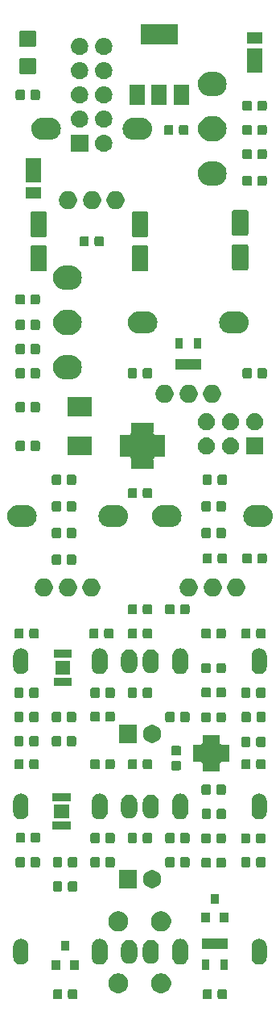
<source format=gbr>
G04 #@! TF.GenerationSoftware,KiCad,Pcbnew,5.0.2-bee76a0~70~ubuntu18.04.1*
G04 #@! TF.CreationDate,2019-04-14T16:07:02+08:00*
G04 #@! TF.ProjectId,LFO,4c464f2e-6b69-4636-9164-5f7063625858,rev?*
G04 #@! TF.SameCoordinates,PX8d9ee20PY6422c40*
G04 #@! TF.FileFunction,Soldermask,Bot*
G04 #@! TF.FilePolarity,Negative*
%FSLAX46Y46*%
G04 Gerber Fmt 4.6, Leading zero omitted, Abs format (unit mm)*
G04 Created by KiCad (PCBNEW 5.0.2-bee76a0~70~ubuntu18.04.1) date Sun Apr 14 16:07:02 2019*
%MOMM*%
%LPD*%
G01*
G04 APERTURE LIST*
%ADD10C,0.100000*%
G04 APERTURE END LIST*
D10*
G36*
X-8319409Y-49643085D02*
X-8285431Y-49653393D01*
X-8254113Y-49670133D01*
X-8226661Y-49692661D01*
X-8204133Y-49720113D01*
X-8187393Y-49751431D01*
X-8177085Y-49785409D01*
X-8173000Y-49826890D01*
X-8173000Y-50503110D01*
X-8177085Y-50544591D01*
X-8187393Y-50578569D01*
X-8204133Y-50609887D01*
X-8226661Y-50637339D01*
X-8254113Y-50659867D01*
X-8285431Y-50676607D01*
X-8319409Y-50686915D01*
X-8360890Y-50691000D01*
X-8962110Y-50691000D01*
X-9003591Y-50686915D01*
X-9037569Y-50676607D01*
X-9068887Y-50659867D01*
X-9096339Y-50637339D01*
X-9118867Y-50609887D01*
X-9135607Y-50578569D01*
X-9145915Y-50544591D01*
X-9150000Y-50503110D01*
X-9150000Y-49826890D01*
X-9145915Y-49785409D01*
X-9135607Y-49751431D01*
X-9118867Y-49720113D01*
X-9096339Y-49692661D01*
X-9068887Y-49670133D01*
X-9037569Y-49653393D01*
X-9003591Y-49643085D01*
X-8962110Y-49639000D01*
X-8360890Y-49639000D01*
X-8319409Y-49643085D01*
X-8319409Y-49643085D01*
G37*
G36*
X7428591Y-49643085D02*
X7462569Y-49653393D01*
X7493887Y-49670133D01*
X7521339Y-49692661D01*
X7543867Y-49720113D01*
X7560607Y-49751431D01*
X7570915Y-49785409D01*
X7575000Y-49826890D01*
X7575000Y-50503110D01*
X7570915Y-50544591D01*
X7560607Y-50578569D01*
X7543867Y-50609887D01*
X7521339Y-50637339D01*
X7493887Y-50659867D01*
X7462569Y-50676607D01*
X7428591Y-50686915D01*
X7387110Y-50691000D01*
X6785890Y-50691000D01*
X6744409Y-50686915D01*
X6710431Y-50676607D01*
X6679113Y-50659867D01*
X6651661Y-50637339D01*
X6629133Y-50609887D01*
X6612393Y-50578569D01*
X6602085Y-50544591D01*
X6598000Y-50503110D01*
X6598000Y-49826890D01*
X6602085Y-49785409D01*
X6612393Y-49751431D01*
X6629133Y-49720113D01*
X6651661Y-49692661D01*
X6679113Y-49670133D01*
X6710431Y-49653393D01*
X6744409Y-49643085D01*
X6785890Y-49639000D01*
X7387110Y-49639000D01*
X7428591Y-49643085D01*
X7428591Y-49643085D01*
G37*
G36*
X9003591Y-49643085D02*
X9037569Y-49653393D01*
X9068887Y-49670133D01*
X9096339Y-49692661D01*
X9118867Y-49720113D01*
X9135607Y-49751431D01*
X9145915Y-49785409D01*
X9150000Y-49826890D01*
X9150000Y-50503110D01*
X9145915Y-50544591D01*
X9135607Y-50578569D01*
X9118867Y-50609887D01*
X9096339Y-50637339D01*
X9068887Y-50659867D01*
X9037569Y-50676607D01*
X9003591Y-50686915D01*
X8962110Y-50691000D01*
X8360890Y-50691000D01*
X8319409Y-50686915D01*
X8285431Y-50676607D01*
X8254113Y-50659867D01*
X8226661Y-50637339D01*
X8204133Y-50609887D01*
X8187393Y-50578569D01*
X8177085Y-50544591D01*
X8173000Y-50503110D01*
X8173000Y-49826890D01*
X8177085Y-49785409D01*
X8187393Y-49751431D01*
X8204133Y-49720113D01*
X8226661Y-49692661D01*
X8254113Y-49670133D01*
X8285431Y-49653393D01*
X8319409Y-49643085D01*
X8360890Y-49639000D01*
X8962110Y-49639000D01*
X9003591Y-49643085D01*
X9003591Y-49643085D01*
G37*
G36*
X-6744409Y-49643085D02*
X-6710431Y-49653393D01*
X-6679113Y-49670133D01*
X-6651661Y-49692661D01*
X-6629133Y-49720113D01*
X-6612393Y-49751431D01*
X-6602085Y-49785409D01*
X-6598000Y-49826890D01*
X-6598000Y-50503110D01*
X-6602085Y-50544591D01*
X-6612393Y-50578569D01*
X-6629133Y-50609887D01*
X-6651661Y-50637339D01*
X-6679113Y-50659867D01*
X-6710431Y-50676607D01*
X-6744409Y-50686915D01*
X-6785890Y-50691000D01*
X-7387110Y-50691000D01*
X-7428591Y-50686915D01*
X-7462569Y-50676607D01*
X-7493887Y-50659867D01*
X-7521339Y-50637339D01*
X-7543867Y-50609887D01*
X-7560607Y-50578569D01*
X-7570915Y-50544591D01*
X-7575000Y-50503110D01*
X-7575000Y-49826890D01*
X-7570915Y-49785409D01*
X-7560607Y-49751431D01*
X-7543867Y-49720113D01*
X-7521339Y-49692661D01*
X-7493887Y-49670133D01*
X-7462569Y-49653393D01*
X-7428591Y-49643085D01*
X-7387110Y-49639000D01*
X-6785890Y-49639000D01*
X-6744409Y-49643085D01*
X-6744409Y-49643085D01*
G37*
G36*
X-1979435Y-48011389D02*
X-1788166Y-48090615D01*
X-1616024Y-48205637D01*
X-1469637Y-48352024D01*
X-1354615Y-48524166D01*
X-1275389Y-48715435D01*
X-1235000Y-48918484D01*
X-1235000Y-49125516D01*
X-1275389Y-49328565D01*
X-1354615Y-49519834D01*
X-1469637Y-49691976D01*
X-1616024Y-49838363D01*
X-1788166Y-49953385D01*
X-1979435Y-50032611D01*
X-2182484Y-50073000D01*
X-2389516Y-50073000D01*
X-2592565Y-50032611D01*
X-2783834Y-49953385D01*
X-2955976Y-49838363D01*
X-3102363Y-49691976D01*
X-3217385Y-49519834D01*
X-3296611Y-49328565D01*
X-3337000Y-49125516D01*
X-3337000Y-48918484D01*
X-3296611Y-48715435D01*
X-3217385Y-48524166D01*
X-3102363Y-48352024D01*
X-2955976Y-48205637D01*
X-2783834Y-48090615D01*
X-2592565Y-48011389D01*
X-2389516Y-47971000D01*
X-2182484Y-47971000D01*
X-1979435Y-48011389D01*
X-1979435Y-48011389D01*
G37*
G36*
X2520565Y-48011389D02*
X2711834Y-48090615D01*
X2883976Y-48205637D01*
X3030363Y-48352024D01*
X3145385Y-48524166D01*
X3224611Y-48715435D01*
X3265000Y-48918484D01*
X3265000Y-49125516D01*
X3224611Y-49328565D01*
X3145385Y-49519834D01*
X3030363Y-49691976D01*
X2883976Y-49838363D01*
X2711834Y-49953385D01*
X2520565Y-50032611D01*
X2317516Y-50073000D01*
X2110484Y-50073000D01*
X1907435Y-50032611D01*
X1716166Y-49953385D01*
X1544024Y-49838363D01*
X1397637Y-49691976D01*
X1282615Y-49519834D01*
X1203389Y-49328565D01*
X1163000Y-49125516D01*
X1163000Y-48918484D01*
X1203389Y-48715435D01*
X1282615Y-48524166D01*
X1397637Y-48352024D01*
X1544024Y-48205637D01*
X1716166Y-48090615D01*
X1907435Y-48011389D01*
X2110484Y-47971000D01*
X2317516Y-47971000D01*
X2520565Y-48011389D01*
X2520565Y-48011389D01*
G37*
G36*
X7300000Y-47655000D02*
X6548000Y-47655000D01*
X6548000Y-46493000D01*
X7300000Y-46493000D01*
X7300000Y-47655000D01*
X7300000Y-47655000D01*
G37*
G36*
X9200000Y-47655000D02*
X8448000Y-47655000D01*
X8448000Y-46493000D01*
X9200000Y-46493000D01*
X9200000Y-47655000D01*
X9200000Y-47655000D01*
G37*
G36*
X-8373000Y-47602000D02*
X-9275000Y-47602000D01*
X-9275000Y-46600000D01*
X-8373000Y-46600000D01*
X-8373000Y-47602000D01*
X-8373000Y-47602000D01*
G37*
G36*
X-6473000Y-47602000D02*
X-7375000Y-47602000D01*
X-7375000Y-46600000D01*
X-6473000Y-46600000D01*
X-6473000Y-47602000D01*
X-6473000Y-47602000D01*
G37*
G36*
X4406821Y-44381313D02*
X4406824Y-44381314D01*
X4406825Y-44381314D01*
X4567239Y-44429975D01*
X4567241Y-44429976D01*
X4567244Y-44429977D01*
X4715078Y-44508995D01*
X4844659Y-44615341D01*
X4951005Y-44744922D01*
X5030023Y-44892756D01*
X5030023Y-44892757D01*
X5030025Y-44892761D01*
X5066492Y-45012977D01*
X5078687Y-45053179D01*
X5091000Y-45178197D01*
X5091000Y-46261804D01*
X5078687Y-46386821D01*
X5078686Y-46386824D01*
X5078686Y-46386825D01*
X5060360Y-46447239D01*
X5030023Y-46547244D01*
X4951005Y-46695078D01*
X4844659Y-46824659D01*
X4715078Y-46931005D01*
X4567243Y-47010023D01*
X4567240Y-47010024D01*
X4567238Y-47010025D01*
X4406824Y-47058686D01*
X4406823Y-47058686D01*
X4406820Y-47058687D01*
X4240000Y-47075117D01*
X4073179Y-47058687D01*
X4073176Y-47058686D01*
X4073175Y-47058686D01*
X3912761Y-47010025D01*
X3912759Y-47010024D01*
X3912756Y-47010023D01*
X3764922Y-46931005D01*
X3635341Y-46824659D01*
X3528995Y-46695078D01*
X3449977Y-46547243D01*
X3419643Y-46447244D01*
X3401314Y-46386824D01*
X3401314Y-46386823D01*
X3401313Y-46386820D01*
X3389000Y-46261803D01*
X3389001Y-45178196D01*
X3401314Y-45053179D01*
X3413509Y-45012977D01*
X3449976Y-44892761D01*
X3449978Y-44892757D01*
X3449978Y-44892756D01*
X3528996Y-44744922D01*
X3635342Y-44615341D01*
X3764923Y-44508995D01*
X3912757Y-44429977D01*
X3912760Y-44429976D01*
X3912762Y-44429975D01*
X4073176Y-44381314D01*
X4073177Y-44381314D01*
X4073180Y-44381313D01*
X4240000Y-44364883D01*
X4406821Y-44381313D01*
X4406821Y-44381313D01*
G37*
G36*
X-4073180Y-44381313D02*
X-4073177Y-44381314D01*
X-4073176Y-44381314D01*
X-3912762Y-44429975D01*
X-3912760Y-44429976D01*
X-3912757Y-44429977D01*
X-3764922Y-44508995D01*
X-3635341Y-44615341D01*
X-3528995Y-44744922D01*
X-3449977Y-44892756D01*
X-3449977Y-44892757D01*
X-3449975Y-44892761D01*
X-3413508Y-45012977D01*
X-3401313Y-45053179D01*
X-3389000Y-45178196D01*
X-3389000Y-46261803D01*
X-3401313Y-46386821D01*
X-3401314Y-46386824D01*
X-3401314Y-46386825D01*
X-3419640Y-46447239D01*
X-3449977Y-46547244D01*
X-3528995Y-46695078D01*
X-3635341Y-46824659D01*
X-3764922Y-46931005D01*
X-3912756Y-47010023D01*
X-3912759Y-47010024D01*
X-3912761Y-47010025D01*
X-4073175Y-47058686D01*
X-4073176Y-47058686D01*
X-4073179Y-47058687D01*
X-4240000Y-47075117D01*
X-4406820Y-47058687D01*
X-4406823Y-47058686D01*
X-4406824Y-47058686D01*
X-4567238Y-47010025D01*
X-4567240Y-47010024D01*
X-4567243Y-47010023D01*
X-4715077Y-46931005D01*
X-4844658Y-46824659D01*
X-4951004Y-46695078D01*
X-5030022Y-46547244D01*
X-5060358Y-46447239D01*
X-5078685Y-46386825D01*
X-5078685Y-46386824D01*
X-5078686Y-46386821D01*
X-5090999Y-46261804D01*
X-5091000Y-45178197D01*
X-5078687Y-45053180D01*
X-5078686Y-45053176D01*
X-5030025Y-44892762D01*
X-5030024Y-44892760D01*
X-5030023Y-44892757D01*
X-4951005Y-44744922D01*
X-4844659Y-44615341D01*
X-4715078Y-44508995D01*
X-4567244Y-44429977D01*
X-4567241Y-44429976D01*
X-4567239Y-44429975D01*
X-4406825Y-44381314D01*
X-4406824Y-44381314D01*
X-4406821Y-44381313D01*
X-4240000Y-44364883D01*
X-4073180Y-44381313D01*
X-4073180Y-44381313D01*
G37*
G36*
X12697025Y-44380590D02*
X12848012Y-44426392D01*
X12987165Y-44500770D01*
X13109133Y-44600867D01*
X13209230Y-44722835D01*
X13283608Y-44861988D01*
X13329410Y-45012975D01*
X13341000Y-45130654D01*
X13341000Y-46309346D01*
X13329410Y-46427025D01*
X13283608Y-46578012D01*
X13209230Y-46717165D01*
X13109136Y-46839130D01*
X13109134Y-46839131D01*
X13109133Y-46839133D01*
X13109129Y-46839136D01*
X12987161Y-46939232D01*
X12848011Y-47013608D01*
X12697024Y-47059410D01*
X12540000Y-47074875D01*
X12382975Y-47059410D01*
X12231988Y-47013608D01*
X12092835Y-46939230D01*
X11970870Y-46839136D01*
X11970869Y-46839134D01*
X11970867Y-46839133D01*
X11920819Y-46778148D01*
X11870768Y-46717161D01*
X11796392Y-46578011D01*
X11750590Y-46427024D01*
X11739000Y-46309345D01*
X11739001Y-45130654D01*
X11750591Y-45012975D01*
X11796393Y-44861988D01*
X11870771Y-44722835D01*
X11970868Y-44600867D01*
X12092836Y-44500770D01*
X12231989Y-44426392D01*
X12382976Y-44380590D01*
X12540000Y-44365125D01*
X12697025Y-44380590D01*
X12697025Y-44380590D01*
G37*
G36*
X-12382976Y-44380590D02*
X-12231989Y-44426392D01*
X-12092839Y-44500768D01*
X-12057250Y-44529975D01*
X-11970867Y-44600867D01*
X-11970866Y-44600869D01*
X-11970864Y-44600870D01*
X-11870770Y-44722835D01*
X-11796392Y-44861988D01*
X-11750590Y-45012975D01*
X-11739000Y-45130654D01*
X-11739000Y-46309346D01*
X-11750590Y-46427025D01*
X-11796392Y-46578012D01*
X-11870770Y-46717165D01*
X-11970867Y-46839133D01*
X-12092835Y-46939230D01*
X-12231988Y-47013608D01*
X-12382975Y-47059410D01*
X-12540000Y-47074875D01*
X-12697024Y-47059410D01*
X-12848011Y-47013608D01*
X-12987164Y-46939230D01*
X-13109132Y-46839133D01*
X-13209229Y-46717165D01*
X-13283607Y-46578012D01*
X-13329409Y-46427025D01*
X-13340999Y-46309346D01*
X-13341000Y-45130655D01*
X-13329410Y-45012976D01*
X-13283608Y-44861989D01*
X-13209232Y-44722839D01*
X-13109135Y-44600870D01*
X-13109133Y-44600867D01*
X-13109131Y-44600866D01*
X-13109130Y-44600864D01*
X-12987165Y-44500770D01*
X-12848012Y-44426392D01*
X-12697025Y-44380590D01*
X-12540000Y-44365125D01*
X-12382976Y-44380590D01*
X-12382976Y-44380590D01*
G37*
G36*
X1306821Y-44481313D02*
X1306824Y-44481314D01*
X1306825Y-44481314D01*
X1467239Y-44529975D01*
X1467241Y-44529976D01*
X1467244Y-44529977D01*
X1615078Y-44608995D01*
X1744659Y-44715341D01*
X1851005Y-44844922D01*
X1930023Y-44992756D01*
X1930023Y-44992757D01*
X1930025Y-44992761D01*
X1978686Y-45153175D01*
X1978686Y-45153176D01*
X1978687Y-45153180D01*
X1991000Y-45278197D01*
X1991000Y-46161804D01*
X1978687Y-46286821D01*
X1978686Y-46286824D01*
X1978686Y-46286825D01*
X1936157Y-46427025D01*
X1930023Y-46447244D01*
X1851005Y-46595078D01*
X1744659Y-46724659D01*
X1615078Y-46831005D01*
X1467243Y-46910023D01*
X1467240Y-46910024D01*
X1467238Y-46910025D01*
X1306824Y-46958686D01*
X1306823Y-46958686D01*
X1306820Y-46958687D01*
X1140000Y-46975117D01*
X973179Y-46958687D01*
X973176Y-46958686D01*
X973175Y-46958686D01*
X812761Y-46910025D01*
X812759Y-46910024D01*
X812756Y-46910023D01*
X664922Y-46831005D01*
X535341Y-46724659D01*
X428995Y-46595078D01*
X349977Y-46447243D01*
X343844Y-46427025D01*
X301314Y-46286824D01*
X301314Y-46286823D01*
X301313Y-46286820D01*
X289000Y-46161803D01*
X289000Y-45278197D01*
X301314Y-45153179D01*
X308146Y-45130656D01*
X349976Y-44992761D01*
X349978Y-44992757D01*
X349978Y-44992756D01*
X428996Y-44844922D01*
X535342Y-44715341D01*
X664923Y-44608995D01*
X812757Y-44529977D01*
X812760Y-44529976D01*
X812762Y-44529975D01*
X973176Y-44481314D01*
X973177Y-44481314D01*
X973180Y-44481313D01*
X1140000Y-44464883D01*
X1306821Y-44481313D01*
X1306821Y-44481313D01*
G37*
G36*
X-973180Y-44481313D02*
X-973177Y-44481314D01*
X-973176Y-44481314D01*
X-812762Y-44529975D01*
X-812760Y-44529976D01*
X-812757Y-44529977D01*
X-664922Y-44608995D01*
X-535341Y-44715341D01*
X-428995Y-44844922D01*
X-349977Y-44992756D01*
X-349977Y-44992757D01*
X-349975Y-44992761D01*
X-308145Y-45130656D01*
X-301313Y-45153179D01*
X-289000Y-45278196D01*
X-289000Y-46161803D01*
X-301313Y-46286820D01*
X-301314Y-46286822D01*
X-301314Y-46286825D01*
X-349975Y-46447238D01*
X-349977Y-46447244D01*
X-428995Y-46595078D01*
X-535341Y-46724659D01*
X-664922Y-46831005D01*
X-812756Y-46910023D01*
X-812759Y-46910024D01*
X-812761Y-46910025D01*
X-973175Y-46958686D01*
X-973176Y-46958686D01*
X-973179Y-46958687D01*
X-1140000Y-46975117D01*
X-1306820Y-46958687D01*
X-1306823Y-46958686D01*
X-1306824Y-46958686D01*
X-1467238Y-46910025D01*
X-1467240Y-46910024D01*
X-1467243Y-46910023D01*
X-1615077Y-46831005D01*
X-1744658Y-46724659D01*
X-1851004Y-46595078D01*
X-1930022Y-46447244D01*
X-1936155Y-46427025D01*
X-1978685Y-46286825D01*
X-1978685Y-46286824D01*
X-1978686Y-46286821D01*
X-1991000Y-46161803D01*
X-1991000Y-45278197D01*
X-1978687Y-45153180D01*
X-1978686Y-45153176D01*
X-1930025Y-44992762D01*
X-1930024Y-44992760D01*
X-1930023Y-44992757D01*
X-1851005Y-44844922D01*
X-1744659Y-44715341D01*
X-1615078Y-44608995D01*
X-1467244Y-44529977D01*
X-1467241Y-44529976D01*
X-1467239Y-44529975D01*
X-1306825Y-44481314D01*
X-1306824Y-44481314D01*
X-1306821Y-44481313D01*
X-1140000Y-44464883D01*
X-973180Y-44481313D01*
X-973180Y-44481313D01*
G37*
G36*
X-7423000Y-45602000D02*
X-8325000Y-45602000D01*
X-8325000Y-44600000D01*
X-7423000Y-44600000D01*
X-7423000Y-45602000D01*
X-7423000Y-45602000D01*
G37*
G36*
X9200000Y-45455000D02*
X6548000Y-45455000D01*
X6548000Y-44293000D01*
X9200000Y-44293000D01*
X9200000Y-45455000D01*
X9200000Y-45455000D01*
G37*
G36*
X-1979435Y-41511389D02*
X-1788166Y-41590615D01*
X-1616024Y-41705637D01*
X-1469637Y-41852024D01*
X-1354615Y-42024166D01*
X-1275389Y-42215435D01*
X-1235000Y-42418484D01*
X-1235000Y-42625516D01*
X-1275389Y-42828565D01*
X-1354615Y-43019834D01*
X-1469637Y-43191976D01*
X-1616024Y-43338363D01*
X-1788166Y-43453385D01*
X-1979435Y-43532611D01*
X-2182484Y-43573000D01*
X-2389516Y-43573000D01*
X-2592565Y-43532611D01*
X-2783834Y-43453385D01*
X-2955976Y-43338363D01*
X-3102363Y-43191976D01*
X-3217385Y-43019834D01*
X-3296611Y-42828565D01*
X-3337000Y-42625516D01*
X-3337000Y-42418484D01*
X-3296611Y-42215435D01*
X-3217385Y-42024166D01*
X-3102363Y-41852024D01*
X-2955976Y-41705637D01*
X-2783834Y-41590615D01*
X-2592565Y-41511389D01*
X-2389516Y-41471000D01*
X-2182484Y-41471000D01*
X-1979435Y-41511389D01*
X-1979435Y-41511389D01*
G37*
G36*
X2520565Y-41511389D02*
X2711834Y-41590615D01*
X2883976Y-41705637D01*
X3030363Y-41852024D01*
X3145385Y-42024166D01*
X3224611Y-42215435D01*
X3265000Y-42418484D01*
X3265000Y-42625516D01*
X3224611Y-42828565D01*
X3145385Y-43019834D01*
X3030363Y-43191976D01*
X2883976Y-43338363D01*
X2711834Y-43453385D01*
X2520565Y-43532611D01*
X2317516Y-43573000D01*
X2110484Y-43573000D01*
X1907435Y-43532611D01*
X1716166Y-43453385D01*
X1544024Y-43338363D01*
X1397637Y-43191976D01*
X1282615Y-43019834D01*
X1203389Y-42828565D01*
X1163000Y-42625516D01*
X1163000Y-42418484D01*
X1203389Y-42215435D01*
X1282615Y-42024166D01*
X1397637Y-41852024D01*
X1544024Y-41705637D01*
X1716166Y-41590615D01*
X1907435Y-41511389D01*
X2110484Y-41471000D01*
X2317516Y-41471000D01*
X2520565Y-41511389D01*
X2520565Y-41511389D01*
G37*
G36*
X7375000Y-42649000D02*
X6473000Y-42649000D01*
X6473000Y-41647000D01*
X7375000Y-41647000D01*
X7375000Y-42649000D01*
X7375000Y-42649000D01*
G37*
G36*
X9275000Y-42649000D02*
X8373000Y-42649000D01*
X8373000Y-41647000D01*
X9275000Y-41647000D01*
X9275000Y-42649000D01*
X9275000Y-42649000D01*
G37*
G36*
X8325000Y-40649000D02*
X7423000Y-40649000D01*
X7423000Y-39647000D01*
X8325000Y-39647000D01*
X8325000Y-40649000D01*
X8325000Y-40649000D01*
G37*
G36*
X-6744409Y-38340085D02*
X-6710431Y-38350393D01*
X-6679113Y-38367133D01*
X-6651661Y-38389661D01*
X-6629133Y-38417113D01*
X-6612393Y-38448431D01*
X-6602085Y-38482409D01*
X-6598000Y-38523890D01*
X-6598000Y-39200110D01*
X-6602085Y-39241591D01*
X-6612393Y-39275569D01*
X-6629133Y-39306887D01*
X-6651661Y-39334339D01*
X-6679113Y-39356867D01*
X-6710431Y-39373607D01*
X-6744409Y-39383915D01*
X-6785890Y-39388000D01*
X-7387110Y-39388000D01*
X-7428591Y-39383915D01*
X-7462569Y-39373607D01*
X-7493887Y-39356867D01*
X-7521339Y-39334339D01*
X-7543867Y-39306887D01*
X-7560607Y-39275569D01*
X-7570915Y-39241591D01*
X-7575000Y-39200110D01*
X-7575000Y-38523890D01*
X-7570915Y-38482409D01*
X-7560607Y-38448431D01*
X-7543867Y-38417113D01*
X-7521339Y-38389661D01*
X-7493887Y-38367133D01*
X-7462569Y-38350393D01*
X-7428591Y-38340085D01*
X-7387110Y-38336000D01*
X-6785890Y-38336000D01*
X-6744409Y-38340085D01*
X-6744409Y-38340085D01*
G37*
G36*
X-8319409Y-38340085D02*
X-8285431Y-38350393D01*
X-8254113Y-38367133D01*
X-8226661Y-38389661D01*
X-8204133Y-38417113D01*
X-8187393Y-38448431D01*
X-8177085Y-38482409D01*
X-8173000Y-38523890D01*
X-8173000Y-39200110D01*
X-8177085Y-39241591D01*
X-8187393Y-39275569D01*
X-8204133Y-39306887D01*
X-8226661Y-39334339D01*
X-8254113Y-39356867D01*
X-8285431Y-39373607D01*
X-8319409Y-39383915D01*
X-8360890Y-39388000D01*
X-8962110Y-39388000D01*
X-9003591Y-39383915D01*
X-9037569Y-39373607D01*
X-9068887Y-39356867D01*
X-9096339Y-39334339D01*
X-9118867Y-39306887D01*
X-9135607Y-39275569D01*
X-9145915Y-39241591D01*
X-9150000Y-39200110D01*
X-9150000Y-38523890D01*
X-9145915Y-38482409D01*
X-9135607Y-38448431D01*
X-9118867Y-38417113D01*
X-9096339Y-38389661D01*
X-9068887Y-38367133D01*
X-9037569Y-38350393D01*
X-9003591Y-38340085D01*
X-8962110Y-38336000D01*
X-8360890Y-38336000D01*
X-8319409Y-38340085D01*
X-8319409Y-38340085D01*
G37*
G36*
X-319000Y-39051000D02*
X-2221000Y-39051000D01*
X-2221000Y-37149000D01*
X-319000Y-37149000D01*
X-319000Y-39051000D01*
X-319000Y-39051000D01*
G37*
G36*
X1547396Y-37185546D02*
X1720466Y-37257234D01*
X1876230Y-37361312D01*
X2008688Y-37493770D01*
X2112766Y-37649534D01*
X2184454Y-37822604D01*
X2221000Y-38006333D01*
X2221000Y-38193667D01*
X2184454Y-38377396D01*
X2112766Y-38550466D01*
X2008688Y-38706230D01*
X1876230Y-38838688D01*
X1720466Y-38942766D01*
X1547396Y-39014454D01*
X1363667Y-39051000D01*
X1176333Y-39051000D01*
X992604Y-39014454D01*
X819534Y-38942766D01*
X663770Y-38838688D01*
X531312Y-38706230D01*
X427234Y-38550466D01*
X355546Y-38377396D01*
X319000Y-38193667D01*
X319000Y-38006333D01*
X355546Y-37822604D01*
X427234Y-37649534D01*
X531312Y-37493770D01*
X663770Y-37361312D01*
X819534Y-37257234D01*
X992604Y-37185546D01*
X1176333Y-37149000D01*
X1363667Y-37149000D01*
X1547396Y-37185546D01*
X1547396Y-37185546D01*
G37*
G36*
X7301591Y-35851085D02*
X7335569Y-35861393D01*
X7366887Y-35878133D01*
X7394339Y-35900661D01*
X7416867Y-35928113D01*
X7433607Y-35959431D01*
X7443915Y-35993409D01*
X7448000Y-36034890D01*
X7448000Y-36711110D01*
X7443915Y-36752591D01*
X7433607Y-36786569D01*
X7416867Y-36817887D01*
X7394339Y-36845339D01*
X7366887Y-36867867D01*
X7335569Y-36884607D01*
X7301591Y-36894915D01*
X7260110Y-36899000D01*
X6658890Y-36899000D01*
X6617409Y-36894915D01*
X6583431Y-36884607D01*
X6552113Y-36867867D01*
X6524661Y-36845339D01*
X6502133Y-36817887D01*
X6485393Y-36786569D01*
X6475085Y-36752591D01*
X6471000Y-36711110D01*
X6471000Y-36034890D01*
X6475085Y-35993409D01*
X6485393Y-35959431D01*
X6502133Y-35928113D01*
X6524661Y-35900661D01*
X6552113Y-35878133D01*
X6583431Y-35861393D01*
X6617409Y-35851085D01*
X6658890Y-35847000D01*
X7260110Y-35847000D01*
X7301591Y-35851085D01*
X7301591Y-35851085D01*
G37*
G36*
X8876591Y-35851085D02*
X8910569Y-35861393D01*
X8941887Y-35878133D01*
X8969339Y-35900661D01*
X8991867Y-35928113D01*
X9008607Y-35959431D01*
X9018915Y-35993409D01*
X9023000Y-36034890D01*
X9023000Y-36711110D01*
X9018915Y-36752591D01*
X9008607Y-36786569D01*
X8991867Y-36817887D01*
X8969339Y-36845339D01*
X8941887Y-36867867D01*
X8910569Y-36884607D01*
X8876591Y-36894915D01*
X8835110Y-36899000D01*
X8233890Y-36899000D01*
X8192409Y-36894915D01*
X8158431Y-36884607D01*
X8127113Y-36867867D01*
X8099661Y-36845339D01*
X8077133Y-36817887D01*
X8060393Y-36786569D01*
X8050085Y-36752591D01*
X8046000Y-36711110D01*
X8046000Y-36034890D01*
X8050085Y-35993409D01*
X8060393Y-35959431D01*
X8077133Y-35928113D01*
X8099661Y-35900661D01*
X8127113Y-35878133D01*
X8158431Y-35861393D01*
X8192409Y-35851085D01*
X8233890Y-35847000D01*
X8835110Y-35847000D01*
X8876591Y-35851085D01*
X8876591Y-35851085D01*
G37*
G36*
X-2807409Y-35800085D02*
X-2773431Y-35810393D01*
X-2742113Y-35827133D01*
X-2714661Y-35849661D01*
X-2692133Y-35877113D01*
X-2675393Y-35908431D01*
X-2665085Y-35942409D01*
X-2661000Y-35983890D01*
X-2661000Y-36660110D01*
X-2665085Y-36701591D01*
X-2675393Y-36735569D01*
X-2692133Y-36766887D01*
X-2714661Y-36794339D01*
X-2742113Y-36816867D01*
X-2773431Y-36833607D01*
X-2807409Y-36843915D01*
X-2848890Y-36848000D01*
X-3450110Y-36848000D01*
X-3491591Y-36843915D01*
X-3525569Y-36833607D01*
X-3556887Y-36816867D01*
X-3584339Y-36794339D01*
X-3606867Y-36766887D01*
X-3623607Y-36735569D01*
X-3633915Y-36701591D01*
X-3638000Y-36660110D01*
X-3638000Y-35983890D01*
X-3633915Y-35942409D01*
X-3623607Y-35908431D01*
X-3606867Y-35877113D01*
X-3584339Y-35849661D01*
X-3556887Y-35827133D01*
X-3525569Y-35810393D01*
X-3491591Y-35800085D01*
X-3450110Y-35796000D01*
X-2848890Y-35796000D01*
X-2807409Y-35800085D01*
X-2807409Y-35800085D01*
G37*
G36*
X-4382409Y-35800085D02*
X-4348431Y-35810393D01*
X-4317113Y-35827133D01*
X-4289661Y-35849661D01*
X-4267133Y-35877113D01*
X-4250393Y-35908431D01*
X-4240085Y-35942409D01*
X-4236000Y-35983890D01*
X-4236000Y-36660110D01*
X-4240085Y-36701591D01*
X-4250393Y-36735569D01*
X-4267133Y-36766887D01*
X-4289661Y-36794339D01*
X-4317113Y-36816867D01*
X-4348431Y-36833607D01*
X-4382409Y-36843915D01*
X-4423890Y-36848000D01*
X-5025110Y-36848000D01*
X-5066591Y-36843915D01*
X-5100569Y-36833607D01*
X-5131887Y-36816867D01*
X-5159339Y-36794339D01*
X-5181867Y-36766887D01*
X-5198607Y-36735569D01*
X-5208915Y-36701591D01*
X-5213000Y-36660110D01*
X-5213000Y-35983890D01*
X-5208915Y-35942409D01*
X-5198607Y-35908431D01*
X-5181867Y-35877113D01*
X-5159339Y-35849661D01*
X-5131887Y-35827133D01*
X-5100569Y-35810393D01*
X-5066591Y-35800085D01*
X-5025110Y-35796000D01*
X-4423890Y-35796000D01*
X-4382409Y-35800085D01*
X-4382409Y-35800085D01*
G37*
G36*
X-6744409Y-35800085D02*
X-6710431Y-35810393D01*
X-6679113Y-35827133D01*
X-6651661Y-35849661D01*
X-6629133Y-35877113D01*
X-6612393Y-35908431D01*
X-6602085Y-35942409D01*
X-6598000Y-35983890D01*
X-6598000Y-36660110D01*
X-6602085Y-36701591D01*
X-6612393Y-36735569D01*
X-6629133Y-36766887D01*
X-6651661Y-36794339D01*
X-6679113Y-36816867D01*
X-6710431Y-36833607D01*
X-6744409Y-36843915D01*
X-6785890Y-36848000D01*
X-7387110Y-36848000D01*
X-7428591Y-36843915D01*
X-7462569Y-36833607D01*
X-7493887Y-36816867D01*
X-7521339Y-36794339D01*
X-7543867Y-36766887D01*
X-7560607Y-36735569D01*
X-7570915Y-36701591D01*
X-7575000Y-36660110D01*
X-7575000Y-35983890D01*
X-7570915Y-35942409D01*
X-7560607Y-35908431D01*
X-7543867Y-35877113D01*
X-7521339Y-35849661D01*
X-7493887Y-35827133D01*
X-7462569Y-35810393D01*
X-7428591Y-35800085D01*
X-7387110Y-35796000D01*
X-6785890Y-35796000D01*
X-6744409Y-35800085D01*
X-6744409Y-35800085D01*
G37*
G36*
X5066591Y-35800085D02*
X5100569Y-35810393D01*
X5131887Y-35827133D01*
X5159339Y-35849661D01*
X5181867Y-35877113D01*
X5198607Y-35908431D01*
X5208915Y-35942409D01*
X5213000Y-35983890D01*
X5213000Y-36660110D01*
X5208915Y-36701591D01*
X5198607Y-36735569D01*
X5181867Y-36766887D01*
X5159339Y-36794339D01*
X5131887Y-36816867D01*
X5100569Y-36833607D01*
X5066591Y-36843915D01*
X5025110Y-36848000D01*
X4423890Y-36848000D01*
X4382409Y-36843915D01*
X4348431Y-36833607D01*
X4317113Y-36816867D01*
X4289661Y-36794339D01*
X4267133Y-36766887D01*
X4250393Y-36735569D01*
X4240085Y-36701591D01*
X4236000Y-36660110D01*
X4236000Y-35983890D01*
X4240085Y-35942409D01*
X4250393Y-35908431D01*
X4267133Y-35877113D01*
X4289661Y-35849661D01*
X4317113Y-35827133D01*
X4348431Y-35810393D01*
X4382409Y-35800085D01*
X4423890Y-35796000D01*
X5025110Y-35796000D01*
X5066591Y-35800085D01*
X5066591Y-35800085D01*
G37*
G36*
X13067591Y-35800085D02*
X13101569Y-35810393D01*
X13132887Y-35827133D01*
X13160339Y-35849661D01*
X13182867Y-35877113D01*
X13199607Y-35908431D01*
X13209915Y-35942409D01*
X13214000Y-35983890D01*
X13214000Y-36660110D01*
X13209915Y-36701591D01*
X13199607Y-36735569D01*
X13182867Y-36766887D01*
X13160339Y-36794339D01*
X13132887Y-36816867D01*
X13101569Y-36833607D01*
X13067591Y-36843915D01*
X13026110Y-36848000D01*
X12424890Y-36848000D01*
X12383409Y-36843915D01*
X12349431Y-36833607D01*
X12318113Y-36816867D01*
X12290661Y-36794339D01*
X12268133Y-36766887D01*
X12251393Y-36735569D01*
X12241085Y-36701591D01*
X12237000Y-36660110D01*
X12237000Y-35983890D01*
X12241085Y-35942409D01*
X12251393Y-35908431D01*
X12268133Y-35877113D01*
X12290661Y-35849661D01*
X12318113Y-35827133D01*
X12349431Y-35810393D01*
X12383409Y-35800085D01*
X12424890Y-35796000D01*
X13026110Y-35796000D01*
X13067591Y-35800085D01*
X13067591Y-35800085D01*
G37*
G36*
X-10681409Y-35800085D02*
X-10647431Y-35810393D01*
X-10616113Y-35827133D01*
X-10588661Y-35849661D01*
X-10566133Y-35877113D01*
X-10549393Y-35908431D01*
X-10539085Y-35942409D01*
X-10535000Y-35983890D01*
X-10535000Y-36660110D01*
X-10539085Y-36701591D01*
X-10549393Y-36735569D01*
X-10566133Y-36766887D01*
X-10588661Y-36794339D01*
X-10616113Y-36816867D01*
X-10647431Y-36833607D01*
X-10681409Y-36843915D01*
X-10722890Y-36848000D01*
X-11324110Y-36848000D01*
X-11365591Y-36843915D01*
X-11399569Y-36833607D01*
X-11430887Y-36816867D01*
X-11458339Y-36794339D01*
X-11480867Y-36766887D01*
X-11497607Y-36735569D01*
X-11507915Y-36701591D01*
X-11512000Y-36660110D01*
X-11512000Y-35983890D01*
X-11507915Y-35942409D01*
X-11497607Y-35908431D01*
X-11480867Y-35877113D01*
X-11458339Y-35849661D01*
X-11430887Y-35827133D01*
X-11399569Y-35810393D01*
X-11365591Y-35800085D01*
X-11324110Y-35796000D01*
X-10722890Y-35796000D01*
X-10681409Y-35800085D01*
X-10681409Y-35800085D01*
G37*
G36*
X-12256409Y-35800085D02*
X-12222431Y-35810393D01*
X-12191113Y-35827133D01*
X-12163661Y-35849661D01*
X-12141133Y-35877113D01*
X-12124393Y-35908431D01*
X-12114085Y-35942409D01*
X-12110000Y-35983890D01*
X-12110000Y-36660110D01*
X-12114085Y-36701591D01*
X-12124393Y-36735569D01*
X-12141133Y-36766887D01*
X-12163661Y-36794339D01*
X-12191113Y-36816867D01*
X-12222431Y-36833607D01*
X-12256409Y-36843915D01*
X-12297890Y-36848000D01*
X-12899110Y-36848000D01*
X-12940591Y-36843915D01*
X-12974569Y-36833607D01*
X-13005887Y-36816867D01*
X-13033339Y-36794339D01*
X-13055867Y-36766887D01*
X-13072607Y-36735569D01*
X-13082915Y-36701591D01*
X-13087000Y-36660110D01*
X-13087000Y-35983890D01*
X-13082915Y-35942409D01*
X-13072607Y-35908431D01*
X-13055867Y-35877113D01*
X-13033339Y-35849661D01*
X-13005887Y-35827133D01*
X-12974569Y-35810393D01*
X-12940591Y-35800085D01*
X-12899110Y-35796000D01*
X-12297890Y-35796000D01*
X-12256409Y-35800085D01*
X-12256409Y-35800085D01*
G37*
G36*
X11492591Y-35800085D02*
X11526569Y-35810393D01*
X11557887Y-35827133D01*
X11585339Y-35849661D01*
X11607867Y-35877113D01*
X11624607Y-35908431D01*
X11634915Y-35942409D01*
X11639000Y-35983890D01*
X11639000Y-36660110D01*
X11634915Y-36701591D01*
X11624607Y-36735569D01*
X11607867Y-36766887D01*
X11585339Y-36794339D01*
X11557887Y-36816867D01*
X11526569Y-36833607D01*
X11492591Y-36843915D01*
X11451110Y-36848000D01*
X10849890Y-36848000D01*
X10808409Y-36843915D01*
X10774431Y-36833607D01*
X10743113Y-36816867D01*
X10715661Y-36794339D01*
X10693133Y-36766887D01*
X10676393Y-36735569D01*
X10666085Y-36701591D01*
X10662000Y-36660110D01*
X10662000Y-35983890D01*
X10666085Y-35942409D01*
X10676393Y-35908431D01*
X10693133Y-35877113D01*
X10715661Y-35849661D01*
X10743113Y-35827133D01*
X10774431Y-35810393D01*
X10808409Y-35800085D01*
X10849890Y-35796000D01*
X11451110Y-35796000D01*
X11492591Y-35800085D01*
X11492591Y-35800085D01*
G37*
G36*
X-8319409Y-35800085D02*
X-8285431Y-35810393D01*
X-8254113Y-35827133D01*
X-8226661Y-35849661D01*
X-8204133Y-35877113D01*
X-8187393Y-35908431D01*
X-8177085Y-35942409D01*
X-8173000Y-35983890D01*
X-8173000Y-36660110D01*
X-8177085Y-36701591D01*
X-8187393Y-36735569D01*
X-8204133Y-36766887D01*
X-8226661Y-36794339D01*
X-8254113Y-36816867D01*
X-8285431Y-36833607D01*
X-8319409Y-36843915D01*
X-8360890Y-36848000D01*
X-8962110Y-36848000D01*
X-9003591Y-36843915D01*
X-9037569Y-36833607D01*
X-9068887Y-36816867D01*
X-9096339Y-36794339D01*
X-9118867Y-36766887D01*
X-9135607Y-36735569D01*
X-9145915Y-36701591D01*
X-9150000Y-36660110D01*
X-9150000Y-35983890D01*
X-9145915Y-35942409D01*
X-9135607Y-35908431D01*
X-9118867Y-35877113D01*
X-9096339Y-35849661D01*
X-9068887Y-35827133D01*
X-9037569Y-35810393D01*
X-9003591Y-35800085D01*
X-8962110Y-35796000D01*
X-8360890Y-35796000D01*
X-8319409Y-35800085D01*
X-8319409Y-35800085D01*
G37*
G36*
X3491591Y-35800085D02*
X3525569Y-35810393D01*
X3556887Y-35827133D01*
X3584339Y-35849661D01*
X3606867Y-35877113D01*
X3623607Y-35908431D01*
X3633915Y-35942409D01*
X3638000Y-35983890D01*
X3638000Y-36660110D01*
X3633915Y-36701591D01*
X3623607Y-36735569D01*
X3606867Y-36766887D01*
X3584339Y-36794339D01*
X3556887Y-36816867D01*
X3525569Y-36833607D01*
X3491591Y-36843915D01*
X3450110Y-36848000D01*
X2848890Y-36848000D01*
X2807409Y-36843915D01*
X2773431Y-36833607D01*
X2742113Y-36816867D01*
X2714661Y-36794339D01*
X2692133Y-36766887D01*
X2675393Y-36735569D01*
X2665085Y-36701591D01*
X2661000Y-36660110D01*
X2661000Y-35983890D01*
X2665085Y-35942409D01*
X2675393Y-35908431D01*
X2692133Y-35877113D01*
X2714661Y-35849661D01*
X2742113Y-35827133D01*
X2773431Y-35810393D01*
X2807409Y-35800085D01*
X2848890Y-35796000D01*
X3450110Y-35796000D01*
X3491591Y-35800085D01*
X3491591Y-35800085D01*
G37*
G36*
X7301591Y-33285085D02*
X7335569Y-33295393D01*
X7366887Y-33312133D01*
X7394339Y-33334661D01*
X7416867Y-33362113D01*
X7433607Y-33393431D01*
X7443915Y-33427409D01*
X7448000Y-33468890D01*
X7448000Y-34145110D01*
X7443915Y-34186591D01*
X7433607Y-34220569D01*
X7416867Y-34251887D01*
X7394339Y-34279339D01*
X7366887Y-34301867D01*
X7335569Y-34318607D01*
X7301591Y-34328915D01*
X7260110Y-34333000D01*
X6658890Y-34333000D01*
X6617409Y-34328915D01*
X6583431Y-34318607D01*
X6552113Y-34301867D01*
X6524661Y-34279339D01*
X6502133Y-34251887D01*
X6485393Y-34220569D01*
X6475085Y-34186591D01*
X6471000Y-34145110D01*
X6471000Y-33468890D01*
X6475085Y-33427409D01*
X6485393Y-33393431D01*
X6502133Y-33362113D01*
X6524661Y-33334661D01*
X6552113Y-33312133D01*
X6583431Y-33295393D01*
X6617409Y-33285085D01*
X6658890Y-33281000D01*
X7260110Y-33281000D01*
X7301591Y-33285085D01*
X7301591Y-33285085D01*
G37*
G36*
X8876591Y-33285085D02*
X8910569Y-33295393D01*
X8941887Y-33312133D01*
X8969339Y-33334661D01*
X8991867Y-33362113D01*
X9008607Y-33393431D01*
X9018915Y-33427409D01*
X9023000Y-33468890D01*
X9023000Y-34145110D01*
X9018915Y-34186591D01*
X9008607Y-34220569D01*
X8991867Y-34251887D01*
X8969339Y-34279339D01*
X8941887Y-34301867D01*
X8910569Y-34318607D01*
X8876591Y-34328915D01*
X8835110Y-34333000D01*
X8233890Y-34333000D01*
X8192409Y-34328915D01*
X8158431Y-34318607D01*
X8127113Y-34301867D01*
X8099661Y-34279339D01*
X8077133Y-34251887D01*
X8060393Y-34220569D01*
X8050085Y-34186591D01*
X8046000Y-34145110D01*
X8046000Y-33468890D01*
X8050085Y-33427409D01*
X8060393Y-33393431D01*
X8077133Y-33362113D01*
X8099661Y-33334661D01*
X8127113Y-33312133D01*
X8158431Y-33295393D01*
X8192409Y-33285085D01*
X8233890Y-33281000D01*
X8835110Y-33281000D01*
X8876591Y-33285085D01*
X8876591Y-33285085D01*
G37*
G36*
X11467591Y-33285085D02*
X11501569Y-33295393D01*
X11532887Y-33312133D01*
X11560339Y-33334661D01*
X11582867Y-33362113D01*
X11599607Y-33393431D01*
X11609915Y-33427409D01*
X11614000Y-33468890D01*
X11614000Y-34145110D01*
X11609915Y-34186591D01*
X11599607Y-34220569D01*
X11582867Y-34251887D01*
X11560339Y-34279339D01*
X11532887Y-34301867D01*
X11501569Y-34318607D01*
X11467591Y-34328915D01*
X11426110Y-34333000D01*
X10824890Y-34333000D01*
X10783409Y-34328915D01*
X10749431Y-34318607D01*
X10718113Y-34301867D01*
X10690661Y-34279339D01*
X10668133Y-34251887D01*
X10651393Y-34220569D01*
X10641085Y-34186591D01*
X10637000Y-34145110D01*
X10637000Y-33468890D01*
X10641085Y-33427409D01*
X10651393Y-33393431D01*
X10668133Y-33362113D01*
X10690661Y-33334661D01*
X10718113Y-33312133D01*
X10749431Y-33295393D01*
X10783409Y-33285085D01*
X10824890Y-33281000D01*
X11426110Y-33281000D01*
X11467591Y-33285085D01*
X11467591Y-33285085D01*
G37*
G36*
X13042591Y-33285085D02*
X13076569Y-33295393D01*
X13107887Y-33312133D01*
X13135339Y-33334661D01*
X13157867Y-33362113D01*
X13174607Y-33393431D01*
X13184915Y-33427409D01*
X13189000Y-33468890D01*
X13189000Y-34145110D01*
X13184915Y-34186591D01*
X13174607Y-34220569D01*
X13157867Y-34251887D01*
X13135339Y-34279339D01*
X13107887Y-34301867D01*
X13076569Y-34318607D01*
X13042591Y-34328915D01*
X13001110Y-34333000D01*
X12399890Y-34333000D01*
X12358409Y-34328915D01*
X12324431Y-34318607D01*
X12293113Y-34301867D01*
X12265661Y-34279339D01*
X12243133Y-34251887D01*
X12226393Y-34220569D01*
X12216085Y-34186591D01*
X12212000Y-34145110D01*
X12212000Y-33468890D01*
X12216085Y-33427409D01*
X12226393Y-33393431D01*
X12243133Y-33362113D01*
X12265661Y-33334661D01*
X12293113Y-33312133D01*
X12324431Y-33295393D01*
X12358409Y-33285085D01*
X12399890Y-33281000D01*
X13001110Y-33281000D01*
X13042591Y-33285085D01*
X13042591Y-33285085D01*
G37*
G36*
X5066591Y-33260085D02*
X5100569Y-33270393D01*
X5131887Y-33287133D01*
X5159339Y-33309661D01*
X5181867Y-33337113D01*
X5198607Y-33368431D01*
X5208915Y-33402409D01*
X5213000Y-33443890D01*
X5213000Y-34120110D01*
X5208915Y-34161591D01*
X5198607Y-34195569D01*
X5181867Y-34226887D01*
X5159339Y-34254339D01*
X5131887Y-34276867D01*
X5100569Y-34293607D01*
X5066591Y-34303915D01*
X5025110Y-34308000D01*
X4423890Y-34308000D01*
X4382409Y-34303915D01*
X4348431Y-34293607D01*
X4317113Y-34276867D01*
X4289661Y-34254339D01*
X4267133Y-34226887D01*
X4250393Y-34195569D01*
X4240085Y-34161591D01*
X4236000Y-34120110D01*
X4236000Y-33443890D01*
X4240085Y-33402409D01*
X4250393Y-33368431D01*
X4267133Y-33337113D01*
X4289661Y-33309661D01*
X4317113Y-33287133D01*
X4348431Y-33270393D01*
X4382409Y-33260085D01*
X4423890Y-33256000D01*
X5025110Y-33256000D01*
X5066591Y-33260085D01*
X5066591Y-33260085D01*
G37*
G36*
X1129591Y-33260085D02*
X1163569Y-33270393D01*
X1194887Y-33287133D01*
X1222339Y-33309661D01*
X1244867Y-33337113D01*
X1261607Y-33368431D01*
X1271915Y-33402409D01*
X1276000Y-33443890D01*
X1276000Y-34120110D01*
X1271915Y-34161591D01*
X1261607Y-34195569D01*
X1244867Y-34226887D01*
X1222339Y-34254339D01*
X1194887Y-34276867D01*
X1163569Y-34293607D01*
X1129591Y-34303915D01*
X1088110Y-34308000D01*
X486890Y-34308000D01*
X445409Y-34303915D01*
X411431Y-34293607D01*
X380113Y-34276867D01*
X352661Y-34254339D01*
X330133Y-34226887D01*
X313393Y-34195569D01*
X303085Y-34161591D01*
X299000Y-34120110D01*
X299000Y-33443890D01*
X303085Y-33402409D01*
X313393Y-33368431D01*
X330133Y-33337113D01*
X352661Y-33309661D01*
X380113Y-33287133D01*
X411431Y-33270393D01*
X445409Y-33260085D01*
X486890Y-33256000D01*
X1088110Y-33256000D01*
X1129591Y-33260085D01*
X1129591Y-33260085D01*
G37*
G36*
X-2807409Y-33260085D02*
X-2773431Y-33270393D01*
X-2742113Y-33287133D01*
X-2714661Y-33309661D01*
X-2692133Y-33337113D01*
X-2675393Y-33368431D01*
X-2665085Y-33402409D01*
X-2661000Y-33443890D01*
X-2661000Y-34120110D01*
X-2665085Y-34161591D01*
X-2675393Y-34195569D01*
X-2692133Y-34226887D01*
X-2714661Y-34254339D01*
X-2742113Y-34276867D01*
X-2773431Y-34293607D01*
X-2807409Y-34303915D01*
X-2848890Y-34308000D01*
X-3450110Y-34308000D01*
X-3491591Y-34303915D01*
X-3525569Y-34293607D01*
X-3556887Y-34276867D01*
X-3584339Y-34254339D01*
X-3606867Y-34226887D01*
X-3623607Y-34195569D01*
X-3633915Y-34161591D01*
X-3638000Y-34120110D01*
X-3638000Y-33443890D01*
X-3633915Y-33402409D01*
X-3623607Y-33368431D01*
X-3606867Y-33337113D01*
X-3584339Y-33309661D01*
X-3556887Y-33287133D01*
X-3525569Y-33270393D01*
X-3491591Y-33260085D01*
X-3450110Y-33256000D01*
X-2848890Y-33256000D01*
X-2807409Y-33260085D01*
X-2807409Y-33260085D01*
G37*
G36*
X3491591Y-33260085D02*
X3525569Y-33270393D01*
X3556887Y-33287133D01*
X3584339Y-33309661D01*
X3606867Y-33337113D01*
X3623607Y-33368431D01*
X3633915Y-33402409D01*
X3638000Y-33443890D01*
X3638000Y-34120110D01*
X3633915Y-34161591D01*
X3623607Y-34195569D01*
X3606867Y-34226887D01*
X3584339Y-34254339D01*
X3556887Y-34276867D01*
X3525569Y-34293607D01*
X3491591Y-34303915D01*
X3450110Y-34308000D01*
X2848890Y-34308000D01*
X2807409Y-34303915D01*
X2773431Y-34293607D01*
X2742113Y-34276867D01*
X2714661Y-34254339D01*
X2692133Y-34226887D01*
X2675393Y-34195569D01*
X2665085Y-34161591D01*
X2661000Y-34120110D01*
X2661000Y-33443890D01*
X2665085Y-33402409D01*
X2675393Y-33368431D01*
X2692133Y-33337113D01*
X2714661Y-33309661D01*
X2742113Y-33287133D01*
X2773431Y-33270393D01*
X2807409Y-33260085D01*
X2848890Y-33256000D01*
X3450110Y-33256000D01*
X3491591Y-33260085D01*
X3491591Y-33260085D01*
G37*
G36*
X-445409Y-33260085D02*
X-411431Y-33270393D01*
X-380113Y-33287133D01*
X-352661Y-33309661D01*
X-330133Y-33337113D01*
X-313393Y-33368431D01*
X-303085Y-33402409D01*
X-299000Y-33443890D01*
X-299000Y-34120110D01*
X-303085Y-34161591D01*
X-313393Y-34195569D01*
X-330133Y-34226887D01*
X-352661Y-34254339D01*
X-380113Y-34276867D01*
X-411431Y-34293607D01*
X-445409Y-34303915D01*
X-486890Y-34308000D01*
X-1088110Y-34308000D01*
X-1129591Y-34303915D01*
X-1163569Y-34293607D01*
X-1194887Y-34276867D01*
X-1222339Y-34254339D01*
X-1244867Y-34226887D01*
X-1261607Y-34195569D01*
X-1271915Y-34161591D01*
X-1276000Y-34120110D01*
X-1276000Y-33443890D01*
X-1271915Y-33402409D01*
X-1261607Y-33368431D01*
X-1244867Y-33337113D01*
X-1222339Y-33309661D01*
X-1194887Y-33287133D01*
X-1163569Y-33270393D01*
X-1129591Y-33260085D01*
X-1088110Y-33256000D01*
X-486890Y-33256000D01*
X-445409Y-33260085D01*
X-445409Y-33260085D01*
G37*
G36*
X-4382409Y-33260085D02*
X-4348431Y-33270393D01*
X-4317113Y-33287133D01*
X-4289661Y-33309661D01*
X-4267133Y-33337113D01*
X-4250393Y-33368431D01*
X-4240085Y-33402409D01*
X-4236000Y-33443890D01*
X-4236000Y-34120110D01*
X-4240085Y-34161591D01*
X-4250393Y-34195569D01*
X-4267133Y-34226887D01*
X-4289661Y-34254339D01*
X-4317113Y-34276867D01*
X-4348431Y-34293607D01*
X-4382409Y-34303915D01*
X-4423890Y-34308000D01*
X-5025110Y-34308000D01*
X-5066591Y-34303915D01*
X-5100569Y-34293607D01*
X-5131887Y-34276867D01*
X-5159339Y-34254339D01*
X-5181867Y-34226887D01*
X-5198607Y-34195569D01*
X-5208915Y-34161591D01*
X-5213000Y-34120110D01*
X-5213000Y-33443890D01*
X-5208915Y-33402409D01*
X-5198607Y-33368431D01*
X-5181867Y-33337113D01*
X-5159339Y-33309661D01*
X-5131887Y-33287133D01*
X-5100569Y-33270393D01*
X-5066591Y-33260085D01*
X-5025110Y-33256000D01*
X-4423890Y-33256000D01*
X-4382409Y-33260085D01*
X-4382409Y-33260085D01*
G37*
G36*
X-10656409Y-33235085D02*
X-10622431Y-33245393D01*
X-10591113Y-33262133D01*
X-10563661Y-33284661D01*
X-10541133Y-33312113D01*
X-10524393Y-33343431D01*
X-10514085Y-33377409D01*
X-10510000Y-33418890D01*
X-10510000Y-34095110D01*
X-10514085Y-34136591D01*
X-10524393Y-34170569D01*
X-10541133Y-34201887D01*
X-10563661Y-34229339D01*
X-10591113Y-34251867D01*
X-10622431Y-34268607D01*
X-10656409Y-34278915D01*
X-10697890Y-34283000D01*
X-11299110Y-34283000D01*
X-11340591Y-34278915D01*
X-11374569Y-34268607D01*
X-11405887Y-34251867D01*
X-11433339Y-34229339D01*
X-11455867Y-34201887D01*
X-11472607Y-34170569D01*
X-11482915Y-34136591D01*
X-11487000Y-34095110D01*
X-11487000Y-33418890D01*
X-11482915Y-33377409D01*
X-11472607Y-33343431D01*
X-11455867Y-33312113D01*
X-11433339Y-33284661D01*
X-11405887Y-33262133D01*
X-11374569Y-33245393D01*
X-11340591Y-33235085D01*
X-11299110Y-33231000D01*
X-10697890Y-33231000D01*
X-10656409Y-33235085D01*
X-10656409Y-33235085D01*
G37*
G36*
X-12231409Y-33235085D02*
X-12197431Y-33245393D01*
X-12166113Y-33262133D01*
X-12138661Y-33284661D01*
X-12116133Y-33312113D01*
X-12099393Y-33343431D01*
X-12089085Y-33377409D01*
X-12085000Y-33418890D01*
X-12085000Y-34095110D01*
X-12089085Y-34136591D01*
X-12099393Y-34170569D01*
X-12116133Y-34201887D01*
X-12138661Y-34229339D01*
X-12166113Y-34251867D01*
X-12197431Y-34268607D01*
X-12231409Y-34278915D01*
X-12272890Y-34283000D01*
X-12874110Y-34283000D01*
X-12915591Y-34278915D01*
X-12949569Y-34268607D01*
X-12980887Y-34251867D01*
X-13008339Y-34229339D01*
X-13030867Y-34201887D01*
X-13047607Y-34170569D01*
X-13057915Y-34136591D01*
X-13062000Y-34095110D01*
X-13062000Y-33418890D01*
X-13057915Y-33377409D01*
X-13047607Y-33343431D01*
X-13030867Y-33312113D01*
X-13008339Y-33284661D01*
X-12980887Y-33262133D01*
X-12949569Y-33245393D01*
X-12915591Y-33235085D01*
X-12874110Y-33231000D01*
X-12272890Y-33231000D01*
X-12231409Y-33235085D01*
X-12231409Y-33235085D01*
G37*
G36*
X-7304000Y-32914000D02*
X-9206000Y-32914000D01*
X-9206000Y-32062000D01*
X-7304000Y-32062000D01*
X-7304000Y-32914000D01*
X-7304000Y-32914000D01*
G37*
G36*
X-4073180Y-29141313D02*
X-4073177Y-29141314D01*
X-4073176Y-29141314D01*
X-3912762Y-29189975D01*
X-3912760Y-29189976D01*
X-3912757Y-29189977D01*
X-3764922Y-29268995D01*
X-3635341Y-29375341D01*
X-3528995Y-29504922D01*
X-3449977Y-29652756D01*
X-3449977Y-29652757D01*
X-3449975Y-29652761D01*
X-3413508Y-29772977D01*
X-3401313Y-29813179D01*
X-3389000Y-29938196D01*
X-3389000Y-31021803D01*
X-3401313Y-31146821D01*
X-3401314Y-31146824D01*
X-3401314Y-31146825D01*
X-3419640Y-31207239D01*
X-3449977Y-31307244D01*
X-3528995Y-31455078D01*
X-3635341Y-31584659D01*
X-3764922Y-31691005D01*
X-3912756Y-31770023D01*
X-3912759Y-31770024D01*
X-3912761Y-31770025D01*
X-4073175Y-31818686D01*
X-4073176Y-31818686D01*
X-4073179Y-31818687D01*
X-4240000Y-31835117D01*
X-4406820Y-31818687D01*
X-4406823Y-31818686D01*
X-4406824Y-31818686D01*
X-4567238Y-31770025D01*
X-4567240Y-31770024D01*
X-4567243Y-31770023D01*
X-4715077Y-31691005D01*
X-4844658Y-31584659D01*
X-4951004Y-31455078D01*
X-5030022Y-31307244D01*
X-5060358Y-31207239D01*
X-5078685Y-31146825D01*
X-5078685Y-31146824D01*
X-5078686Y-31146821D01*
X-5090999Y-31021804D01*
X-5091000Y-29938197D01*
X-5078687Y-29813180D01*
X-5078686Y-29813176D01*
X-5030025Y-29652762D01*
X-5030024Y-29652760D01*
X-5030023Y-29652757D01*
X-4951005Y-29504922D01*
X-4844659Y-29375341D01*
X-4715078Y-29268995D01*
X-4567244Y-29189977D01*
X-4567241Y-29189976D01*
X-4567239Y-29189975D01*
X-4406825Y-29141314D01*
X-4406824Y-29141314D01*
X-4406821Y-29141313D01*
X-4240000Y-29124883D01*
X-4073180Y-29141313D01*
X-4073180Y-29141313D01*
G37*
G36*
X4406821Y-29141313D02*
X4406824Y-29141314D01*
X4406825Y-29141314D01*
X4567239Y-29189975D01*
X4567241Y-29189976D01*
X4567244Y-29189977D01*
X4715078Y-29268995D01*
X4844659Y-29375341D01*
X4951005Y-29504922D01*
X5030023Y-29652756D01*
X5030023Y-29652757D01*
X5030025Y-29652761D01*
X5066492Y-29772977D01*
X5078687Y-29813179D01*
X5091000Y-29938197D01*
X5091000Y-31021804D01*
X5078687Y-31146821D01*
X5078686Y-31146824D01*
X5078686Y-31146825D01*
X5060360Y-31207239D01*
X5030023Y-31307244D01*
X4951005Y-31455078D01*
X4844659Y-31584659D01*
X4715078Y-31691005D01*
X4567243Y-31770023D01*
X4567240Y-31770024D01*
X4567238Y-31770025D01*
X4406824Y-31818686D01*
X4406823Y-31818686D01*
X4406820Y-31818687D01*
X4240000Y-31835117D01*
X4073179Y-31818687D01*
X4073176Y-31818686D01*
X4073175Y-31818686D01*
X3912761Y-31770025D01*
X3912759Y-31770024D01*
X3912756Y-31770023D01*
X3764922Y-31691005D01*
X3635341Y-31584659D01*
X3528995Y-31455078D01*
X3449977Y-31307243D01*
X3419643Y-31207244D01*
X3401314Y-31146824D01*
X3401314Y-31146823D01*
X3401313Y-31146820D01*
X3389000Y-31021803D01*
X3389001Y-29938196D01*
X3401314Y-29813179D01*
X3413509Y-29772977D01*
X3449976Y-29652761D01*
X3449978Y-29652757D01*
X3449978Y-29652756D01*
X3528996Y-29504922D01*
X3635342Y-29375341D01*
X3764923Y-29268995D01*
X3912757Y-29189977D01*
X3912760Y-29189976D01*
X3912762Y-29189975D01*
X4073176Y-29141314D01*
X4073177Y-29141314D01*
X4073180Y-29141313D01*
X4240000Y-29124883D01*
X4406821Y-29141313D01*
X4406821Y-29141313D01*
G37*
G36*
X12697025Y-29140590D02*
X12848012Y-29186392D01*
X12987165Y-29260770D01*
X13109133Y-29360867D01*
X13209230Y-29482835D01*
X13283608Y-29621988D01*
X13329410Y-29772975D01*
X13341000Y-29890654D01*
X13341000Y-31069346D01*
X13329410Y-31187025D01*
X13283608Y-31338012D01*
X13209230Y-31477165D01*
X13109136Y-31599130D01*
X13109134Y-31599131D01*
X13109133Y-31599133D01*
X13081767Y-31621591D01*
X12987161Y-31699232D01*
X12848011Y-31773608D01*
X12697024Y-31819410D01*
X12540000Y-31834875D01*
X12382975Y-31819410D01*
X12231988Y-31773608D01*
X12092835Y-31699230D01*
X11970870Y-31599136D01*
X11970869Y-31599134D01*
X11970867Y-31599133D01*
X11920819Y-31538148D01*
X11870768Y-31477161D01*
X11796392Y-31338011D01*
X11750590Y-31187024D01*
X11739000Y-31069345D01*
X11739001Y-29890654D01*
X11750591Y-29772975D01*
X11796393Y-29621988D01*
X11870771Y-29482835D01*
X11970868Y-29360867D01*
X12092836Y-29260770D01*
X12231989Y-29186392D01*
X12382976Y-29140590D01*
X12540000Y-29125125D01*
X12697025Y-29140590D01*
X12697025Y-29140590D01*
G37*
G36*
X-12382976Y-29140590D02*
X-12231989Y-29186392D01*
X-12092839Y-29260768D01*
X-12057250Y-29289975D01*
X-11970867Y-29360867D01*
X-11970866Y-29360869D01*
X-11970864Y-29360870D01*
X-11870770Y-29482835D01*
X-11796392Y-29621988D01*
X-11750590Y-29772975D01*
X-11739000Y-29890654D01*
X-11739000Y-31069346D01*
X-11750590Y-31187025D01*
X-11796392Y-31338012D01*
X-11870770Y-31477165D01*
X-11970867Y-31599133D01*
X-12092835Y-31699230D01*
X-12231988Y-31773608D01*
X-12382975Y-31819410D01*
X-12540000Y-31834875D01*
X-12697024Y-31819410D01*
X-12848011Y-31773608D01*
X-12987164Y-31699230D01*
X-13109132Y-31599133D01*
X-13209229Y-31477165D01*
X-13283607Y-31338012D01*
X-13329409Y-31187025D01*
X-13340999Y-31069346D01*
X-13341000Y-29890655D01*
X-13329410Y-29772976D01*
X-13283608Y-29621989D01*
X-13209232Y-29482839D01*
X-13109135Y-29360870D01*
X-13109133Y-29360867D01*
X-13109131Y-29360866D01*
X-13109130Y-29360864D01*
X-12987165Y-29260770D01*
X-12848012Y-29186392D01*
X-12697025Y-29140590D01*
X-12540000Y-29125125D01*
X-12382976Y-29140590D01*
X-12382976Y-29140590D01*
G37*
G36*
X8901591Y-30720085D02*
X8935569Y-30730393D01*
X8966887Y-30747133D01*
X8994339Y-30769661D01*
X9016867Y-30797113D01*
X9033607Y-30828431D01*
X9043915Y-30862409D01*
X9048000Y-30903890D01*
X9048000Y-31580110D01*
X9043915Y-31621591D01*
X9033607Y-31655569D01*
X9016867Y-31686887D01*
X8994339Y-31714339D01*
X8966887Y-31736867D01*
X8935569Y-31753607D01*
X8901591Y-31763915D01*
X8860110Y-31768000D01*
X8258890Y-31768000D01*
X8217409Y-31763915D01*
X8183431Y-31753607D01*
X8152113Y-31736867D01*
X8124661Y-31714339D01*
X8102133Y-31686887D01*
X8085393Y-31655569D01*
X8075085Y-31621591D01*
X8071000Y-31580110D01*
X8071000Y-30903890D01*
X8075085Y-30862409D01*
X8085393Y-30828431D01*
X8102133Y-30797113D01*
X8124661Y-30769661D01*
X8152113Y-30747133D01*
X8183431Y-30730393D01*
X8217409Y-30720085D01*
X8258890Y-30716000D01*
X8860110Y-30716000D01*
X8901591Y-30720085D01*
X8901591Y-30720085D01*
G37*
G36*
X7326591Y-30720085D02*
X7360569Y-30730393D01*
X7391887Y-30747133D01*
X7419339Y-30769661D01*
X7441867Y-30797113D01*
X7458607Y-30828431D01*
X7468915Y-30862409D01*
X7473000Y-30903890D01*
X7473000Y-31580110D01*
X7468915Y-31621591D01*
X7458607Y-31655569D01*
X7441867Y-31686887D01*
X7419339Y-31714339D01*
X7391887Y-31736867D01*
X7360569Y-31753607D01*
X7326591Y-31763915D01*
X7285110Y-31768000D01*
X6683890Y-31768000D01*
X6642409Y-31763915D01*
X6608431Y-31753607D01*
X6577113Y-31736867D01*
X6549661Y-31714339D01*
X6527133Y-31686887D01*
X6510393Y-31655569D01*
X6500085Y-31621591D01*
X6496000Y-31580110D01*
X6496000Y-30903890D01*
X6500085Y-30862409D01*
X6510393Y-30828431D01*
X6527133Y-30797113D01*
X6549661Y-30769661D01*
X6577113Y-30747133D01*
X6608431Y-30730393D01*
X6642409Y-30720085D01*
X6683890Y-30716000D01*
X7285110Y-30716000D01*
X7326591Y-30720085D01*
X7326591Y-30720085D01*
G37*
G36*
X-973180Y-29241313D02*
X-973177Y-29241314D01*
X-973176Y-29241314D01*
X-812762Y-29289975D01*
X-812760Y-29289976D01*
X-812757Y-29289977D01*
X-664922Y-29368995D01*
X-535341Y-29475341D01*
X-428995Y-29604922D01*
X-349977Y-29752756D01*
X-349977Y-29752757D01*
X-349975Y-29752761D01*
X-308145Y-29890656D01*
X-301313Y-29913179D01*
X-289000Y-30038196D01*
X-289000Y-30921803D01*
X-301313Y-31046820D01*
X-301314Y-31046822D01*
X-301314Y-31046825D01*
X-349975Y-31207238D01*
X-349977Y-31207244D01*
X-428995Y-31355078D01*
X-535341Y-31484659D01*
X-664922Y-31591005D01*
X-812756Y-31670023D01*
X-812759Y-31670024D01*
X-812761Y-31670025D01*
X-973175Y-31718686D01*
X-973176Y-31718686D01*
X-973179Y-31718687D01*
X-1140000Y-31735117D01*
X-1306820Y-31718687D01*
X-1306823Y-31718686D01*
X-1306824Y-31718686D01*
X-1467238Y-31670025D01*
X-1467240Y-31670024D01*
X-1467243Y-31670023D01*
X-1615077Y-31591005D01*
X-1744658Y-31484659D01*
X-1851004Y-31355078D01*
X-1930022Y-31207244D01*
X-1936155Y-31187025D01*
X-1978685Y-31046825D01*
X-1978685Y-31046824D01*
X-1978686Y-31046821D01*
X-1991000Y-30921803D01*
X-1991000Y-30038197D01*
X-1978687Y-29913180D01*
X-1978686Y-29913176D01*
X-1930025Y-29752762D01*
X-1930024Y-29752760D01*
X-1930023Y-29752757D01*
X-1851005Y-29604922D01*
X-1744659Y-29475341D01*
X-1615078Y-29368995D01*
X-1467244Y-29289977D01*
X-1467241Y-29289976D01*
X-1467239Y-29289975D01*
X-1306825Y-29241314D01*
X-1306824Y-29241314D01*
X-1306821Y-29241313D01*
X-1140000Y-29224883D01*
X-973180Y-29241313D01*
X-973180Y-29241313D01*
G37*
G36*
X1306821Y-29241313D02*
X1306824Y-29241314D01*
X1306825Y-29241314D01*
X1467239Y-29289975D01*
X1467241Y-29289976D01*
X1467244Y-29289977D01*
X1615078Y-29368995D01*
X1744659Y-29475341D01*
X1851005Y-29604922D01*
X1930023Y-29752756D01*
X1930023Y-29752757D01*
X1930025Y-29752761D01*
X1978686Y-29913175D01*
X1978686Y-29913176D01*
X1978687Y-29913180D01*
X1991000Y-30038197D01*
X1991000Y-30921804D01*
X1978687Y-31046821D01*
X1978686Y-31046824D01*
X1978686Y-31046825D01*
X1936157Y-31187025D01*
X1930023Y-31207244D01*
X1851005Y-31355078D01*
X1744659Y-31484659D01*
X1615078Y-31591005D01*
X1467243Y-31670023D01*
X1467240Y-31670024D01*
X1467238Y-31670025D01*
X1306824Y-31718686D01*
X1306823Y-31718686D01*
X1306820Y-31718687D01*
X1140000Y-31735117D01*
X973179Y-31718687D01*
X973176Y-31718686D01*
X973175Y-31718686D01*
X812761Y-31670025D01*
X812759Y-31670024D01*
X812756Y-31670023D01*
X664922Y-31591005D01*
X535341Y-31484659D01*
X428995Y-31355078D01*
X349977Y-31207243D01*
X343844Y-31187025D01*
X301314Y-31046824D01*
X301314Y-31046823D01*
X301313Y-31046820D01*
X289000Y-30921803D01*
X289000Y-30038197D01*
X301314Y-29913179D01*
X308146Y-29890656D01*
X349976Y-29752761D01*
X349978Y-29752757D01*
X349978Y-29752756D01*
X428996Y-29604922D01*
X535342Y-29475341D01*
X664923Y-29368995D01*
X812757Y-29289977D01*
X812760Y-29289976D01*
X812762Y-29289975D01*
X973176Y-29241314D01*
X973177Y-29241314D01*
X973180Y-29241313D01*
X1140000Y-29224883D01*
X1306821Y-29241313D01*
X1306821Y-29241313D01*
G37*
G36*
X-7474000Y-31719000D02*
X-9036000Y-31719000D01*
X-9036000Y-30257000D01*
X-7474000Y-30257000D01*
X-7474000Y-31719000D01*
X-7474000Y-31719000D01*
G37*
G36*
X-7304000Y-29914000D02*
X-9206000Y-29914000D01*
X-9206000Y-29062000D01*
X-7304000Y-29062000D01*
X-7304000Y-29914000D01*
X-7304000Y-29914000D01*
G37*
G36*
X8876591Y-28180085D02*
X8910569Y-28190393D01*
X8941887Y-28207133D01*
X8969339Y-28229661D01*
X8991867Y-28257113D01*
X9008607Y-28288431D01*
X9018915Y-28322409D01*
X9023000Y-28363890D01*
X9023000Y-29040110D01*
X9018915Y-29081591D01*
X9008607Y-29115569D01*
X8991867Y-29146887D01*
X8969339Y-29174339D01*
X8941887Y-29196867D01*
X8910569Y-29213607D01*
X8876591Y-29223915D01*
X8835110Y-29228000D01*
X8233890Y-29228000D01*
X8192409Y-29223915D01*
X8158431Y-29213607D01*
X8127113Y-29196867D01*
X8099661Y-29174339D01*
X8077133Y-29146887D01*
X8060393Y-29115569D01*
X8050085Y-29081591D01*
X8046000Y-29040110D01*
X8046000Y-28363890D01*
X8050085Y-28322409D01*
X8060393Y-28288431D01*
X8077133Y-28257113D01*
X8099661Y-28229661D01*
X8127113Y-28207133D01*
X8158431Y-28190393D01*
X8192409Y-28180085D01*
X8233890Y-28176000D01*
X8835110Y-28176000D01*
X8876591Y-28180085D01*
X8876591Y-28180085D01*
G37*
G36*
X7301591Y-28180085D02*
X7335569Y-28190393D01*
X7366887Y-28207133D01*
X7394339Y-28229661D01*
X7416867Y-28257113D01*
X7433607Y-28288431D01*
X7443915Y-28322409D01*
X7448000Y-28363890D01*
X7448000Y-29040110D01*
X7443915Y-29081591D01*
X7433607Y-29115569D01*
X7416867Y-29146887D01*
X7394339Y-29174339D01*
X7366887Y-29196867D01*
X7335569Y-29213607D01*
X7301591Y-29223915D01*
X7260110Y-29228000D01*
X6658890Y-29228000D01*
X6617409Y-29223915D01*
X6583431Y-29213607D01*
X6552113Y-29196867D01*
X6524661Y-29174339D01*
X6502133Y-29146887D01*
X6485393Y-29115569D01*
X6475085Y-29081591D01*
X6471000Y-29040110D01*
X6471000Y-28363890D01*
X6475085Y-28322409D01*
X6485393Y-28288431D01*
X6502133Y-28257113D01*
X6524661Y-28229661D01*
X6552113Y-28207133D01*
X6583431Y-28190393D01*
X6617409Y-28180085D01*
X6658890Y-28176000D01*
X7260110Y-28176000D01*
X7301591Y-28180085D01*
X7301591Y-28180085D01*
G37*
G36*
X6898357Y-22967083D02*
X6903028Y-22968500D01*
X6907330Y-22970800D01*
X6913705Y-22976031D01*
X6934080Y-22989644D01*
X6956719Y-22999020D01*
X6980753Y-23003800D01*
X7005257Y-23003799D01*
X7029291Y-22999017D01*
X7051929Y-22989639D01*
X7072295Y-22976031D01*
X7078670Y-22970800D01*
X7082972Y-22968500D01*
X7087643Y-22967083D01*
X7098641Y-22966000D01*
X7387359Y-22966000D01*
X7398357Y-22967083D01*
X7403028Y-22968500D01*
X7407330Y-22970800D01*
X7413705Y-22976031D01*
X7434080Y-22989644D01*
X7456719Y-22999020D01*
X7480753Y-23003800D01*
X7505257Y-23003799D01*
X7529291Y-22999017D01*
X7551929Y-22989639D01*
X7572295Y-22976031D01*
X7578670Y-22970800D01*
X7582972Y-22968500D01*
X7587643Y-22967083D01*
X7598641Y-22966000D01*
X7887359Y-22966000D01*
X7898357Y-22967083D01*
X7903028Y-22968500D01*
X7907330Y-22970800D01*
X7913705Y-22976031D01*
X7934080Y-22989644D01*
X7956719Y-22999020D01*
X7980753Y-23003800D01*
X8005257Y-23003799D01*
X8029291Y-22999017D01*
X8051929Y-22989639D01*
X8072295Y-22976031D01*
X8078670Y-22970800D01*
X8082972Y-22968500D01*
X8087643Y-22967083D01*
X8098641Y-22966000D01*
X8387359Y-22966000D01*
X8398357Y-22967083D01*
X8403028Y-22968500D01*
X8407330Y-22970800D01*
X8411104Y-22973896D01*
X8414200Y-22977670D01*
X8416500Y-22981972D01*
X8417917Y-22986643D01*
X8419000Y-22997641D01*
X8419000Y-23841000D01*
X8421402Y-23865386D01*
X8428515Y-23888835D01*
X8440066Y-23910446D01*
X8455612Y-23929388D01*
X8474554Y-23944934D01*
X8496165Y-23956485D01*
X8519614Y-23963598D01*
X8544000Y-23966000D01*
X9387359Y-23966000D01*
X9398357Y-23967083D01*
X9403028Y-23968500D01*
X9407330Y-23970800D01*
X9411104Y-23973896D01*
X9414200Y-23977670D01*
X9416500Y-23981972D01*
X9417917Y-23986643D01*
X9419000Y-23997641D01*
X9419000Y-24286359D01*
X9417917Y-24297357D01*
X9416500Y-24302028D01*
X9414200Y-24306330D01*
X9408969Y-24312705D01*
X9395356Y-24333080D01*
X9385980Y-24355719D01*
X9381200Y-24379753D01*
X9381201Y-24404257D01*
X9385983Y-24428291D01*
X9395361Y-24450929D01*
X9408969Y-24471295D01*
X9414200Y-24477670D01*
X9416500Y-24481972D01*
X9417917Y-24486643D01*
X9419000Y-24497641D01*
X9419000Y-24786359D01*
X9417917Y-24797357D01*
X9416500Y-24802028D01*
X9414200Y-24806330D01*
X9408969Y-24812705D01*
X9395356Y-24833080D01*
X9385980Y-24855719D01*
X9381200Y-24879753D01*
X9381201Y-24904257D01*
X9385983Y-24928291D01*
X9395361Y-24950929D01*
X9408969Y-24971295D01*
X9414200Y-24977670D01*
X9416500Y-24981972D01*
X9417917Y-24986643D01*
X9419000Y-24997641D01*
X9419000Y-25286359D01*
X9417917Y-25297357D01*
X9416500Y-25302028D01*
X9414200Y-25306330D01*
X9408969Y-25312705D01*
X9395356Y-25333080D01*
X9385980Y-25355719D01*
X9381200Y-25379753D01*
X9381201Y-25404257D01*
X9385983Y-25428291D01*
X9395361Y-25450929D01*
X9408969Y-25471295D01*
X9414200Y-25477670D01*
X9416500Y-25481972D01*
X9417917Y-25486643D01*
X9419000Y-25497641D01*
X9419000Y-25786359D01*
X9417917Y-25797357D01*
X9416500Y-25802028D01*
X9414200Y-25806330D01*
X9411104Y-25810104D01*
X9407330Y-25813200D01*
X9403028Y-25815500D01*
X9398357Y-25816917D01*
X9387359Y-25818000D01*
X8544000Y-25818000D01*
X8519614Y-25820402D01*
X8496165Y-25827515D01*
X8474554Y-25839066D01*
X8455612Y-25854612D01*
X8440066Y-25873554D01*
X8428515Y-25895165D01*
X8421402Y-25918614D01*
X8419000Y-25943000D01*
X8419000Y-26786359D01*
X8417917Y-26797357D01*
X8416500Y-26802028D01*
X8414200Y-26806330D01*
X8411104Y-26810104D01*
X8407330Y-26813200D01*
X8403028Y-26815500D01*
X8398357Y-26816917D01*
X8387359Y-26818000D01*
X8098641Y-26818000D01*
X8087643Y-26816917D01*
X8082972Y-26815500D01*
X8078670Y-26813200D01*
X8072295Y-26807969D01*
X8051920Y-26794356D01*
X8029281Y-26784980D01*
X8005247Y-26780200D01*
X7980743Y-26780201D01*
X7956709Y-26784983D01*
X7934071Y-26794361D01*
X7913705Y-26807969D01*
X7907330Y-26813200D01*
X7903028Y-26815500D01*
X7898357Y-26816917D01*
X7887359Y-26818000D01*
X7598641Y-26818000D01*
X7587643Y-26816917D01*
X7582972Y-26815500D01*
X7578670Y-26813200D01*
X7572295Y-26807969D01*
X7551920Y-26794356D01*
X7529281Y-26784980D01*
X7505247Y-26780200D01*
X7480743Y-26780201D01*
X7456709Y-26784983D01*
X7434071Y-26794361D01*
X7413705Y-26807969D01*
X7407330Y-26813200D01*
X7403028Y-26815500D01*
X7398357Y-26816917D01*
X7387359Y-26818000D01*
X7098641Y-26818000D01*
X7087643Y-26816917D01*
X7082972Y-26815500D01*
X7078670Y-26813200D01*
X7072295Y-26807969D01*
X7051920Y-26794356D01*
X7029281Y-26784980D01*
X7005247Y-26780200D01*
X6980743Y-26780201D01*
X6956709Y-26784983D01*
X6934071Y-26794361D01*
X6913705Y-26807969D01*
X6907330Y-26813200D01*
X6903028Y-26815500D01*
X6898357Y-26816917D01*
X6887359Y-26818000D01*
X6598641Y-26818000D01*
X6587643Y-26816917D01*
X6582972Y-26815500D01*
X6578670Y-26813200D01*
X6574896Y-26810104D01*
X6571800Y-26806330D01*
X6569500Y-26802028D01*
X6568083Y-26797357D01*
X6567000Y-26786359D01*
X6567000Y-25943000D01*
X6564598Y-25918614D01*
X6557485Y-25895165D01*
X6545934Y-25873554D01*
X6530388Y-25854612D01*
X6511446Y-25839066D01*
X6489835Y-25827515D01*
X6466386Y-25820402D01*
X6442000Y-25818000D01*
X5598641Y-25818000D01*
X5587643Y-25816917D01*
X5582972Y-25815500D01*
X5578670Y-25813200D01*
X5574896Y-25810104D01*
X5571800Y-25806330D01*
X5569500Y-25802028D01*
X5568083Y-25797357D01*
X5567000Y-25786359D01*
X5567000Y-25497641D01*
X5568083Y-25486643D01*
X5569500Y-25481972D01*
X5571800Y-25477670D01*
X5577031Y-25471295D01*
X5590644Y-25450920D01*
X5600020Y-25428281D01*
X5604800Y-25404247D01*
X5604799Y-25379743D01*
X5600017Y-25355709D01*
X5590639Y-25333071D01*
X5577031Y-25312705D01*
X5571800Y-25306330D01*
X5569500Y-25302028D01*
X5568083Y-25297357D01*
X5567000Y-25286359D01*
X5567000Y-24997641D01*
X5568083Y-24986643D01*
X5569500Y-24981972D01*
X5571800Y-24977670D01*
X5577031Y-24971295D01*
X5590644Y-24950920D01*
X5600020Y-24928281D01*
X5604800Y-24904247D01*
X5604799Y-24879743D01*
X5600017Y-24855709D01*
X5590639Y-24833071D01*
X5577031Y-24812705D01*
X5571800Y-24806330D01*
X5569500Y-24802028D01*
X5568083Y-24797357D01*
X5567000Y-24786359D01*
X5567000Y-24497641D01*
X5568083Y-24486643D01*
X5569500Y-24481972D01*
X5571800Y-24477670D01*
X5577031Y-24471295D01*
X5590644Y-24450920D01*
X5600020Y-24428281D01*
X5604800Y-24404247D01*
X5604799Y-24379743D01*
X5600017Y-24355709D01*
X5590639Y-24333071D01*
X5577031Y-24312705D01*
X5571800Y-24306330D01*
X5569500Y-24302028D01*
X5568083Y-24297357D01*
X5567000Y-24286359D01*
X5567000Y-23997641D01*
X5568083Y-23986643D01*
X5569500Y-23981972D01*
X5571800Y-23977670D01*
X5574896Y-23973896D01*
X5578670Y-23970800D01*
X5582972Y-23968500D01*
X5587643Y-23967083D01*
X5598641Y-23966000D01*
X6442000Y-23966000D01*
X6466386Y-23963598D01*
X6489835Y-23956485D01*
X6511446Y-23944934D01*
X6530388Y-23929388D01*
X6545934Y-23910446D01*
X6557485Y-23888835D01*
X6564598Y-23865386D01*
X6567000Y-23841000D01*
X6567000Y-22997641D01*
X6568083Y-22986643D01*
X6569500Y-22981972D01*
X6571800Y-22977670D01*
X6574896Y-22973896D01*
X6578670Y-22970800D01*
X6582972Y-22968500D01*
X6587643Y-22967083D01*
X6598641Y-22966000D01*
X6887359Y-22966000D01*
X6898357Y-22967083D01*
X6898357Y-22967083D01*
G37*
G36*
X4189591Y-25703085D02*
X4223569Y-25713393D01*
X4254887Y-25730133D01*
X4282339Y-25752661D01*
X4304867Y-25780113D01*
X4321607Y-25811431D01*
X4331915Y-25845409D01*
X4336000Y-25886890D01*
X4336000Y-26488110D01*
X4331915Y-26529591D01*
X4321607Y-26563569D01*
X4304867Y-26594887D01*
X4282339Y-26622339D01*
X4254887Y-26644867D01*
X4223569Y-26661607D01*
X4189591Y-26671915D01*
X4148110Y-26676000D01*
X3471890Y-26676000D01*
X3430409Y-26671915D01*
X3396431Y-26661607D01*
X3365113Y-26644867D01*
X3337661Y-26622339D01*
X3315133Y-26594887D01*
X3298393Y-26563569D01*
X3288085Y-26529591D01*
X3284000Y-26488110D01*
X3284000Y-25886890D01*
X3288085Y-25845409D01*
X3298393Y-25811431D01*
X3315133Y-25780113D01*
X3337661Y-25752661D01*
X3365113Y-25730133D01*
X3396431Y-25713393D01*
X3430409Y-25703085D01*
X3471890Y-25699000D01*
X4148110Y-25699000D01*
X4189591Y-25703085D01*
X4189591Y-25703085D01*
G37*
G36*
X11492591Y-25513085D02*
X11526569Y-25523393D01*
X11557887Y-25540133D01*
X11585339Y-25562661D01*
X11607867Y-25590113D01*
X11624607Y-25621431D01*
X11634915Y-25655409D01*
X11639000Y-25696890D01*
X11639000Y-26373110D01*
X11634915Y-26414591D01*
X11624607Y-26448569D01*
X11607867Y-26479887D01*
X11585339Y-26507339D01*
X11557887Y-26529867D01*
X11526569Y-26546607D01*
X11492591Y-26556915D01*
X11451110Y-26561000D01*
X10849890Y-26561000D01*
X10808409Y-26556915D01*
X10774431Y-26546607D01*
X10743113Y-26529867D01*
X10715661Y-26507339D01*
X10693133Y-26479887D01*
X10676393Y-26448569D01*
X10666085Y-26414591D01*
X10662000Y-26373110D01*
X10662000Y-25696890D01*
X10666085Y-25655409D01*
X10676393Y-25621431D01*
X10693133Y-25590113D01*
X10715661Y-25562661D01*
X10743113Y-25540133D01*
X10774431Y-25523393D01*
X10808409Y-25513085D01*
X10849890Y-25509000D01*
X11451110Y-25509000D01*
X11492591Y-25513085D01*
X11492591Y-25513085D01*
G37*
G36*
X13067591Y-25513085D02*
X13101569Y-25523393D01*
X13132887Y-25540133D01*
X13160339Y-25562661D01*
X13182867Y-25590113D01*
X13199607Y-25621431D01*
X13209915Y-25655409D01*
X13214000Y-25696890D01*
X13214000Y-26373110D01*
X13209915Y-26414591D01*
X13199607Y-26448569D01*
X13182867Y-26479887D01*
X13160339Y-26507339D01*
X13132887Y-26529867D01*
X13101569Y-26546607D01*
X13067591Y-26556915D01*
X13026110Y-26561000D01*
X12424890Y-26561000D01*
X12383409Y-26556915D01*
X12349431Y-26546607D01*
X12318113Y-26529867D01*
X12290661Y-26507339D01*
X12268133Y-26479887D01*
X12251393Y-26448569D01*
X12241085Y-26414591D01*
X12237000Y-26373110D01*
X12237000Y-25696890D01*
X12241085Y-25655409D01*
X12251393Y-25621431D01*
X12268133Y-25590113D01*
X12290661Y-25562661D01*
X12318113Y-25540133D01*
X12349431Y-25523393D01*
X12383409Y-25513085D01*
X12424890Y-25509000D01*
X13026110Y-25509000D01*
X13067591Y-25513085D01*
X13067591Y-25513085D01*
G37*
G36*
X-10808409Y-25513085D02*
X-10774431Y-25523393D01*
X-10743113Y-25540133D01*
X-10715661Y-25562661D01*
X-10693133Y-25590113D01*
X-10676393Y-25621431D01*
X-10666085Y-25655409D01*
X-10662000Y-25696890D01*
X-10662000Y-26373110D01*
X-10666085Y-26414591D01*
X-10676393Y-26448569D01*
X-10693133Y-26479887D01*
X-10715661Y-26507339D01*
X-10743113Y-26529867D01*
X-10774431Y-26546607D01*
X-10808409Y-26556915D01*
X-10849890Y-26561000D01*
X-11451110Y-26561000D01*
X-11492591Y-26556915D01*
X-11526569Y-26546607D01*
X-11557887Y-26529867D01*
X-11585339Y-26507339D01*
X-11607867Y-26479887D01*
X-11624607Y-26448569D01*
X-11634915Y-26414591D01*
X-11639000Y-26373110D01*
X-11639000Y-25696890D01*
X-11634915Y-25655409D01*
X-11624607Y-25621431D01*
X-11607867Y-25590113D01*
X-11585339Y-25562661D01*
X-11557887Y-25540133D01*
X-11526569Y-25523393D01*
X-11492591Y-25513085D01*
X-11451110Y-25509000D01*
X-10849890Y-25509000D01*
X-10808409Y-25513085D01*
X-10808409Y-25513085D01*
G37*
G36*
X-12383409Y-25513085D02*
X-12349431Y-25523393D01*
X-12318113Y-25540133D01*
X-12290661Y-25562661D01*
X-12268133Y-25590113D01*
X-12251393Y-25621431D01*
X-12241085Y-25655409D01*
X-12237000Y-25696890D01*
X-12237000Y-26373110D01*
X-12241085Y-26414591D01*
X-12251393Y-26448569D01*
X-12268133Y-26479887D01*
X-12290661Y-26507339D01*
X-12318113Y-26529867D01*
X-12349431Y-26546607D01*
X-12383409Y-26556915D01*
X-12424890Y-26561000D01*
X-13026110Y-26561000D01*
X-13067591Y-26556915D01*
X-13101569Y-26546607D01*
X-13132887Y-26529867D01*
X-13160339Y-26507339D01*
X-13182867Y-26479887D01*
X-13199607Y-26448569D01*
X-13209915Y-26414591D01*
X-13214000Y-26373110D01*
X-13214000Y-25696890D01*
X-13209915Y-25655409D01*
X-13199607Y-25621431D01*
X-13182867Y-25590113D01*
X-13160339Y-25562661D01*
X-13132887Y-25540133D01*
X-13101569Y-25523393D01*
X-13067591Y-25513085D01*
X-13026110Y-25509000D01*
X-12424890Y-25509000D01*
X-12383409Y-25513085D01*
X-12383409Y-25513085D01*
G37*
G36*
X1129591Y-25513085D02*
X1163569Y-25523393D01*
X1194887Y-25540133D01*
X1222339Y-25562661D01*
X1244867Y-25590113D01*
X1261607Y-25621431D01*
X1271915Y-25655409D01*
X1276000Y-25696890D01*
X1276000Y-26373110D01*
X1271915Y-26414591D01*
X1261607Y-26448569D01*
X1244867Y-26479887D01*
X1222339Y-26507339D01*
X1194887Y-26529867D01*
X1163569Y-26546607D01*
X1129591Y-26556915D01*
X1088110Y-26561000D01*
X486890Y-26561000D01*
X445409Y-26556915D01*
X411431Y-26546607D01*
X380113Y-26529867D01*
X352661Y-26507339D01*
X330133Y-26479887D01*
X313393Y-26448569D01*
X303085Y-26414591D01*
X299000Y-26373110D01*
X299000Y-25696890D01*
X303085Y-25655409D01*
X313393Y-25621431D01*
X330133Y-25590113D01*
X352661Y-25562661D01*
X380113Y-25540133D01*
X411431Y-25523393D01*
X445409Y-25513085D01*
X486890Y-25509000D01*
X1088110Y-25509000D01*
X1129591Y-25513085D01*
X1129591Y-25513085D01*
G37*
G36*
X-2807409Y-25513085D02*
X-2773431Y-25523393D01*
X-2742113Y-25540133D01*
X-2714661Y-25562661D01*
X-2692133Y-25590113D01*
X-2675393Y-25621431D01*
X-2665085Y-25655409D01*
X-2661000Y-25696890D01*
X-2661000Y-26373110D01*
X-2665085Y-26414591D01*
X-2675393Y-26448569D01*
X-2692133Y-26479887D01*
X-2714661Y-26507339D01*
X-2742113Y-26529867D01*
X-2773431Y-26546607D01*
X-2807409Y-26556915D01*
X-2848890Y-26561000D01*
X-3450110Y-26561000D01*
X-3491591Y-26556915D01*
X-3525569Y-26546607D01*
X-3556887Y-26529867D01*
X-3584339Y-26507339D01*
X-3606867Y-26479887D01*
X-3623607Y-26448569D01*
X-3633915Y-26414591D01*
X-3638000Y-26373110D01*
X-3638000Y-25696890D01*
X-3633915Y-25655409D01*
X-3623607Y-25621431D01*
X-3606867Y-25590113D01*
X-3584339Y-25562661D01*
X-3556887Y-25540133D01*
X-3525569Y-25523393D01*
X-3491591Y-25513085D01*
X-3450110Y-25509000D01*
X-2848890Y-25509000D01*
X-2807409Y-25513085D01*
X-2807409Y-25513085D01*
G37*
G36*
X-4382409Y-25513085D02*
X-4348431Y-25523393D01*
X-4317113Y-25540133D01*
X-4289661Y-25562661D01*
X-4267133Y-25590113D01*
X-4250393Y-25621431D01*
X-4240085Y-25655409D01*
X-4236000Y-25696890D01*
X-4236000Y-26373110D01*
X-4240085Y-26414591D01*
X-4250393Y-26448569D01*
X-4267133Y-26479887D01*
X-4289661Y-26507339D01*
X-4317113Y-26529867D01*
X-4348431Y-26546607D01*
X-4382409Y-26556915D01*
X-4423890Y-26561000D01*
X-5025110Y-26561000D01*
X-5066591Y-26556915D01*
X-5100569Y-26546607D01*
X-5131887Y-26529867D01*
X-5159339Y-26507339D01*
X-5181867Y-26479887D01*
X-5198607Y-26448569D01*
X-5208915Y-26414591D01*
X-5213000Y-26373110D01*
X-5213000Y-25696890D01*
X-5208915Y-25655409D01*
X-5198607Y-25621431D01*
X-5181867Y-25590113D01*
X-5159339Y-25562661D01*
X-5131887Y-25540133D01*
X-5100569Y-25523393D01*
X-5066591Y-25513085D01*
X-5025110Y-25509000D01*
X-4423890Y-25509000D01*
X-4382409Y-25513085D01*
X-4382409Y-25513085D01*
G37*
G36*
X-445409Y-25513085D02*
X-411431Y-25523393D01*
X-380113Y-25540133D01*
X-352661Y-25562661D01*
X-330133Y-25590113D01*
X-313393Y-25621431D01*
X-303085Y-25655409D01*
X-299000Y-25696890D01*
X-299000Y-26373110D01*
X-303085Y-26414591D01*
X-313393Y-26448569D01*
X-330133Y-26479887D01*
X-352661Y-26507339D01*
X-380113Y-26529867D01*
X-411431Y-26546607D01*
X-445409Y-26556915D01*
X-486890Y-26561000D01*
X-1088110Y-26561000D01*
X-1129591Y-26556915D01*
X-1163569Y-26546607D01*
X-1194887Y-26529867D01*
X-1222339Y-26507339D01*
X-1244867Y-26479887D01*
X-1261607Y-26448569D01*
X-1271915Y-26414591D01*
X-1276000Y-26373110D01*
X-1276000Y-25696890D01*
X-1271915Y-25655409D01*
X-1261607Y-25621431D01*
X-1244867Y-25590113D01*
X-1222339Y-25562661D01*
X-1194887Y-25540133D01*
X-1163569Y-25523393D01*
X-1129591Y-25513085D01*
X-1088110Y-25509000D01*
X-486890Y-25509000D01*
X-445409Y-25513085D01*
X-445409Y-25513085D01*
G37*
G36*
X4189591Y-24128085D02*
X4223569Y-24138393D01*
X4254887Y-24155133D01*
X4282339Y-24177661D01*
X4304867Y-24205113D01*
X4321607Y-24236431D01*
X4331915Y-24270409D01*
X4336000Y-24311890D01*
X4336000Y-24913110D01*
X4331915Y-24954591D01*
X4321607Y-24988569D01*
X4304867Y-25019887D01*
X4282339Y-25047339D01*
X4254887Y-25069867D01*
X4223569Y-25086607D01*
X4189591Y-25096915D01*
X4148110Y-25101000D01*
X3471890Y-25101000D01*
X3430409Y-25096915D01*
X3396431Y-25086607D01*
X3365113Y-25069867D01*
X3337661Y-25047339D01*
X3315133Y-25019887D01*
X3298393Y-24988569D01*
X3288085Y-24954591D01*
X3284000Y-24913110D01*
X3284000Y-24311890D01*
X3288085Y-24270409D01*
X3298393Y-24236431D01*
X3315133Y-24205113D01*
X3337661Y-24177661D01*
X3365113Y-24155133D01*
X3396431Y-24138393D01*
X3430409Y-24128085D01*
X3471890Y-24124000D01*
X4148110Y-24124000D01*
X4189591Y-24128085D01*
X4189591Y-24128085D01*
G37*
G36*
X11492591Y-23176085D02*
X11526569Y-23186393D01*
X11557887Y-23203133D01*
X11585339Y-23225661D01*
X11607867Y-23253113D01*
X11624607Y-23284431D01*
X11634915Y-23318409D01*
X11639000Y-23359890D01*
X11639000Y-24036110D01*
X11634915Y-24077591D01*
X11624607Y-24111569D01*
X11607867Y-24142887D01*
X11585339Y-24170339D01*
X11557887Y-24192867D01*
X11526569Y-24209607D01*
X11492591Y-24219915D01*
X11451110Y-24224000D01*
X10849890Y-24224000D01*
X10808409Y-24219915D01*
X10774431Y-24209607D01*
X10743113Y-24192867D01*
X10715661Y-24170339D01*
X10693133Y-24142887D01*
X10676393Y-24111569D01*
X10666085Y-24077591D01*
X10662000Y-24036110D01*
X10662000Y-23359890D01*
X10666085Y-23318409D01*
X10676393Y-23284431D01*
X10693133Y-23253113D01*
X10715661Y-23225661D01*
X10743113Y-23203133D01*
X10774431Y-23186393D01*
X10808409Y-23176085D01*
X10849890Y-23172000D01*
X11451110Y-23172000D01*
X11492591Y-23176085D01*
X11492591Y-23176085D01*
G37*
G36*
X13067591Y-23176085D02*
X13101569Y-23186393D01*
X13132887Y-23203133D01*
X13160339Y-23225661D01*
X13182867Y-23253113D01*
X13199607Y-23284431D01*
X13209915Y-23318409D01*
X13214000Y-23359890D01*
X13214000Y-24036110D01*
X13209915Y-24077591D01*
X13199607Y-24111569D01*
X13182867Y-24142887D01*
X13160339Y-24170339D01*
X13132887Y-24192867D01*
X13101569Y-24209607D01*
X13067591Y-24219915D01*
X13026110Y-24224000D01*
X12424890Y-24224000D01*
X12383409Y-24219915D01*
X12349431Y-24209607D01*
X12318113Y-24192867D01*
X12290661Y-24170339D01*
X12268133Y-24142887D01*
X12251393Y-24111569D01*
X12241085Y-24077591D01*
X12237000Y-24036110D01*
X12237000Y-23359890D01*
X12241085Y-23318409D01*
X12251393Y-23284431D01*
X12268133Y-23253113D01*
X12290661Y-23225661D01*
X12318113Y-23203133D01*
X12349431Y-23186393D01*
X12383409Y-23176085D01*
X12424890Y-23172000D01*
X13026110Y-23172000D01*
X13067591Y-23176085D01*
X13067591Y-23176085D01*
G37*
G36*
X-8446409Y-23100085D02*
X-8412431Y-23110393D01*
X-8381113Y-23127133D01*
X-8353661Y-23149661D01*
X-8331133Y-23177113D01*
X-8314393Y-23208431D01*
X-8304085Y-23242409D01*
X-8300000Y-23283890D01*
X-8300000Y-23960110D01*
X-8304085Y-24001591D01*
X-8314393Y-24035569D01*
X-8331133Y-24066887D01*
X-8353661Y-24094339D01*
X-8381113Y-24116867D01*
X-8412431Y-24133607D01*
X-8446409Y-24143915D01*
X-8487890Y-24148000D01*
X-9089110Y-24148000D01*
X-9130591Y-24143915D01*
X-9164569Y-24133607D01*
X-9195887Y-24116867D01*
X-9223339Y-24094339D01*
X-9245867Y-24066887D01*
X-9262607Y-24035569D01*
X-9272915Y-24001591D01*
X-9277000Y-23960110D01*
X-9277000Y-23283890D01*
X-9272915Y-23242409D01*
X-9262607Y-23208431D01*
X-9245867Y-23177113D01*
X-9223339Y-23149661D01*
X-9195887Y-23127133D01*
X-9164569Y-23110393D01*
X-9130591Y-23100085D01*
X-9089110Y-23096000D01*
X-8487890Y-23096000D01*
X-8446409Y-23100085D01*
X-8446409Y-23100085D01*
G37*
G36*
X-12383409Y-23100085D02*
X-12349431Y-23110393D01*
X-12318113Y-23127133D01*
X-12290661Y-23149661D01*
X-12268133Y-23177113D01*
X-12251393Y-23208431D01*
X-12241085Y-23242409D01*
X-12237000Y-23283890D01*
X-12237000Y-23960110D01*
X-12241085Y-24001591D01*
X-12251393Y-24035569D01*
X-12268133Y-24066887D01*
X-12290661Y-24094339D01*
X-12318113Y-24116867D01*
X-12349431Y-24133607D01*
X-12383409Y-24143915D01*
X-12424890Y-24148000D01*
X-13026110Y-24148000D01*
X-13067591Y-24143915D01*
X-13101569Y-24133607D01*
X-13132887Y-24116867D01*
X-13160339Y-24094339D01*
X-13182867Y-24066887D01*
X-13199607Y-24035569D01*
X-13209915Y-24001591D01*
X-13214000Y-23960110D01*
X-13214000Y-23283890D01*
X-13209915Y-23242409D01*
X-13199607Y-23208431D01*
X-13182867Y-23177113D01*
X-13160339Y-23149661D01*
X-13132887Y-23127133D01*
X-13101569Y-23110393D01*
X-13067591Y-23100085D01*
X-13026110Y-23096000D01*
X-12424890Y-23096000D01*
X-12383409Y-23100085D01*
X-12383409Y-23100085D01*
G37*
G36*
X-6871409Y-23100085D02*
X-6837431Y-23110393D01*
X-6806113Y-23127133D01*
X-6778661Y-23149661D01*
X-6756133Y-23177113D01*
X-6739393Y-23208431D01*
X-6729085Y-23242409D01*
X-6725000Y-23283890D01*
X-6725000Y-23960110D01*
X-6729085Y-24001591D01*
X-6739393Y-24035569D01*
X-6756133Y-24066887D01*
X-6778661Y-24094339D01*
X-6806113Y-24116867D01*
X-6837431Y-24133607D01*
X-6871409Y-24143915D01*
X-6912890Y-24148000D01*
X-7514110Y-24148000D01*
X-7555591Y-24143915D01*
X-7589569Y-24133607D01*
X-7620887Y-24116867D01*
X-7648339Y-24094339D01*
X-7670867Y-24066887D01*
X-7687607Y-24035569D01*
X-7697915Y-24001591D01*
X-7702000Y-23960110D01*
X-7702000Y-23283890D01*
X-7697915Y-23242409D01*
X-7687607Y-23208431D01*
X-7670867Y-23177113D01*
X-7648339Y-23149661D01*
X-7620887Y-23127133D01*
X-7589569Y-23110393D01*
X-7555591Y-23100085D01*
X-7514110Y-23096000D01*
X-6912890Y-23096000D01*
X-6871409Y-23100085D01*
X-6871409Y-23100085D01*
G37*
G36*
X-10808409Y-23100085D02*
X-10774431Y-23110393D01*
X-10743113Y-23127133D01*
X-10715661Y-23149661D01*
X-10693133Y-23177113D01*
X-10676393Y-23208431D01*
X-10666085Y-23242409D01*
X-10662000Y-23283890D01*
X-10662000Y-23960110D01*
X-10666085Y-24001591D01*
X-10676393Y-24035569D01*
X-10693133Y-24066887D01*
X-10715661Y-24094339D01*
X-10743113Y-24116867D01*
X-10774431Y-24133607D01*
X-10808409Y-24143915D01*
X-10849890Y-24148000D01*
X-11451110Y-24148000D01*
X-11492591Y-24143915D01*
X-11526569Y-24133607D01*
X-11557887Y-24116867D01*
X-11585339Y-24094339D01*
X-11607867Y-24066887D01*
X-11624607Y-24035569D01*
X-11634915Y-24001591D01*
X-11639000Y-23960110D01*
X-11639000Y-23283890D01*
X-11634915Y-23242409D01*
X-11624607Y-23208431D01*
X-11607867Y-23177113D01*
X-11585339Y-23149661D01*
X-11557887Y-23127133D01*
X-11526569Y-23110393D01*
X-11492591Y-23100085D01*
X-11451110Y-23096000D01*
X-10849890Y-23096000D01*
X-10808409Y-23100085D01*
X-10808409Y-23100085D01*
G37*
G36*
X1547396Y-21945546D02*
X1720466Y-22017234D01*
X1876230Y-22121312D01*
X2008688Y-22253770D01*
X2112766Y-22409534D01*
X2184454Y-22582604D01*
X2221000Y-22766333D01*
X2221000Y-22953667D01*
X2184454Y-23137396D01*
X2112766Y-23310466D01*
X2008688Y-23466230D01*
X1876230Y-23598688D01*
X1720466Y-23702766D01*
X1547396Y-23774454D01*
X1363667Y-23811000D01*
X1176333Y-23811000D01*
X992604Y-23774454D01*
X819534Y-23702766D01*
X663770Y-23598688D01*
X531312Y-23466230D01*
X427234Y-23310466D01*
X355546Y-23137396D01*
X319000Y-22953667D01*
X319000Y-22766333D01*
X355546Y-22582604D01*
X427234Y-22409534D01*
X531312Y-22253770D01*
X663770Y-22121312D01*
X819534Y-22017234D01*
X992604Y-21945546D01*
X1176333Y-21909000D01*
X1363667Y-21909000D01*
X1547396Y-21945546D01*
X1547396Y-21945546D01*
G37*
G36*
X-319000Y-23811000D02*
X-2221000Y-23811000D01*
X-2221000Y-21909000D01*
X-319000Y-21909000D01*
X-319000Y-23811000D01*
X-319000Y-23811000D01*
G37*
G36*
X7301591Y-20585085D02*
X7335569Y-20595393D01*
X7366887Y-20612133D01*
X7394339Y-20634661D01*
X7416867Y-20662113D01*
X7433607Y-20693431D01*
X7443915Y-20727409D01*
X7448000Y-20768890D01*
X7448000Y-21445110D01*
X7443915Y-21486591D01*
X7433607Y-21520569D01*
X7416867Y-21551887D01*
X7394339Y-21579339D01*
X7366887Y-21601867D01*
X7335569Y-21618607D01*
X7301591Y-21628915D01*
X7260110Y-21633000D01*
X6658890Y-21633000D01*
X6617409Y-21628915D01*
X6583431Y-21618607D01*
X6552113Y-21601867D01*
X6524661Y-21579339D01*
X6502133Y-21551887D01*
X6485393Y-21520569D01*
X6475085Y-21486591D01*
X6471000Y-21445110D01*
X6471000Y-20768890D01*
X6475085Y-20727409D01*
X6485393Y-20693431D01*
X6502133Y-20662113D01*
X6524661Y-20634661D01*
X6552113Y-20612133D01*
X6583431Y-20595393D01*
X6617409Y-20585085D01*
X6658890Y-20581000D01*
X7260110Y-20581000D01*
X7301591Y-20585085D01*
X7301591Y-20585085D01*
G37*
G36*
X8876591Y-20585085D02*
X8910569Y-20595393D01*
X8941887Y-20612133D01*
X8969339Y-20634661D01*
X8991867Y-20662113D01*
X9008607Y-20693431D01*
X9018915Y-20727409D01*
X9023000Y-20768890D01*
X9023000Y-21445110D01*
X9018915Y-21486591D01*
X9008607Y-21520569D01*
X8991867Y-21551887D01*
X8969339Y-21579339D01*
X8941887Y-21601867D01*
X8910569Y-21618607D01*
X8876591Y-21628915D01*
X8835110Y-21633000D01*
X8233890Y-21633000D01*
X8192409Y-21628915D01*
X8158431Y-21618607D01*
X8127113Y-21601867D01*
X8099661Y-21579339D01*
X8077133Y-21551887D01*
X8060393Y-21520569D01*
X8050085Y-21486591D01*
X8046000Y-21445110D01*
X8046000Y-20768890D01*
X8050085Y-20727409D01*
X8060393Y-20693431D01*
X8077133Y-20662113D01*
X8099661Y-20634661D01*
X8127113Y-20612133D01*
X8158431Y-20595393D01*
X8192409Y-20585085D01*
X8233890Y-20581000D01*
X8835110Y-20581000D01*
X8876591Y-20585085D01*
X8876591Y-20585085D01*
G37*
G36*
X-6871409Y-20560085D02*
X-6837431Y-20570393D01*
X-6806113Y-20587133D01*
X-6778661Y-20609661D01*
X-6756133Y-20637113D01*
X-6739393Y-20668431D01*
X-6729085Y-20702409D01*
X-6725000Y-20743890D01*
X-6725000Y-21420110D01*
X-6729085Y-21461591D01*
X-6739393Y-21495569D01*
X-6756133Y-21526887D01*
X-6778661Y-21554339D01*
X-6806113Y-21576867D01*
X-6837431Y-21593607D01*
X-6871409Y-21603915D01*
X-6912890Y-21608000D01*
X-7514110Y-21608000D01*
X-7555591Y-21603915D01*
X-7589569Y-21593607D01*
X-7620887Y-21576867D01*
X-7648339Y-21554339D01*
X-7670867Y-21526887D01*
X-7687607Y-21495569D01*
X-7697915Y-21461591D01*
X-7702000Y-21420110D01*
X-7702000Y-20743890D01*
X-7697915Y-20702409D01*
X-7687607Y-20668431D01*
X-7670867Y-20637113D01*
X-7648339Y-20609661D01*
X-7620887Y-20587133D01*
X-7589569Y-20570393D01*
X-7555591Y-20560085D01*
X-7514110Y-20556000D01*
X-6912890Y-20556000D01*
X-6871409Y-20560085D01*
X-6871409Y-20560085D01*
G37*
G36*
X-10808409Y-20560085D02*
X-10774431Y-20570393D01*
X-10743113Y-20587133D01*
X-10715661Y-20609661D01*
X-10693133Y-20637113D01*
X-10676393Y-20668431D01*
X-10666085Y-20702409D01*
X-10662000Y-20743890D01*
X-10662000Y-21420110D01*
X-10666085Y-21461591D01*
X-10676393Y-21495569D01*
X-10693133Y-21526887D01*
X-10715661Y-21554339D01*
X-10743113Y-21576867D01*
X-10774431Y-21593607D01*
X-10808409Y-21603915D01*
X-10849890Y-21608000D01*
X-11451110Y-21608000D01*
X-11492591Y-21603915D01*
X-11526569Y-21593607D01*
X-11557887Y-21576867D01*
X-11585339Y-21554339D01*
X-11607867Y-21526887D01*
X-11624607Y-21495569D01*
X-11634915Y-21461591D01*
X-11639000Y-21420110D01*
X-11639000Y-20743890D01*
X-11634915Y-20702409D01*
X-11624607Y-20668431D01*
X-11607867Y-20637113D01*
X-11585339Y-20609661D01*
X-11557887Y-20587133D01*
X-11526569Y-20570393D01*
X-11492591Y-20560085D01*
X-11451110Y-20556000D01*
X-10849890Y-20556000D01*
X-10808409Y-20560085D01*
X-10808409Y-20560085D01*
G37*
G36*
X5066591Y-20560085D02*
X5100569Y-20570393D01*
X5131887Y-20587133D01*
X5159339Y-20609661D01*
X5181867Y-20637113D01*
X5198607Y-20668431D01*
X5208915Y-20702409D01*
X5213000Y-20743890D01*
X5213000Y-21420110D01*
X5208915Y-21461591D01*
X5198607Y-21495569D01*
X5181867Y-21526887D01*
X5159339Y-21554339D01*
X5131887Y-21576867D01*
X5100569Y-21593607D01*
X5066591Y-21603915D01*
X5025110Y-21608000D01*
X4423890Y-21608000D01*
X4382409Y-21603915D01*
X4348431Y-21593607D01*
X4317113Y-21576867D01*
X4289661Y-21554339D01*
X4267133Y-21526887D01*
X4250393Y-21495569D01*
X4240085Y-21461591D01*
X4236000Y-21420110D01*
X4236000Y-20743890D01*
X4240085Y-20702409D01*
X4250393Y-20668431D01*
X4267133Y-20637113D01*
X4289661Y-20609661D01*
X4317113Y-20587133D01*
X4348431Y-20570393D01*
X4382409Y-20560085D01*
X4423890Y-20556000D01*
X5025110Y-20556000D01*
X5066591Y-20560085D01*
X5066591Y-20560085D01*
G37*
G36*
X-8446409Y-20560085D02*
X-8412431Y-20570393D01*
X-8381113Y-20587133D01*
X-8353661Y-20609661D01*
X-8331133Y-20637113D01*
X-8314393Y-20668431D01*
X-8304085Y-20702409D01*
X-8300000Y-20743890D01*
X-8300000Y-21420110D01*
X-8304085Y-21461591D01*
X-8314393Y-21495569D01*
X-8331133Y-21526887D01*
X-8353661Y-21554339D01*
X-8381113Y-21576867D01*
X-8412431Y-21593607D01*
X-8446409Y-21603915D01*
X-8487890Y-21608000D01*
X-9089110Y-21608000D01*
X-9130591Y-21603915D01*
X-9164569Y-21593607D01*
X-9195887Y-21576867D01*
X-9223339Y-21554339D01*
X-9245867Y-21526887D01*
X-9262607Y-21495569D01*
X-9272915Y-21461591D01*
X-9277000Y-21420110D01*
X-9277000Y-20743890D01*
X-9272915Y-20702409D01*
X-9262607Y-20668431D01*
X-9245867Y-20637113D01*
X-9223339Y-20609661D01*
X-9195887Y-20587133D01*
X-9164569Y-20570393D01*
X-9130591Y-20560085D01*
X-9089110Y-20556000D01*
X-8487890Y-20556000D01*
X-8446409Y-20560085D01*
X-8446409Y-20560085D01*
G37*
G36*
X3491591Y-20560085D02*
X3525569Y-20570393D01*
X3556887Y-20587133D01*
X3584339Y-20609661D01*
X3606867Y-20637113D01*
X3623607Y-20668431D01*
X3633915Y-20702409D01*
X3638000Y-20743890D01*
X3638000Y-21420110D01*
X3633915Y-21461591D01*
X3623607Y-21495569D01*
X3606867Y-21526887D01*
X3584339Y-21554339D01*
X3556887Y-21576867D01*
X3525569Y-21593607D01*
X3491591Y-21603915D01*
X3450110Y-21608000D01*
X2848890Y-21608000D01*
X2807409Y-21603915D01*
X2773431Y-21593607D01*
X2742113Y-21576867D01*
X2714661Y-21554339D01*
X2692133Y-21526887D01*
X2675393Y-21495569D01*
X2665085Y-21461591D01*
X2661000Y-21420110D01*
X2661000Y-20743890D01*
X2665085Y-20702409D01*
X2675393Y-20668431D01*
X2692133Y-20637113D01*
X2714661Y-20609661D01*
X2742113Y-20587133D01*
X2773431Y-20570393D01*
X2807409Y-20560085D01*
X2848890Y-20556000D01*
X3450110Y-20556000D01*
X3491591Y-20560085D01*
X3491591Y-20560085D01*
G37*
G36*
X-12383409Y-20560085D02*
X-12349431Y-20570393D01*
X-12318113Y-20587133D01*
X-12290661Y-20609661D01*
X-12268133Y-20637113D01*
X-12251393Y-20668431D01*
X-12241085Y-20702409D01*
X-12237000Y-20743890D01*
X-12237000Y-21420110D01*
X-12241085Y-21461591D01*
X-12251393Y-21495569D01*
X-12268133Y-21526887D01*
X-12290661Y-21554339D01*
X-12318113Y-21576867D01*
X-12349431Y-21593607D01*
X-12383409Y-21603915D01*
X-12424890Y-21608000D01*
X-13026110Y-21608000D01*
X-13067591Y-21603915D01*
X-13101569Y-21593607D01*
X-13132887Y-21576867D01*
X-13160339Y-21554339D01*
X-13182867Y-21526887D01*
X-13199607Y-21495569D01*
X-13209915Y-21461591D01*
X-13214000Y-21420110D01*
X-13214000Y-20743890D01*
X-13209915Y-20702409D01*
X-13199607Y-20668431D01*
X-13182867Y-20637113D01*
X-13160339Y-20609661D01*
X-13132887Y-20587133D01*
X-13101569Y-20570393D01*
X-13067591Y-20560085D01*
X-13026110Y-20556000D01*
X-12424890Y-20556000D01*
X-12383409Y-20560085D01*
X-12383409Y-20560085D01*
G37*
G36*
X13091591Y-20560085D02*
X13125569Y-20570393D01*
X13156887Y-20587133D01*
X13184339Y-20609661D01*
X13206867Y-20637113D01*
X13223607Y-20668431D01*
X13233915Y-20702409D01*
X13238000Y-20743890D01*
X13238000Y-21420110D01*
X13233915Y-21461591D01*
X13223607Y-21495569D01*
X13206867Y-21526887D01*
X13184339Y-21554339D01*
X13156887Y-21576867D01*
X13125569Y-21593607D01*
X13091591Y-21603915D01*
X13050110Y-21608000D01*
X12448890Y-21608000D01*
X12407409Y-21603915D01*
X12373431Y-21593607D01*
X12342113Y-21576867D01*
X12314661Y-21554339D01*
X12292133Y-21526887D01*
X12275393Y-21495569D01*
X12265085Y-21461591D01*
X12261000Y-21420110D01*
X12261000Y-20743890D01*
X12265085Y-20702409D01*
X12275393Y-20668431D01*
X12292133Y-20637113D01*
X12314661Y-20609661D01*
X12342113Y-20587133D01*
X12373431Y-20570393D01*
X12407409Y-20560085D01*
X12448890Y-20556000D01*
X13050110Y-20556000D01*
X13091591Y-20560085D01*
X13091591Y-20560085D01*
G37*
G36*
X11516591Y-20560085D02*
X11550569Y-20570393D01*
X11581887Y-20587133D01*
X11609339Y-20609661D01*
X11631867Y-20637113D01*
X11648607Y-20668431D01*
X11658915Y-20702409D01*
X11663000Y-20743890D01*
X11663000Y-21420110D01*
X11658915Y-21461591D01*
X11648607Y-21495569D01*
X11631867Y-21526887D01*
X11609339Y-21554339D01*
X11581887Y-21576867D01*
X11550569Y-21593607D01*
X11516591Y-21603915D01*
X11475110Y-21608000D01*
X10873890Y-21608000D01*
X10832409Y-21603915D01*
X10798431Y-21593607D01*
X10767113Y-21576867D01*
X10739661Y-21554339D01*
X10717133Y-21526887D01*
X10700393Y-21495569D01*
X10690085Y-21461591D01*
X10686000Y-21420110D01*
X10686000Y-20743890D01*
X10690085Y-20702409D01*
X10700393Y-20668431D01*
X10717133Y-20637113D01*
X10739661Y-20609661D01*
X10767113Y-20587133D01*
X10798431Y-20570393D01*
X10832409Y-20560085D01*
X10873890Y-20556000D01*
X11475110Y-20556000D01*
X11516591Y-20560085D01*
X11516591Y-20560085D01*
G37*
G36*
X-2807409Y-20535085D02*
X-2773431Y-20545393D01*
X-2742113Y-20562133D01*
X-2714661Y-20584661D01*
X-2692133Y-20612113D01*
X-2675393Y-20643431D01*
X-2665085Y-20677409D01*
X-2661000Y-20718890D01*
X-2661000Y-21395110D01*
X-2665085Y-21436591D01*
X-2675393Y-21470569D01*
X-2692133Y-21501887D01*
X-2714661Y-21529339D01*
X-2742113Y-21551867D01*
X-2773431Y-21568607D01*
X-2807409Y-21578915D01*
X-2848890Y-21583000D01*
X-3450110Y-21583000D01*
X-3491591Y-21578915D01*
X-3525569Y-21568607D01*
X-3556887Y-21551867D01*
X-3584339Y-21529339D01*
X-3606867Y-21501887D01*
X-3623607Y-21470569D01*
X-3633915Y-21436591D01*
X-3638000Y-21395110D01*
X-3638000Y-20718890D01*
X-3633915Y-20677409D01*
X-3623607Y-20643431D01*
X-3606867Y-20612113D01*
X-3584339Y-20584661D01*
X-3556887Y-20562133D01*
X-3525569Y-20545393D01*
X-3491591Y-20535085D01*
X-3450110Y-20531000D01*
X-2848890Y-20531000D01*
X-2807409Y-20535085D01*
X-2807409Y-20535085D01*
G37*
G36*
X-4382409Y-20535085D02*
X-4348431Y-20545393D01*
X-4317113Y-20562133D01*
X-4289661Y-20584661D01*
X-4267133Y-20612113D01*
X-4250393Y-20643431D01*
X-4240085Y-20677409D01*
X-4236000Y-20718890D01*
X-4236000Y-21395110D01*
X-4240085Y-21436591D01*
X-4250393Y-21470569D01*
X-4267133Y-21501887D01*
X-4289661Y-21529339D01*
X-4317113Y-21551867D01*
X-4348431Y-21568607D01*
X-4382409Y-21578915D01*
X-4423890Y-21583000D01*
X-5025110Y-21583000D01*
X-5066591Y-21578915D01*
X-5100569Y-21568607D01*
X-5131887Y-21551867D01*
X-5159339Y-21529339D01*
X-5181867Y-21501887D01*
X-5198607Y-21470569D01*
X-5208915Y-21436591D01*
X-5213000Y-21395110D01*
X-5213000Y-20718890D01*
X-5208915Y-20677409D01*
X-5198607Y-20643431D01*
X-5181867Y-20612113D01*
X-5159339Y-20584661D01*
X-5131887Y-20562133D01*
X-5100569Y-20545393D01*
X-5066591Y-20535085D01*
X-5025110Y-20531000D01*
X-4423890Y-20531000D01*
X-4382409Y-20535085D01*
X-4382409Y-20535085D01*
G37*
G36*
X-10808409Y-18020085D02*
X-10774431Y-18030393D01*
X-10743113Y-18047133D01*
X-10715661Y-18069661D01*
X-10693133Y-18097113D01*
X-10676393Y-18128431D01*
X-10666085Y-18162409D01*
X-10662000Y-18203890D01*
X-10662000Y-18880110D01*
X-10666085Y-18921591D01*
X-10676393Y-18955569D01*
X-10693133Y-18986887D01*
X-10715661Y-19014339D01*
X-10743113Y-19036867D01*
X-10774431Y-19053607D01*
X-10808409Y-19063915D01*
X-10849890Y-19068000D01*
X-11451110Y-19068000D01*
X-11492591Y-19063915D01*
X-11526569Y-19053607D01*
X-11557887Y-19036867D01*
X-11585339Y-19014339D01*
X-11607867Y-18986887D01*
X-11624607Y-18955569D01*
X-11634915Y-18921591D01*
X-11639000Y-18880110D01*
X-11639000Y-18203890D01*
X-11634915Y-18162409D01*
X-11624607Y-18128431D01*
X-11607867Y-18097113D01*
X-11585339Y-18069661D01*
X-11557887Y-18047133D01*
X-11526569Y-18030393D01*
X-11492591Y-18020085D01*
X-11451110Y-18016000D01*
X-10849890Y-18016000D01*
X-10808409Y-18020085D01*
X-10808409Y-18020085D01*
G37*
G36*
X11492591Y-18020085D02*
X11526569Y-18030393D01*
X11557887Y-18047133D01*
X11585339Y-18069661D01*
X11607867Y-18097113D01*
X11624607Y-18128431D01*
X11634915Y-18162409D01*
X11639000Y-18203890D01*
X11639000Y-18880110D01*
X11634915Y-18921591D01*
X11624607Y-18955569D01*
X11607867Y-18986887D01*
X11585339Y-19014339D01*
X11557887Y-19036867D01*
X11526569Y-19053607D01*
X11492591Y-19063915D01*
X11451110Y-19068000D01*
X10849890Y-19068000D01*
X10808409Y-19063915D01*
X10774431Y-19053607D01*
X10743113Y-19036867D01*
X10715661Y-19014339D01*
X10693133Y-18986887D01*
X10676393Y-18955569D01*
X10666085Y-18921591D01*
X10662000Y-18880110D01*
X10662000Y-18203890D01*
X10666085Y-18162409D01*
X10676393Y-18128431D01*
X10693133Y-18097113D01*
X10715661Y-18069661D01*
X10743113Y-18047133D01*
X10774431Y-18030393D01*
X10808409Y-18020085D01*
X10849890Y-18016000D01*
X11451110Y-18016000D01*
X11492591Y-18020085D01*
X11492591Y-18020085D01*
G37*
G36*
X13067591Y-18020085D02*
X13101569Y-18030393D01*
X13132887Y-18047133D01*
X13160339Y-18069661D01*
X13182867Y-18097113D01*
X13199607Y-18128431D01*
X13209915Y-18162409D01*
X13214000Y-18203890D01*
X13214000Y-18880110D01*
X13209915Y-18921591D01*
X13199607Y-18955569D01*
X13182867Y-18986887D01*
X13160339Y-19014339D01*
X13132887Y-19036867D01*
X13101569Y-19053607D01*
X13067591Y-19063915D01*
X13026110Y-19068000D01*
X12424890Y-19068000D01*
X12383409Y-19063915D01*
X12349431Y-19053607D01*
X12318113Y-19036867D01*
X12290661Y-19014339D01*
X12268133Y-18986887D01*
X12251393Y-18955569D01*
X12241085Y-18921591D01*
X12237000Y-18880110D01*
X12237000Y-18203890D01*
X12241085Y-18162409D01*
X12251393Y-18128431D01*
X12268133Y-18097113D01*
X12290661Y-18069661D01*
X12318113Y-18047133D01*
X12349431Y-18030393D01*
X12383409Y-18020085D01*
X12424890Y-18016000D01*
X13026110Y-18016000D01*
X13067591Y-18020085D01*
X13067591Y-18020085D01*
G37*
G36*
X-2807409Y-18020085D02*
X-2773431Y-18030393D01*
X-2742113Y-18047133D01*
X-2714661Y-18069661D01*
X-2692133Y-18097113D01*
X-2675393Y-18128431D01*
X-2665085Y-18162409D01*
X-2661000Y-18203890D01*
X-2661000Y-18880110D01*
X-2665085Y-18921591D01*
X-2675393Y-18955569D01*
X-2692133Y-18986887D01*
X-2714661Y-19014339D01*
X-2742113Y-19036867D01*
X-2773431Y-19053607D01*
X-2807409Y-19063915D01*
X-2848890Y-19068000D01*
X-3450110Y-19068000D01*
X-3491591Y-19063915D01*
X-3525569Y-19053607D01*
X-3556887Y-19036867D01*
X-3584339Y-19014339D01*
X-3606867Y-18986887D01*
X-3623607Y-18955569D01*
X-3633915Y-18921591D01*
X-3638000Y-18880110D01*
X-3638000Y-18203890D01*
X-3633915Y-18162409D01*
X-3623607Y-18128431D01*
X-3606867Y-18097113D01*
X-3584339Y-18069661D01*
X-3556887Y-18047133D01*
X-3525569Y-18030393D01*
X-3491591Y-18020085D01*
X-3450110Y-18016000D01*
X-2848890Y-18016000D01*
X-2807409Y-18020085D01*
X-2807409Y-18020085D01*
G37*
G36*
X1129591Y-18020085D02*
X1163569Y-18030393D01*
X1194887Y-18047133D01*
X1222339Y-18069661D01*
X1244867Y-18097113D01*
X1261607Y-18128431D01*
X1271915Y-18162409D01*
X1276000Y-18203890D01*
X1276000Y-18880110D01*
X1271915Y-18921591D01*
X1261607Y-18955569D01*
X1244867Y-18986887D01*
X1222339Y-19014339D01*
X1194887Y-19036867D01*
X1163569Y-19053607D01*
X1129591Y-19063915D01*
X1088110Y-19068000D01*
X486890Y-19068000D01*
X445409Y-19063915D01*
X411431Y-19053607D01*
X380113Y-19036867D01*
X352661Y-19014339D01*
X330133Y-18986887D01*
X313393Y-18955569D01*
X303085Y-18921591D01*
X299000Y-18880110D01*
X299000Y-18203890D01*
X303085Y-18162409D01*
X313393Y-18128431D01*
X330133Y-18097113D01*
X352661Y-18069661D01*
X380113Y-18047133D01*
X411431Y-18030393D01*
X445409Y-18020085D01*
X486890Y-18016000D01*
X1088110Y-18016000D01*
X1129591Y-18020085D01*
X1129591Y-18020085D01*
G37*
G36*
X-4382409Y-18020085D02*
X-4348431Y-18030393D01*
X-4317113Y-18047133D01*
X-4289661Y-18069661D01*
X-4267133Y-18097113D01*
X-4250393Y-18128431D01*
X-4240085Y-18162409D01*
X-4236000Y-18203890D01*
X-4236000Y-18880110D01*
X-4240085Y-18921591D01*
X-4250393Y-18955569D01*
X-4267133Y-18986887D01*
X-4289661Y-19014339D01*
X-4317113Y-19036867D01*
X-4348431Y-19053607D01*
X-4382409Y-19063915D01*
X-4423890Y-19068000D01*
X-5025110Y-19068000D01*
X-5066591Y-19063915D01*
X-5100569Y-19053607D01*
X-5131887Y-19036867D01*
X-5159339Y-19014339D01*
X-5181867Y-18986887D01*
X-5198607Y-18955569D01*
X-5208915Y-18921591D01*
X-5213000Y-18880110D01*
X-5213000Y-18203890D01*
X-5208915Y-18162409D01*
X-5198607Y-18128431D01*
X-5181867Y-18097113D01*
X-5159339Y-18069661D01*
X-5131887Y-18047133D01*
X-5100569Y-18030393D01*
X-5066591Y-18020085D01*
X-5025110Y-18016000D01*
X-4423890Y-18016000D01*
X-4382409Y-18020085D01*
X-4382409Y-18020085D01*
G37*
G36*
X-12383409Y-18020085D02*
X-12349431Y-18030393D01*
X-12318113Y-18047133D01*
X-12290661Y-18069661D01*
X-12268133Y-18097113D01*
X-12251393Y-18128431D01*
X-12241085Y-18162409D01*
X-12237000Y-18203890D01*
X-12237000Y-18880110D01*
X-12241085Y-18921591D01*
X-12251393Y-18955569D01*
X-12268133Y-18986887D01*
X-12290661Y-19014339D01*
X-12318113Y-19036867D01*
X-12349431Y-19053607D01*
X-12383409Y-19063915D01*
X-12424890Y-19068000D01*
X-13026110Y-19068000D01*
X-13067591Y-19063915D01*
X-13101569Y-19053607D01*
X-13132887Y-19036867D01*
X-13160339Y-19014339D01*
X-13182867Y-18986887D01*
X-13199607Y-18955569D01*
X-13209915Y-18921591D01*
X-13214000Y-18880110D01*
X-13214000Y-18203890D01*
X-13209915Y-18162409D01*
X-13199607Y-18128431D01*
X-13182867Y-18097113D01*
X-13160339Y-18069661D01*
X-13132887Y-18047133D01*
X-13101569Y-18030393D01*
X-13067591Y-18020085D01*
X-13026110Y-18016000D01*
X-12424890Y-18016000D01*
X-12383409Y-18020085D01*
X-12383409Y-18020085D01*
G37*
G36*
X-445409Y-18020085D02*
X-411431Y-18030393D01*
X-380113Y-18047133D01*
X-352661Y-18069661D01*
X-330133Y-18097113D01*
X-313393Y-18128431D01*
X-303085Y-18162409D01*
X-299000Y-18203890D01*
X-299000Y-18880110D01*
X-303085Y-18921591D01*
X-313393Y-18955569D01*
X-330133Y-18986887D01*
X-352661Y-19014339D01*
X-380113Y-19036867D01*
X-411431Y-19053607D01*
X-445409Y-19063915D01*
X-486890Y-19068000D01*
X-1088110Y-19068000D01*
X-1129591Y-19063915D01*
X-1163569Y-19053607D01*
X-1194887Y-19036867D01*
X-1222339Y-19014339D01*
X-1244867Y-18986887D01*
X-1261607Y-18955569D01*
X-1271915Y-18921591D01*
X-1276000Y-18880110D01*
X-1276000Y-18203890D01*
X-1271915Y-18162409D01*
X-1261607Y-18128431D01*
X-1244867Y-18097113D01*
X-1222339Y-18069661D01*
X-1194887Y-18047133D01*
X-1163569Y-18030393D01*
X-1129591Y-18020085D01*
X-1088110Y-18016000D01*
X-486890Y-18016000D01*
X-445409Y-18020085D01*
X-445409Y-18020085D01*
G37*
G36*
X7301591Y-17995085D02*
X7335569Y-18005393D01*
X7366887Y-18022133D01*
X7394339Y-18044661D01*
X7416867Y-18072113D01*
X7433607Y-18103431D01*
X7443915Y-18137409D01*
X7448000Y-18178890D01*
X7448000Y-18855110D01*
X7443915Y-18896591D01*
X7433607Y-18930569D01*
X7416867Y-18961887D01*
X7394339Y-18989339D01*
X7366887Y-19011867D01*
X7335569Y-19028607D01*
X7301591Y-19038915D01*
X7260110Y-19043000D01*
X6658890Y-19043000D01*
X6617409Y-19038915D01*
X6583431Y-19028607D01*
X6552113Y-19011867D01*
X6524661Y-18989339D01*
X6502133Y-18961887D01*
X6485393Y-18930569D01*
X6475085Y-18896591D01*
X6471000Y-18855110D01*
X6471000Y-18178890D01*
X6475085Y-18137409D01*
X6485393Y-18103431D01*
X6502133Y-18072113D01*
X6524661Y-18044661D01*
X6552113Y-18022133D01*
X6583431Y-18005393D01*
X6617409Y-17995085D01*
X6658890Y-17991000D01*
X7260110Y-17991000D01*
X7301591Y-17995085D01*
X7301591Y-17995085D01*
G37*
G36*
X8876591Y-17995085D02*
X8910569Y-18005393D01*
X8941887Y-18022133D01*
X8969339Y-18044661D01*
X8991867Y-18072113D01*
X9008607Y-18103431D01*
X9018915Y-18137409D01*
X9023000Y-18178890D01*
X9023000Y-18855110D01*
X9018915Y-18896591D01*
X9008607Y-18930569D01*
X8991867Y-18961887D01*
X8969339Y-18989339D01*
X8941887Y-19011867D01*
X8910569Y-19028607D01*
X8876591Y-19038915D01*
X8835110Y-19043000D01*
X8233890Y-19043000D01*
X8192409Y-19038915D01*
X8158431Y-19028607D01*
X8127113Y-19011867D01*
X8099661Y-18989339D01*
X8077133Y-18961887D01*
X8060393Y-18930569D01*
X8050085Y-18896591D01*
X8046000Y-18855110D01*
X8046000Y-18178890D01*
X8050085Y-18137409D01*
X8060393Y-18103431D01*
X8077133Y-18072113D01*
X8099661Y-18044661D01*
X8127113Y-18022133D01*
X8158431Y-18005393D01*
X8192409Y-17995085D01*
X8233890Y-17991000D01*
X8835110Y-17991000D01*
X8876591Y-17995085D01*
X8876591Y-17995085D01*
G37*
G36*
X-7183000Y-17857000D02*
X-9085000Y-17857000D01*
X-9085000Y-17005000D01*
X-7183000Y-17005000D01*
X-7183000Y-17857000D01*
X-7183000Y-17857000D01*
G37*
G36*
X-7353000Y-16662000D02*
X-8915000Y-16662000D01*
X-8915000Y-15200000D01*
X-7353000Y-15200000D01*
X-7353000Y-16662000D01*
X-7353000Y-16662000D01*
G37*
G36*
X4406821Y-13901313D02*
X4406824Y-13901314D01*
X4406825Y-13901314D01*
X4567239Y-13949975D01*
X4567241Y-13949976D01*
X4567244Y-13949977D01*
X4715078Y-14028995D01*
X4844659Y-14135341D01*
X4951005Y-14264922D01*
X5030023Y-14412756D01*
X5030023Y-14412757D01*
X5030025Y-14412761D01*
X5066492Y-14532977D01*
X5078687Y-14573179D01*
X5091000Y-14698197D01*
X5091000Y-15781804D01*
X5078687Y-15906821D01*
X5078686Y-15906824D01*
X5078686Y-15906825D01*
X5060360Y-15967239D01*
X5030023Y-16067244D01*
X4951005Y-16215078D01*
X4844659Y-16344659D01*
X4715078Y-16451005D01*
X4567243Y-16530023D01*
X4567240Y-16530024D01*
X4567238Y-16530025D01*
X4406824Y-16578686D01*
X4406823Y-16578686D01*
X4406820Y-16578687D01*
X4240000Y-16595117D01*
X4073179Y-16578687D01*
X4073176Y-16578686D01*
X4073175Y-16578686D01*
X3912761Y-16530025D01*
X3912759Y-16530024D01*
X3912756Y-16530023D01*
X3764922Y-16451005D01*
X3635341Y-16344659D01*
X3528995Y-16215078D01*
X3449977Y-16067243D01*
X3419643Y-15967244D01*
X3401314Y-15906824D01*
X3401314Y-15906823D01*
X3401313Y-15906820D01*
X3389000Y-15781803D01*
X3389001Y-14698196D01*
X3401314Y-14573179D01*
X3413509Y-14532977D01*
X3449976Y-14412761D01*
X3449978Y-14412757D01*
X3449978Y-14412756D01*
X3528996Y-14264922D01*
X3635342Y-14135341D01*
X3764923Y-14028995D01*
X3912757Y-13949977D01*
X3912760Y-13949976D01*
X3912762Y-13949975D01*
X4073176Y-13901314D01*
X4073177Y-13901314D01*
X4073180Y-13901313D01*
X4240000Y-13884883D01*
X4406821Y-13901313D01*
X4406821Y-13901313D01*
G37*
G36*
X-4073180Y-13901313D02*
X-4073177Y-13901314D01*
X-4073176Y-13901314D01*
X-3912762Y-13949975D01*
X-3912760Y-13949976D01*
X-3912757Y-13949977D01*
X-3764922Y-14028995D01*
X-3635341Y-14135341D01*
X-3528995Y-14264922D01*
X-3449977Y-14412756D01*
X-3449977Y-14412757D01*
X-3449975Y-14412761D01*
X-3413508Y-14532977D01*
X-3401313Y-14573179D01*
X-3389000Y-14698196D01*
X-3389000Y-15781803D01*
X-3401313Y-15906821D01*
X-3401314Y-15906824D01*
X-3401314Y-15906825D01*
X-3419640Y-15967239D01*
X-3449977Y-16067244D01*
X-3528995Y-16215078D01*
X-3635341Y-16344659D01*
X-3764922Y-16451005D01*
X-3912756Y-16530023D01*
X-3912759Y-16530024D01*
X-3912761Y-16530025D01*
X-4073175Y-16578686D01*
X-4073176Y-16578686D01*
X-4073179Y-16578687D01*
X-4240000Y-16595117D01*
X-4406820Y-16578687D01*
X-4406823Y-16578686D01*
X-4406824Y-16578686D01*
X-4567238Y-16530025D01*
X-4567240Y-16530024D01*
X-4567243Y-16530023D01*
X-4715077Y-16451005D01*
X-4844658Y-16344659D01*
X-4951004Y-16215078D01*
X-5030022Y-16067244D01*
X-5060358Y-15967239D01*
X-5078685Y-15906825D01*
X-5078685Y-15906824D01*
X-5078686Y-15906821D01*
X-5090999Y-15781804D01*
X-5091000Y-14698197D01*
X-5078687Y-14573180D01*
X-5078686Y-14573176D01*
X-5030025Y-14412762D01*
X-5030024Y-14412760D01*
X-5030023Y-14412757D01*
X-4951005Y-14264922D01*
X-4844659Y-14135341D01*
X-4715078Y-14028995D01*
X-4567244Y-13949977D01*
X-4567241Y-13949976D01*
X-4567239Y-13949975D01*
X-4406825Y-13901314D01*
X-4406824Y-13901314D01*
X-4406821Y-13901313D01*
X-4240000Y-13884883D01*
X-4073180Y-13901313D01*
X-4073180Y-13901313D01*
G37*
G36*
X12697025Y-13900590D02*
X12848012Y-13946392D01*
X12987165Y-14020770D01*
X13109133Y-14120867D01*
X13209230Y-14242835D01*
X13283608Y-14381988D01*
X13329410Y-14532975D01*
X13341000Y-14650654D01*
X13341000Y-15829346D01*
X13329410Y-15947025D01*
X13283608Y-16098012D01*
X13209230Y-16237165D01*
X13109136Y-16359130D01*
X13109134Y-16359131D01*
X13109133Y-16359133D01*
X13052681Y-16405461D01*
X12987161Y-16459232D01*
X12848011Y-16533608D01*
X12697024Y-16579410D01*
X12540000Y-16594875D01*
X12382975Y-16579410D01*
X12231988Y-16533608D01*
X12092835Y-16459230D01*
X11970870Y-16359136D01*
X11970869Y-16359134D01*
X11970867Y-16359133D01*
X11906254Y-16280401D01*
X11870768Y-16237161D01*
X11796392Y-16098011D01*
X11750590Y-15947024D01*
X11739000Y-15829345D01*
X11739001Y-14650654D01*
X11750591Y-14532975D01*
X11796393Y-14381988D01*
X11870771Y-14242835D01*
X11970868Y-14120867D01*
X12092836Y-14020770D01*
X12231989Y-13946392D01*
X12382976Y-13900590D01*
X12540000Y-13885125D01*
X12697025Y-13900590D01*
X12697025Y-13900590D01*
G37*
G36*
X-12382976Y-13900590D02*
X-12231989Y-13946392D01*
X-12092839Y-14020768D01*
X-12057250Y-14049975D01*
X-11970867Y-14120867D01*
X-11970866Y-14120869D01*
X-11970864Y-14120870D01*
X-11870770Y-14242835D01*
X-11796392Y-14381988D01*
X-11750590Y-14532975D01*
X-11739000Y-14650654D01*
X-11739000Y-15829346D01*
X-11750590Y-15947025D01*
X-11796392Y-16098012D01*
X-11870770Y-16237165D01*
X-11970867Y-16359133D01*
X-12092835Y-16459230D01*
X-12231988Y-16533608D01*
X-12382975Y-16579410D01*
X-12540000Y-16594875D01*
X-12697024Y-16579410D01*
X-12848011Y-16533608D01*
X-12987164Y-16459230D01*
X-13109132Y-16359133D01*
X-13209229Y-16237165D01*
X-13283607Y-16098012D01*
X-13329409Y-15947025D01*
X-13340999Y-15829346D01*
X-13341000Y-14650655D01*
X-13329410Y-14532976D01*
X-13283608Y-14381989D01*
X-13209232Y-14242839D01*
X-13109135Y-14120870D01*
X-13109133Y-14120867D01*
X-13109131Y-14120866D01*
X-13109130Y-14120864D01*
X-12987165Y-14020770D01*
X-12848012Y-13946392D01*
X-12697025Y-13900590D01*
X-12540000Y-13885125D01*
X-12382976Y-13900590D01*
X-12382976Y-13900590D01*
G37*
G36*
X1306821Y-14001313D02*
X1306824Y-14001314D01*
X1306825Y-14001314D01*
X1467239Y-14049975D01*
X1467241Y-14049976D01*
X1467244Y-14049977D01*
X1615078Y-14128995D01*
X1744659Y-14235341D01*
X1851005Y-14364922D01*
X1930023Y-14512756D01*
X1930023Y-14512757D01*
X1930025Y-14512761D01*
X1978686Y-14673175D01*
X1978686Y-14673176D01*
X1978687Y-14673180D01*
X1991000Y-14798197D01*
X1991000Y-15681804D01*
X1978687Y-15806821D01*
X1978686Y-15806824D01*
X1978686Y-15806825D01*
X1936157Y-15947025D01*
X1930023Y-15967244D01*
X1851005Y-16115078D01*
X1744659Y-16244659D01*
X1615078Y-16351005D01*
X1467243Y-16430023D01*
X1467240Y-16430024D01*
X1467238Y-16430025D01*
X1306824Y-16478686D01*
X1306823Y-16478686D01*
X1306820Y-16478687D01*
X1140000Y-16495117D01*
X973179Y-16478687D01*
X973176Y-16478686D01*
X973175Y-16478686D01*
X812761Y-16430025D01*
X812759Y-16430024D01*
X812756Y-16430023D01*
X664922Y-16351005D01*
X535341Y-16244659D01*
X428995Y-16115078D01*
X349977Y-15967243D01*
X343844Y-15947025D01*
X301314Y-15806824D01*
X301314Y-15806823D01*
X301313Y-15806820D01*
X289000Y-15681803D01*
X289000Y-14798197D01*
X301314Y-14673179D01*
X308146Y-14650656D01*
X349976Y-14512761D01*
X349978Y-14512757D01*
X349978Y-14512756D01*
X428996Y-14364922D01*
X535342Y-14235341D01*
X664923Y-14128995D01*
X812757Y-14049977D01*
X812760Y-14049976D01*
X812762Y-14049975D01*
X973176Y-14001314D01*
X973177Y-14001314D01*
X973180Y-14001313D01*
X1140000Y-13984883D01*
X1306821Y-14001313D01*
X1306821Y-14001313D01*
G37*
G36*
X-973180Y-14001313D02*
X-973177Y-14001314D01*
X-973176Y-14001314D01*
X-812762Y-14049975D01*
X-812760Y-14049976D01*
X-812757Y-14049977D01*
X-664922Y-14128995D01*
X-535341Y-14235341D01*
X-428995Y-14364922D01*
X-349977Y-14512756D01*
X-349977Y-14512757D01*
X-349975Y-14512761D01*
X-308145Y-14650656D01*
X-301313Y-14673179D01*
X-289000Y-14798196D01*
X-289000Y-15681803D01*
X-301313Y-15806820D01*
X-301314Y-15806822D01*
X-301314Y-15806825D01*
X-349975Y-15967238D01*
X-349977Y-15967244D01*
X-428995Y-16115078D01*
X-535341Y-16244659D01*
X-664922Y-16351005D01*
X-812756Y-16430023D01*
X-812759Y-16430024D01*
X-812761Y-16430025D01*
X-973175Y-16478686D01*
X-973176Y-16478686D01*
X-973179Y-16478687D01*
X-1140000Y-16495117D01*
X-1306820Y-16478687D01*
X-1306823Y-16478686D01*
X-1306824Y-16478686D01*
X-1467238Y-16430025D01*
X-1467240Y-16430024D01*
X-1467243Y-16430023D01*
X-1615077Y-16351005D01*
X-1744658Y-16244659D01*
X-1851004Y-16115078D01*
X-1930022Y-15967244D01*
X-1936155Y-15947025D01*
X-1978685Y-15806825D01*
X-1978685Y-15806824D01*
X-1978686Y-15806821D01*
X-1991000Y-15681803D01*
X-1991000Y-14798197D01*
X-1978687Y-14673180D01*
X-1978686Y-14673176D01*
X-1930025Y-14512762D01*
X-1930024Y-14512760D01*
X-1930023Y-14512757D01*
X-1851005Y-14364922D01*
X-1744659Y-14235341D01*
X-1615078Y-14128995D01*
X-1467244Y-14049977D01*
X-1467241Y-14049976D01*
X-1467239Y-14049975D01*
X-1306825Y-14001314D01*
X-1306824Y-14001314D01*
X-1306821Y-14001313D01*
X-1140000Y-13984883D01*
X-973180Y-14001313D01*
X-973180Y-14001313D01*
G37*
G36*
X7301591Y-15429085D02*
X7335569Y-15439393D01*
X7366887Y-15456133D01*
X7394339Y-15478661D01*
X7416867Y-15506113D01*
X7433607Y-15537431D01*
X7443915Y-15571409D01*
X7448000Y-15612890D01*
X7448000Y-16289110D01*
X7443915Y-16330591D01*
X7433607Y-16364569D01*
X7416867Y-16395887D01*
X7394339Y-16423339D01*
X7366887Y-16445867D01*
X7335569Y-16462607D01*
X7301591Y-16472915D01*
X7260110Y-16477000D01*
X6658890Y-16477000D01*
X6617409Y-16472915D01*
X6583431Y-16462607D01*
X6552113Y-16445867D01*
X6524661Y-16423339D01*
X6502133Y-16395887D01*
X6485393Y-16364569D01*
X6475085Y-16330591D01*
X6471000Y-16289110D01*
X6471000Y-15612890D01*
X6475085Y-15571409D01*
X6485393Y-15537431D01*
X6502133Y-15506113D01*
X6524661Y-15478661D01*
X6552113Y-15456133D01*
X6583431Y-15439393D01*
X6617409Y-15429085D01*
X6658890Y-15425000D01*
X7260110Y-15425000D01*
X7301591Y-15429085D01*
X7301591Y-15429085D01*
G37*
G36*
X8876591Y-15429085D02*
X8910569Y-15439393D01*
X8941887Y-15456133D01*
X8969339Y-15478661D01*
X8991867Y-15506113D01*
X9008607Y-15537431D01*
X9018915Y-15571409D01*
X9023000Y-15612890D01*
X9023000Y-16289110D01*
X9018915Y-16330591D01*
X9008607Y-16364569D01*
X8991867Y-16395887D01*
X8969339Y-16423339D01*
X8941887Y-16445867D01*
X8910569Y-16462607D01*
X8876591Y-16472915D01*
X8835110Y-16477000D01*
X8233890Y-16477000D01*
X8192409Y-16472915D01*
X8158431Y-16462607D01*
X8127113Y-16445867D01*
X8099661Y-16423339D01*
X8077133Y-16395887D01*
X8060393Y-16364569D01*
X8050085Y-16330591D01*
X8046000Y-16289110D01*
X8046000Y-15612890D01*
X8050085Y-15571409D01*
X8060393Y-15537431D01*
X8077133Y-15506113D01*
X8099661Y-15478661D01*
X8127113Y-15456133D01*
X8158431Y-15439393D01*
X8192409Y-15429085D01*
X8233890Y-15425000D01*
X8835110Y-15425000D01*
X8876591Y-15429085D01*
X8876591Y-15429085D01*
G37*
G36*
X-7183000Y-14857000D02*
X-9085000Y-14857000D01*
X-9085000Y-14005000D01*
X-7183000Y-14005000D01*
X-7183000Y-14857000D01*
X-7183000Y-14857000D01*
G37*
G36*
X-2934409Y-11797085D02*
X-2900431Y-11807393D01*
X-2869113Y-11824133D01*
X-2841661Y-11846661D01*
X-2819133Y-11874113D01*
X-2802393Y-11905431D01*
X-2792085Y-11939409D01*
X-2788000Y-11980890D01*
X-2788000Y-12657110D01*
X-2792085Y-12698591D01*
X-2802393Y-12732569D01*
X-2819133Y-12763887D01*
X-2841661Y-12791339D01*
X-2869113Y-12813867D01*
X-2900431Y-12830607D01*
X-2934409Y-12840915D01*
X-2975890Y-12845000D01*
X-3577110Y-12845000D01*
X-3618591Y-12840915D01*
X-3652569Y-12830607D01*
X-3683887Y-12813867D01*
X-3711339Y-12791339D01*
X-3733867Y-12763887D01*
X-3750607Y-12732569D01*
X-3760915Y-12698591D01*
X-3765000Y-12657110D01*
X-3765000Y-11980890D01*
X-3760915Y-11939409D01*
X-3750607Y-11905431D01*
X-3733867Y-11874113D01*
X-3711339Y-11846661D01*
X-3683887Y-11824133D01*
X-3652569Y-11807393D01*
X-3618591Y-11797085D01*
X-3577110Y-11793000D01*
X-2975890Y-11793000D01*
X-2934409Y-11797085D01*
X-2934409Y-11797085D01*
G37*
G36*
X-4509409Y-11797085D02*
X-4475431Y-11807393D01*
X-4444113Y-11824133D01*
X-4416661Y-11846661D01*
X-4394133Y-11874113D01*
X-4377393Y-11905431D01*
X-4367085Y-11939409D01*
X-4363000Y-11980890D01*
X-4363000Y-12657110D01*
X-4367085Y-12698591D01*
X-4377393Y-12732569D01*
X-4394133Y-12763887D01*
X-4416661Y-12791339D01*
X-4444113Y-12813867D01*
X-4475431Y-12830607D01*
X-4509409Y-12840915D01*
X-4550890Y-12845000D01*
X-5152110Y-12845000D01*
X-5193591Y-12840915D01*
X-5227569Y-12830607D01*
X-5258887Y-12813867D01*
X-5286339Y-12791339D01*
X-5308867Y-12763887D01*
X-5325607Y-12732569D01*
X-5335915Y-12698591D01*
X-5340000Y-12657110D01*
X-5340000Y-11980890D01*
X-5335915Y-11939409D01*
X-5325607Y-11905431D01*
X-5308867Y-11874113D01*
X-5286339Y-11846661D01*
X-5258887Y-11824133D01*
X-5227569Y-11807393D01*
X-5193591Y-11797085D01*
X-5152110Y-11793000D01*
X-4550890Y-11793000D01*
X-4509409Y-11797085D01*
X-4509409Y-11797085D01*
G37*
G36*
X-445409Y-11797085D02*
X-411431Y-11807393D01*
X-380113Y-11824133D01*
X-352661Y-11846661D01*
X-330133Y-11874113D01*
X-313393Y-11905431D01*
X-303085Y-11939409D01*
X-299000Y-11980890D01*
X-299000Y-12657110D01*
X-303085Y-12698591D01*
X-313393Y-12732569D01*
X-330133Y-12763887D01*
X-352661Y-12791339D01*
X-380113Y-12813867D01*
X-411431Y-12830607D01*
X-445409Y-12840915D01*
X-486890Y-12845000D01*
X-1088110Y-12845000D01*
X-1129591Y-12840915D01*
X-1163569Y-12830607D01*
X-1194887Y-12813867D01*
X-1222339Y-12791339D01*
X-1244867Y-12763887D01*
X-1261607Y-12732569D01*
X-1271915Y-12698591D01*
X-1276000Y-12657110D01*
X-1276000Y-11980890D01*
X-1271915Y-11939409D01*
X-1261607Y-11905431D01*
X-1244867Y-11874113D01*
X-1222339Y-11846661D01*
X-1194887Y-11824133D01*
X-1163569Y-11807393D01*
X-1129591Y-11797085D01*
X-1088110Y-11793000D01*
X-486890Y-11793000D01*
X-445409Y-11797085D01*
X-445409Y-11797085D01*
G37*
G36*
X-10808409Y-11797085D02*
X-10774431Y-11807393D01*
X-10743113Y-11824133D01*
X-10715661Y-11846661D01*
X-10693133Y-11874113D01*
X-10676393Y-11905431D01*
X-10666085Y-11939409D01*
X-10662000Y-11980890D01*
X-10662000Y-12657110D01*
X-10666085Y-12698591D01*
X-10676393Y-12732569D01*
X-10693133Y-12763887D01*
X-10715661Y-12791339D01*
X-10743113Y-12813867D01*
X-10774431Y-12830607D01*
X-10808409Y-12840915D01*
X-10849890Y-12845000D01*
X-11451110Y-12845000D01*
X-11492591Y-12840915D01*
X-11526569Y-12830607D01*
X-11557887Y-12813867D01*
X-11585339Y-12791339D01*
X-11607867Y-12763887D01*
X-11624607Y-12732569D01*
X-11634915Y-12698591D01*
X-11639000Y-12657110D01*
X-11639000Y-11980890D01*
X-11634915Y-11939409D01*
X-11624607Y-11905431D01*
X-11607867Y-11874113D01*
X-11585339Y-11846661D01*
X-11557887Y-11824133D01*
X-11526569Y-11807393D01*
X-11492591Y-11797085D01*
X-11451110Y-11793000D01*
X-10849890Y-11793000D01*
X-10808409Y-11797085D01*
X-10808409Y-11797085D01*
G37*
G36*
X8876591Y-11797085D02*
X8910569Y-11807393D01*
X8941887Y-11824133D01*
X8969339Y-11846661D01*
X8991867Y-11874113D01*
X9008607Y-11905431D01*
X9018915Y-11939409D01*
X9023000Y-11980890D01*
X9023000Y-12657110D01*
X9018915Y-12698591D01*
X9008607Y-12732569D01*
X8991867Y-12763887D01*
X8969339Y-12791339D01*
X8941887Y-12813867D01*
X8910569Y-12830607D01*
X8876591Y-12840915D01*
X8835110Y-12845000D01*
X8233890Y-12845000D01*
X8192409Y-12840915D01*
X8158431Y-12830607D01*
X8127113Y-12813867D01*
X8099661Y-12791339D01*
X8077133Y-12763887D01*
X8060393Y-12732569D01*
X8050085Y-12698591D01*
X8046000Y-12657110D01*
X8046000Y-11980890D01*
X8050085Y-11939409D01*
X8060393Y-11905431D01*
X8077133Y-11874113D01*
X8099661Y-11846661D01*
X8127113Y-11824133D01*
X8158431Y-11807393D01*
X8192409Y-11797085D01*
X8233890Y-11793000D01*
X8835110Y-11793000D01*
X8876591Y-11797085D01*
X8876591Y-11797085D01*
G37*
G36*
X7301591Y-11797085D02*
X7335569Y-11807393D01*
X7366887Y-11824133D01*
X7394339Y-11846661D01*
X7416867Y-11874113D01*
X7433607Y-11905431D01*
X7443915Y-11939409D01*
X7448000Y-11980890D01*
X7448000Y-12657110D01*
X7443915Y-12698591D01*
X7433607Y-12732569D01*
X7416867Y-12763887D01*
X7394339Y-12791339D01*
X7366887Y-12813867D01*
X7335569Y-12830607D01*
X7301591Y-12840915D01*
X7260110Y-12845000D01*
X6658890Y-12845000D01*
X6617409Y-12840915D01*
X6583431Y-12830607D01*
X6552113Y-12813867D01*
X6524661Y-12791339D01*
X6502133Y-12763887D01*
X6485393Y-12732569D01*
X6475085Y-12698591D01*
X6471000Y-12657110D01*
X6471000Y-11980890D01*
X6475085Y-11939409D01*
X6485393Y-11905431D01*
X6502133Y-11874113D01*
X6524661Y-11846661D01*
X6552113Y-11824133D01*
X6583431Y-11807393D01*
X6617409Y-11797085D01*
X6658890Y-11793000D01*
X7260110Y-11793000D01*
X7301591Y-11797085D01*
X7301591Y-11797085D01*
G37*
G36*
X13067591Y-11797085D02*
X13101569Y-11807393D01*
X13132887Y-11824133D01*
X13160339Y-11846661D01*
X13182867Y-11874113D01*
X13199607Y-11905431D01*
X13209915Y-11939409D01*
X13214000Y-11980890D01*
X13214000Y-12657110D01*
X13209915Y-12698591D01*
X13199607Y-12732569D01*
X13182867Y-12763887D01*
X13160339Y-12791339D01*
X13132887Y-12813867D01*
X13101569Y-12830607D01*
X13067591Y-12840915D01*
X13026110Y-12845000D01*
X12424890Y-12845000D01*
X12383409Y-12840915D01*
X12349431Y-12830607D01*
X12318113Y-12813867D01*
X12290661Y-12791339D01*
X12268133Y-12763887D01*
X12251393Y-12732569D01*
X12241085Y-12698591D01*
X12237000Y-12657110D01*
X12237000Y-11980890D01*
X12241085Y-11939409D01*
X12251393Y-11905431D01*
X12268133Y-11874113D01*
X12290661Y-11846661D01*
X12318113Y-11824133D01*
X12349431Y-11807393D01*
X12383409Y-11797085D01*
X12424890Y-11793000D01*
X13026110Y-11793000D01*
X13067591Y-11797085D01*
X13067591Y-11797085D01*
G37*
G36*
X11492591Y-11797085D02*
X11526569Y-11807393D01*
X11557887Y-11824133D01*
X11585339Y-11846661D01*
X11607867Y-11874113D01*
X11624607Y-11905431D01*
X11634915Y-11939409D01*
X11639000Y-11980890D01*
X11639000Y-12657110D01*
X11634915Y-12698591D01*
X11624607Y-12732569D01*
X11607867Y-12763887D01*
X11585339Y-12791339D01*
X11557887Y-12813867D01*
X11526569Y-12830607D01*
X11492591Y-12840915D01*
X11451110Y-12845000D01*
X10849890Y-12845000D01*
X10808409Y-12840915D01*
X10774431Y-12830607D01*
X10743113Y-12813867D01*
X10715661Y-12791339D01*
X10693133Y-12763887D01*
X10676393Y-12732569D01*
X10666085Y-12698591D01*
X10662000Y-12657110D01*
X10662000Y-11980890D01*
X10666085Y-11939409D01*
X10676393Y-11905431D01*
X10693133Y-11874113D01*
X10715661Y-11846661D01*
X10743113Y-11824133D01*
X10774431Y-11807393D01*
X10808409Y-11797085D01*
X10849890Y-11793000D01*
X11451110Y-11793000D01*
X11492591Y-11797085D01*
X11492591Y-11797085D01*
G37*
G36*
X1129591Y-11797085D02*
X1163569Y-11807393D01*
X1194887Y-11824133D01*
X1222339Y-11846661D01*
X1244867Y-11874113D01*
X1261607Y-11905431D01*
X1271915Y-11939409D01*
X1276000Y-11980890D01*
X1276000Y-12657110D01*
X1271915Y-12698591D01*
X1261607Y-12732569D01*
X1244867Y-12763887D01*
X1222339Y-12791339D01*
X1194887Y-12813867D01*
X1163569Y-12830607D01*
X1129591Y-12840915D01*
X1088110Y-12845000D01*
X486890Y-12845000D01*
X445409Y-12840915D01*
X411431Y-12830607D01*
X380113Y-12813867D01*
X352661Y-12791339D01*
X330133Y-12763887D01*
X313393Y-12732569D01*
X303085Y-12698591D01*
X299000Y-12657110D01*
X299000Y-11980890D01*
X303085Y-11939409D01*
X313393Y-11905431D01*
X330133Y-11874113D01*
X352661Y-11846661D01*
X380113Y-11824133D01*
X411431Y-11807393D01*
X445409Y-11797085D01*
X486890Y-11793000D01*
X1088110Y-11793000D01*
X1129591Y-11797085D01*
X1129591Y-11797085D01*
G37*
G36*
X-12383409Y-11797085D02*
X-12349431Y-11807393D01*
X-12318113Y-11824133D01*
X-12290661Y-11846661D01*
X-12268133Y-11874113D01*
X-12251393Y-11905431D01*
X-12241085Y-11939409D01*
X-12237000Y-11980890D01*
X-12237000Y-12657110D01*
X-12241085Y-12698591D01*
X-12251393Y-12732569D01*
X-12268133Y-12763887D01*
X-12290661Y-12791339D01*
X-12318113Y-12813867D01*
X-12349431Y-12830607D01*
X-12383409Y-12840915D01*
X-12424890Y-12845000D01*
X-13026110Y-12845000D01*
X-13067591Y-12840915D01*
X-13101569Y-12830607D01*
X-13132887Y-12813867D01*
X-13160339Y-12791339D01*
X-13182867Y-12763887D01*
X-13199607Y-12732569D01*
X-13209915Y-12698591D01*
X-13214000Y-12657110D01*
X-13214000Y-11980890D01*
X-13209915Y-11939409D01*
X-13199607Y-11905431D01*
X-13182867Y-11874113D01*
X-13160339Y-11846661D01*
X-13132887Y-11824133D01*
X-13101569Y-11807393D01*
X-13067591Y-11797085D01*
X-13026110Y-11793000D01*
X-12424890Y-11793000D01*
X-12383409Y-11797085D01*
X-12383409Y-11797085D01*
G37*
G36*
X1129591Y-9257085D02*
X1163569Y-9267393D01*
X1194887Y-9284133D01*
X1222339Y-9306661D01*
X1244867Y-9334113D01*
X1261607Y-9365431D01*
X1271915Y-9399409D01*
X1276000Y-9440890D01*
X1276000Y-10117110D01*
X1271915Y-10158591D01*
X1261607Y-10192569D01*
X1244867Y-10223887D01*
X1222339Y-10251339D01*
X1194887Y-10273867D01*
X1163569Y-10290607D01*
X1129591Y-10300915D01*
X1088110Y-10305000D01*
X486890Y-10305000D01*
X445409Y-10300915D01*
X411431Y-10290607D01*
X380113Y-10273867D01*
X352661Y-10251339D01*
X330133Y-10223887D01*
X313393Y-10192569D01*
X303085Y-10158591D01*
X299000Y-10117110D01*
X299000Y-9440890D01*
X303085Y-9399409D01*
X313393Y-9365431D01*
X330133Y-9334113D01*
X352661Y-9306661D01*
X380113Y-9284133D01*
X411431Y-9267393D01*
X445409Y-9257085D01*
X486890Y-9253000D01*
X1088110Y-9253000D01*
X1129591Y-9257085D01*
X1129591Y-9257085D01*
G37*
G36*
X5066591Y-9257085D02*
X5100569Y-9267393D01*
X5131887Y-9284133D01*
X5159339Y-9306661D01*
X5181867Y-9334113D01*
X5198607Y-9365431D01*
X5208915Y-9399409D01*
X5213000Y-9440890D01*
X5213000Y-10117110D01*
X5208915Y-10158591D01*
X5198607Y-10192569D01*
X5181867Y-10223887D01*
X5159339Y-10251339D01*
X5131887Y-10273867D01*
X5100569Y-10290607D01*
X5066591Y-10300915D01*
X5025110Y-10305000D01*
X4423890Y-10305000D01*
X4382409Y-10300915D01*
X4348431Y-10290607D01*
X4317113Y-10273867D01*
X4289661Y-10251339D01*
X4267133Y-10223887D01*
X4250393Y-10192569D01*
X4240085Y-10158591D01*
X4236000Y-10117110D01*
X4236000Y-9440890D01*
X4240085Y-9399409D01*
X4250393Y-9365431D01*
X4267133Y-9334113D01*
X4289661Y-9306661D01*
X4317113Y-9284133D01*
X4348431Y-9267393D01*
X4382409Y-9257085D01*
X4423890Y-9253000D01*
X5025110Y-9253000D01*
X5066591Y-9257085D01*
X5066591Y-9257085D01*
G37*
G36*
X3491591Y-9257085D02*
X3525569Y-9267393D01*
X3556887Y-9284133D01*
X3584339Y-9306661D01*
X3606867Y-9334113D01*
X3623607Y-9365431D01*
X3633915Y-9399409D01*
X3638000Y-9440890D01*
X3638000Y-10117110D01*
X3633915Y-10158591D01*
X3623607Y-10192569D01*
X3606867Y-10223887D01*
X3584339Y-10251339D01*
X3556887Y-10273867D01*
X3525569Y-10290607D01*
X3491591Y-10300915D01*
X3450110Y-10305000D01*
X2848890Y-10305000D01*
X2807409Y-10300915D01*
X2773431Y-10290607D01*
X2742113Y-10273867D01*
X2714661Y-10251339D01*
X2692133Y-10223887D01*
X2675393Y-10192569D01*
X2665085Y-10158591D01*
X2661000Y-10117110D01*
X2661000Y-9440890D01*
X2665085Y-9399409D01*
X2675393Y-9365431D01*
X2692133Y-9334113D01*
X2714661Y-9306661D01*
X2742113Y-9284133D01*
X2773431Y-9267393D01*
X2807409Y-9257085D01*
X2848890Y-9253000D01*
X3450110Y-9253000D01*
X3491591Y-9257085D01*
X3491591Y-9257085D01*
G37*
G36*
X-445409Y-9257085D02*
X-411431Y-9267393D01*
X-380113Y-9284133D01*
X-352661Y-9306661D01*
X-330133Y-9334113D01*
X-313393Y-9365431D01*
X-303085Y-9399409D01*
X-299000Y-9440890D01*
X-299000Y-10117110D01*
X-303085Y-10158591D01*
X-313393Y-10192569D01*
X-330133Y-10223887D01*
X-352661Y-10251339D01*
X-380113Y-10273867D01*
X-411431Y-10290607D01*
X-445409Y-10300915D01*
X-486890Y-10305000D01*
X-1088110Y-10305000D01*
X-1129591Y-10300915D01*
X-1163569Y-10290607D01*
X-1194887Y-10273867D01*
X-1222339Y-10251339D01*
X-1244867Y-10223887D01*
X-1261607Y-10192569D01*
X-1271915Y-10158591D01*
X-1276000Y-10117110D01*
X-1276000Y-9440890D01*
X-1271915Y-9399409D01*
X-1261607Y-9365431D01*
X-1244867Y-9334113D01*
X-1222339Y-9306661D01*
X-1194887Y-9284133D01*
X-1163569Y-9267393D01*
X-1129591Y-9257085D01*
X-1088110Y-9253000D01*
X-486890Y-9253000D01*
X-445409Y-9257085D01*
X-445409Y-9257085D01*
G37*
G36*
X7937396Y-6585556D02*
X8110466Y-6657244D01*
X8266230Y-6761322D01*
X8398688Y-6893780D01*
X8502766Y-7049544D01*
X8574454Y-7222614D01*
X8611000Y-7406343D01*
X8611000Y-7593677D01*
X8574454Y-7777406D01*
X8502766Y-7950476D01*
X8398688Y-8106240D01*
X8266230Y-8238698D01*
X8110466Y-8342776D01*
X7937396Y-8414464D01*
X7753667Y-8451010D01*
X7566333Y-8451010D01*
X7382604Y-8414464D01*
X7209534Y-8342776D01*
X7053770Y-8238698D01*
X6921312Y-8106240D01*
X6817234Y-7950476D01*
X6745546Y-7777406D01*
X6709000Y-7593677D01*
X6709000Y-7406343D01*
X6745546Y-7222614D01*
X6817234Y-7049544D01*
X6921312Y-6893780D01*
X7053770Y-6761322D01*
X7209534Y-6657244D01*
X7382604Y-6585556D01*
X7566333Y-6549010D01*
X7753667Y-6549010D01*
X7937396Y-6585556D01*
X7937396Y-6585556D01*
G37*
G36*
X5397396Y-6585556D02*
X5570466Y-6657244D01*
X5726230Y-6761322D01*
X5858688Y-6893780D01*
X5962766Y-7049544D01*
X6034454Y-7222614D01*
X6071000Y-7406343D01*
X6071000Y-7593677D01*
X6034454Y-7777406D01*
X5962766Y-7950476D01*
X5858688Y-8106240D01*
X5726230Y-8238698D01*
X5570466Y-8342776D01*
X5397396Y-8414464D01*
X5213667Y-8451010D01*
X5026333Y-8451010D01*
X4842604Y-8414464D01*
X4669534Y-8342776D01*
X4513770Y-8238698D01*
X4381312Y-8106240D01*
X4277234Y-7950476D01*
X4205546Y-7777406D01*
X4169000Y-7593677D01*
X4169000Y-7406343D01*
X4205546Y-7222614D01*
X4277234Y-7049544D01*
X4381312Y-6893780D01*
X4513770Y-6761322D01*
X4669534Y-6657244D01*
X4842604Y-6585556D01*
X5026333Y-6549010D01*
X5213667Y-6549010D01*
X5397396Y-6585556D01*
X5397396Y-6585556D01*
G37*
G36*
X-4842604Y-6585556D02*
X-4669534Y-6657244D01*
X-4513770Y-6761322D01*
X-4381312Y-6893780D01*
X-4277234Y-7049544D01*
X-4205546Y-7222614D01*
X-4169000Y-7406343D01*
X-4169000Y-7593677D01*
X-4205546Y-7777406D01*
X-4277234Y-7950476D01*
X-4381312Y-8106240D01*
X-4513770Y-8238698D01*
X-4669534Y-8342776D01*
X-4842604Y-8414464D01*
X-5026333Y-8451010D01*
X-5213667Y-8451010D01*
X-5397396Y-8414464D01*
X-5570466Y-8342776D01*
X-5726230Y-8238698D01*
X-5858688Y-8106240D01*
X-5962766Y-7950476D01*
X-6034454Y-7777406D01*
X-6071000Y-7593677D01*
X-6071000Y-7406343D01*
X-6034454Y-7222614D01*
X-5962766Y-7049544D01*
X-5858688Y-6893780D01*
X-5726230Y-6761322D01*
X-5570466Y-6657244D01*
X-5397396Y-6585556D01*
X-5213667Y-6549010D01*
X-5026333Y-6549010D01*
X-4842604Y-6585556D01*
X-4842604Y-6585556D01*
G37*
G36*
X-7302604Y-6585556D02*
X-7129534Y-6657244D01*
X-6973770Y-6761322D01*
X-6841312Y-6893780D01*
X-6737234Y-7049544D01*
X-6665546Y-7222614D01*
X-6629000Y-7406343D01*
X-6629000Y-7593677D01*
X-6665546Y-7777406D01*
X-6737234Y-7950476D01*
X-6841312Y-8106240D01*
X-6973770Y-8238698D01*
X-7129534Y-8342776D01*
X-7302604Y-8414464D01*
X-7486333Y-8451010D01*
X-7673667Y-8451010D01*
X-7857396Y-8414464D01*
X-8030466Y-8342776D01*
X-8186230Y-8238698D01*
X-8318688Y-8106240D01*
X-8422766Y-7950476D01*
X-8494454Y-7777406D01*
X-8531000Y-7593677D01*
X-8531000Y-7406343D01*
X-8494454Y-7222614D01*
X-8422766Y-7049544D01*
X-8318688Y-6893780D01*
X-8186230Y-6761322D01*
X-8030466Y-6657244D01*
X-7857396Y-6585556D01*
X-7673667Y-6549010D01*
X-7486333Y-6549010D01*
X-7302604Y-6585556D01*
X-7302604Y-6585556D01*
G37*
G36*
X-9842604Y-6585556D02*
X-9669534Y-6657244D01*
X-9513770Y-6761322D01*
X-9381312Y-6893780D01*
X-9277234Y-7049544D01*
X-9205546Y-7222614D01*
X-9169000Y-7406343D01*
X-9169000Y-7593677D01*
X-9205546Y-7777406D01*
X-9277234Y-7950476D01*
X-9381312Y-8106240D01*
X-9513770Y-8238698D01*
X-9669534Y-8342776D01*
X-9842604Y-8414464D01*
X-10026333Y-8451010D01*
X-10213667Y-8451010D01*
X-10397396Y-8414464D01*
X-10570466Y-8342776D01*
X-10726230Y-8238698D01*
X-10858688Y-8106240D01*
X-10962766Y-7950476D01*
X-11034454Y-7777406D01*
X-11071000Y-7593677D01*
X-11071000Y-7406343D01*
X-11034454Y-7222614D01*
X-10962766Y-7049544D01*
X-10858688Y-6893780D01*
X-10726230Y-6761322D01*
X-10570466Y-6657244D01*
X-10397396Y-6585556D01*
X-10213667Y-6549010D01*
X-10026333Y-6549010D01*
X-9842604Y-6585556D01*
X-9842604Y-6585556D01*
G37*
G36*
X10397396Y-6585556D02*
X10570466Y-6657244D01*
X10726230Y-6761322D01*
X10858688Y-6893780D01*
X10962766Y-7049544D01*
X11034454Y-7222614D01*
X11071000Y-7406343D01*
X11071000Y-7593677D01*
X11034454Y-7777406D01*
X10962766Y-7950476D01*
X10858688Y-8106240D01*
X10726230Y-8238698D01*
X10570466Y-8342776D01*
X10397396Y-8414464D01*
X10213667Y-8451010D01*
X10026333Y-8451010D01*
X9842604Y-8414464D01*
X9669534Y-8342776D01*
X9513770Y-8238698D01*
X9381312Y-8106240D01*
X9277234Y-7950476D01*
X9205546Y-7777406D01*
X9169000Y-7593677D01*
X9169000Y-7406343D01*
X9205546Y-7222614D01*
X9277234Y-7049544D01*
X9381312Y-6893780D01*
X9513770Y-6761322D01*
X9669534Y-6657244D01*
X9842604Y-6585556D01*
X10026333Y-6549010D01*
X10213667Y-6549010D01*
X10397396Y-6585556D01*
X10397396Y-6585556D01*
G37*
G36*
X-6871409Y-4050085D02*
X-6837431Y-4060393D01*
X-6806113Y-4077133D01*
X-6778661Y-4099661D01*
X-6756133Y-4127113D01*
X-6739393Y-4158431D01*
X-6729085Y-4192409D01*
X-6725000Y-4233890D01*
X-6725000Y-4910110D01*
X-6729085Y-4951591D01*
X-6739393Y-4985569D01*
X-6756133Y-5016887D01*
X-6778661Y-5044339D01*
X-6806113Y-5066867D01*
X-6837431Y-5083607D01*
X-6871409Y-5093915D01*
X-6912890Y-5098000D01*
X-7514110Y-5098000D01*
X-7555591Y-5093915D01*
X-7589569Y-5083607D01*
X-7620887Y-5066867D01*
X-7648339Y-5044339D01*
X-7670867Y-5016887D01*
X-7687607Y-4985569D01*
X-7697915Y-4951591D01*
X-7702000Y-4910110D01*
X-7702000Y-4233890D01*
X-7697915Y-4192409D01*
X-7687607Y-4158431D01*
X-7670867Y-4127113D01*
X-7648339Y-4099661D01*
X-7620887Y-4077133D01*
X-7589569Y-4060393D01*
X-7555591Y-4050085D01*
X-7514110Y-4046000D01*
X-6912890Y-4046000D01*
X-6871409Y-4050085D01*
X-6871409Y-4050085D01*
G37*
G36*
X-8446409Y-4050085D02*
X-8412431Y-4060393D01*
X-8381113Y-4077133D01*
X-8353661Y-4099661D01*
X-8331133Y-4127113D01*
X-8314393Y-4158431D01*
X-8304085Y-4192409D01*
X-8300000Y-4233890D01*
X-8300000Y-4910110D01*
X-8304085Y-4951591D01*
X-8314393Y-4985569D01*
X-8331133Y-5016887D01*
X-8353661Y-5044339D01*
X-8381113Y-5066867D01*
X-8412431Y-5083607D01*
X-8446409Y-5093915D01*
X-8487890Y-5098000D01*
X-9089110Y-5098000D01*
X-9130591Y-5093915D01*
X-9164569Y-5083607D01*
X-9195887Y-5066867D01*
X-9223339Y-5044339D01*
X-9245867Y-5016887D01*
X-9262607Y-4985569D01*
X-9272915Y-4951591D01*
X-9277000Y-4910110D01*
X-9277000Y-4233890D01*
X-9272915Y-4192409D01*
X-9262607Y-4158431D01*
X-9245867Y-4127113D01*
X-9223339Y-4099661D01*
X-9195887Y-4077133D01*
X-9164569Y-4060393D01*
X-9130591Y-4050085D01*
X-9089110Y-4046000D01*
X-8487890Y-4046000D01*
X-8446409Y-4050085D01*
X-8446409Y-4050085D01*
G37*
G36*
X7428591Y-3923085D02*
X7462569Y-3933393D01*
X7493887Y-3950133D01*
X7521339Y-3972661D01*
X7543867Y-4000113D01*
X7560607Y-4031431D01*
X7570915Y-4065409D01*
X7575000Y-4106890D01*
X7575000Y-4783110D01*
X7570915Y-4824591D01*
X7560607Y-4858569D01*
X7543867Y-4889887D01*
X7521339Y-4917339D01*
X7493887Y-4939867D01*
X7462569Y-4956607D01*
X7428591Y-4966915D01*
X7387110Y-4971000D01*
X6785890Y-4971000D01*
X6744409Y-4966915D01*
X6710431Y-4956607D01*
X6679113Y-4939867D01*
X6651661Y-4917339D01*
X6629133Y-4889887D01*
X6612393Y-4858569D01*
X6602085Y-4824591D01*
X6598000Y-4783110D01*
X6598000Y-4106890D01*
X6602085Y-4065409D01*
X6612393Y-4031431D01*
X6629133Y-4000113D01*
X6651661Y-3972661D01*
X6679113Y-3950133D01*
X6710431Y-3933393D01*
X6744409Y-3923085D01*
X6785890Y-3919000D01*
X7387110Y-3919000D01*
X7428591Y-3923085D01*
X7428591Y-3923085D01*
G37*
G36*
X9003591Y-3923085D02*
X9037569Y-3933393D01*
X9068887Y-3950133D01*
X9096339Y-3972661D01*
X9118867Y-4000113D01*
X9135607Y-4031431D01*
X9145915Y-4065409D01*
X9150000Y-4106890D01*
X9150000Y-4783110D01*
X9145915Y-4824591D01*
X9135607Y-4858569D01*
X9118867Y-4889887D01*
X9096339Y-4917339D01*
X9068887Y-4939867D01*
X9037569Y-4956607D01*
X9003591Y-4966915D01*
X8962110Y-4971000D01*
X8360890Y-4971000D01*
X8319409Y-4966915D01*
X8285431Y-4956607D01*
X8254113Y-4939867D01*
X8226661Y-4917339D01*
X8204133Y-4889887D01*
X8187393Y-4858569D01*
X8177085Y-4824591D01*
X8173000Y-4783110D01*
X8173000Y-4106890D01*
X8177085Y-4065409D01*
X8187393Y-4031431D01*
X8204133Y-4000113D01*
X8226661Y-3972661D01*
X8254113Y-3950133D01*
X8285431Y-3933393D01*
X8319409Y-3923085D01*
X8360890Y-3919000D01*
X8962110Y-3919000D01*
X9003591Y-3923085D01*
X9003591Y-3923085D01*
G37*
G36*
X11619591Y-3923085D02*
X11653569Y-3933393D01*
X11684887Y-3950133D01*
X11712339Y-3972661D01*
X11734867Y-4000113D01*
X11751607Y-4031431D01*
X11761915Y-4065409D01*
X11766000Y-4106890D01*
X11766000Y-4783110D01*
X11761915Y-4824591D01*
X11751607Y-4858569D01*
X11734867Y-4889887D01*
X11712339Y-4917339D01*
X11684887Y-4939867D01*
X11653569Y-4956607D01*
X11619591Y-4966915D01*
X11578110Y-4971000D01*
X10976890Y-4971000D01*
X10935409Y-4966915D01*
X10901431Y-4956607D01*
X10870113Y-4939867D01*
X10842661Y-4917339D01*
X10820133Y-4889887D01*
X10803393Y-4858569D01*
X10793085Y-4824591D01*
X10789000Y-4783110D01*
X10789000Y-4106890D01*
X10793085Y-4065409D01*
X10803393Y-4031431D01*
X10820133Y-4000113D01*
X10842661Y-3972661D01*
X10870113Y-3950133D01*
X10901431Y-3933393D01*
X10935409Y-3923085D01*
X10976890Y-3919000D01*
X11578110Y-3919000D01*
X11619591Y-3923085D01*
X11619591Y-3923085D01*
G37*
G36*
X13194591Y-3923085D02*
X13228569Y-3933393D01*
X13259887Y-3950133D01*
X13287339Y-3972661D01*
X13309867Y-4000113D01*
X13326607Y-4031431D01*
X13336915Y-4065409D01*
X13341000Y-4106890D01*
X13341000Y-4783110D01*
X13336915Y-4824591D01*
X13326607Y-4858569D01*
X13309867Y-4889887D01*
X13287339Y-4917339D01*
X13259887Y-4939867D01*
X13228569Y-4956607D01*
X13194591Y-4966915D01*
X13153110Y-4971000D01*
X12551890Y-4971000D01*
X12510409Y-4966915D01*
X12476431Y-4956607D01*
X12445113Y-4939867D01*
X12417661Y-4917339D01*
X12395133Y-4889887D01*
X12378393Y-4858569D01*
X12368085Y-4824591D01*
X12364000Y-4783110D01*
X12364000Y-4106890D01*
X12368085Y-4065409D01*
X12378393Y-4031431D01*
X12395133Y-4000113D01*
X12417661Y-3972661D01*
X12445113Y-3950133D01*
X12476431Y-3933393D01*
X12510409Y-3923085D01*
X12551890Y-3919000D01*
X13153110Y-3919000D01*
X13194591Y-3923085D01*
X13194591Y-3923085D01*
G37*
G36*
X7301591Y-1256085D02*
X7335569Y-1266393D01*
X7366887Y-1283133D01*
X7394339Y-1305661D01*
X7416867Y-1333113D01*
X7433607Y-1364431D01*
X7443915Y-1398409D01*
X7448000Y-1439890D01*
X7448000Y-2116110D01*
X7443915Y-2157591D01*
X7433607Y-2191569D01*
X7416867Y-2222887D01*
X7394339Y-2250339D01*
X7366887Y-2272867D01*
X7335569Y-2289607D01*
X7301591Y-2299915D01*
X7260110Y-2304000D01*
X6658890Y-2304000D01*
X6617409Y-2299915D01*
X6583431Y-2289607D01*
X6552113Y-2272867D01*
X6524661Y-2250339D01*
X6502133Y-2222887D01*
X6485393Y-2191569D01*
X6475085Y-2157591D01*
X6471000Y-2116110D01*
X6471000Y-1439890D01*
X6475085Y-1398409D01*
X6485393Y-1364431D01*
X6502133Y-1333113D01*
X6524661Y-1305661D01*
X6552113Y-1283133D01*
X6583431Y-1266393D01*
X6617409Y-1256085D01*
X6658890Y-1252000D01*
X7260110Y-1252000D01*
X7301591Y-1256085D01*
X7301591Y-1256085D01*
G37*
G36*
X-6871409Y-1256085D02*
X-6837431Y-1266393D01*
X-6806113Y-1283133D01*
X-6778661Y-1305661D01*
X-6756133Y-1333113D01*
X-6739393Y-1364431D01*
X-6729085Y-1398409D01*
X-6725000Y-1439890D01*
X-6725000Y-2116110D01*
X-6729085Y-2157591D01*
X-6739393Y-2191569D01*
X-6756133Y-2222887D01*
X-6778661Y-2250339D01*
X-6806113Y-2272867D01*
X-6837431Y-2289607D01*
X-6871409Y-2299915D01*
X-6912890Y-2304000D01*
X-7514110Y-2304000D01*
X-7555591Y-2299915D01*
X-7589569Y-2289607D01*
X-7620887Y-2272867D01*
X-7648339Y-2250339D01*
X-7670867Y-2222887D01*
X-7687607Y-2191569D01*
X-7697915Y-2157591D01*
X-7702000Y-2116110D01*
X-7702000Y-1439890D01*
X-7697915Y-1398409D01*
X-7687607Y-1364431D01*
X-7670867Y-1333113D01*
X-7648339Y-1305661D01*
X-7620887Y-1283133D01*
X-7589569Y-1266393D01*
X-7555591Y-1256085D01*
X-7514110Y-1252000D01*
X-6912890Y-1252000D01*
X-6871409Y-1256085D01*
X-6871409Y-1256085D01*
G37*
G36*
X8876591Y-1256085D02*
X8910569Y-1266393D01*
X8941887Y-1283133D01*
X8969339Y-1305661D01*
X8991867Y-1333113D01*
X9008607Y-1364431D01*
X9018915Y-1398409D01*
X9023000Y-1439890D01*
X9023000Y-2116110D01*
X9018915Y-2157591D01*
X9008607Y-2191569D01*
X8991867Y-2222887D01*
X8969339Y-2250339D01*
X8941887Y-2272867D01*
X8910569Y-2289607D01*
X8876591Y-2299915D01*
X8835110Y-2304000D01*
X8233890Y-2304000D01*
X8192409Y-2299915D01*
X8158431Y-2289607D01*
X8127113Y-2272867D01*
X8099661Y-2250339D01*
X8077133Y-2222887D01*
X8060393Y-2191569D01*
X8050085Y-2157591D01*
X8046000Y-2116110D01*
X8046000Y-1439890D01*
X8050085Y-1398409D01*
X8060393Y-1364431D01*
X8077133Y-1333113D01*
X8099661Y-1305661D01*
X8127113Y-1283133D01*
X8158431Y-1266393D01*
X8192409Y-1256085D01*
X8233890Y-1252000D01*
X8835110Y-1252000D01*
X8876591Y-1256085D01*
X8876591Y-1256085D01*
G37*
G36*
X-8446409Y-1256085D02*
X-8412431Y-1266393D01*
X-8381113Y-1283133D01*
X-8353661Y-1305661D01*
X-8331133Y-1333113D01*
X-8314393Y-1364431D01*
X-8304085Y-1398409D01*
X-8300000Y-1439890D01*
X-8300000Y-2116110D01*
X-8304085Y-2157591D01*
X-8314393Y-2191569D01*
X-8331133Y-2222887D01*
X-8353661Y-2250339D01*
X-8381113Y-2272867D01*
X-8412431Y-2289607D01*
X-8446409Y-2299915D01*
X-8487890Y-2304000D01*
X-9089110Y-2304000D01*
X-9130591Y-2299915D01*
X-9164569Y-2289607D01*
X-9195887Y-2272867D01*
X-9223339Y-2250339D01*
X-9245867Y-2222887D01*
X-9262607Y-2191569D01*
X-9272915Y-2157591D01*
X-9277000Y-2116110D01*
X-9277000Y-1439890D01*
X-9272915Y-1398409D01*
X-9262607Y-1364431D01*
X-9245867Y-1333113D01*
X-9223339Y-1305661D01*
X-9195887Y-1283133D01*
X-9164569Y-1266393D01*
X-9130591Y-1256085D01*
X-9089110Y-1252000D01*
X-8487890Y-1252000D01*
X-8446409Y-1256085D01*
X-8446409Y-1256085D01*
G37*
G36*
X-11895820Y1144338D02*
X-11794365Y1134346D01*
X-11577400Y1068530D01*
X-11577398Y1068529D01*
X-11577395Y1068528D01*
X-11377444Y961653D01*
X-11202182Y817818D01*
X-11058347Y642556D01*
X-10951472Y442605D01*
X-10951471Y442602D01*
X-10951470Y442600D01*
X-10885654Y225635D01*
X-10863431Y0D01*
X-10885654Y-225635D01*
X-10951470Y-442600D01*
X-10951472Y-442605D01*
X-11058347Y-642556D01*
X-11202182Y-817818D01*
X-11377444Y-961653D01*
X-11577395Y-1068528D01*
X-11577398Y-1068529D01*
X-11577400Y-1068530D01*
X-11794365Y-1134346D01*
X-11895820Y-1144338D01*
X-11963455Y-1151000D01*
X-12876545Y-1151000D01*
X-12944180Y-1144338D01*
X-13045635Y-1134346D01*
X-13262600Y-1068530D01*
X-13262602Y-1068529D01*
X-13262605Y-1068528D01*
X-13462556Y-961653D01*
X-13637818Y-817818D01*
X-13781653Y-642556D01*
X-13888528Y-442605D01*
X-13888530Y-442600D01*
X-13954346Y-225635D01*
X-13976569Y0D01*
X-13954346Y225635D01*
X-13888530Y442600D01*
X-13888529Y442602D01*
X-13888528Y442605D01*
X-13781653Y642556D01*
X-13637818Y817818D01*
X-13462556Y961653D01*
X-13262605Y1068528D01*
X-13262602Y1068529D01*
X-13262600Y1068530D01*
X-13045635Y1134346D01*
X-12944180Y1144338D01*
X-12876545Y1151000D01*
X-11963455Y1151000D01*
X-11895820Y1144338D01*
X-11895820Y1144338D01*
G37*
G36*
X-2295820Y1144338D02*
X-2194365Y1134346D01*
X-1977400Y1068530D01*
X-1977398Y1068529D01*
X-1977395Y1068528D01*
X-1777444Y961653D01*
X-1602182Y817818D01*
X-1458347Y642556D01*
X-1351472Y442605D01*
X-1351471Y442602D01*
X-1351470Y442600D01*
X-1285654Y225635D01*
X-1263431Y0D01*
X-1285654Y-225635D01*
X-1351470Y-442600D01*
X-1351472Y-442605D01*
X-1458347Y-642556D01*
X-1602182Y-817818D01*
X-1777444Y-961653D01*
X-1977395Y-1068528D01*
X-1977398Y-1068529D01*
X-1977400Y-1068530D01*
X-2194365Y-1134346D01*
X-2295820Y-1144338D01*
X-2363455Y-1151000D01*
X-3276545Y-1151000D01*
X-3344180Y-1144338D01*
X-3445635Y-1134346D01*
X-3662600Y-1068530D01*
X-3662602Y-1068529D01*
X-3662605Y-1068528D01*
X-3862556Y-961653D01*
X-4037818Y-817818D01*
X-4181653Y-642556D01*
X-4288528Y-442605D01*
X-4288530Y-442600D01*
X-4354346Y-225635D01*
X-4376569Y0D01*
X-4354346Y225635D01*
X-4288530Y442600D01*
X-4288529Y442602D01*
X-4288528Y442605D01*
X-4181653Y642556D01*
X-4037818Y817818D01*
X-3862556Y961653D01*
X-3662605Y1068528D01*
X-3662602Y1068529D01*
X-3662600Y1068530D01*
X-3445635Y1134346D01*
X-3344180Y1144338D01*
X-3276545Y1151000D01*
X-2363455Y1151000D01*
X-2295820Y1144338D01*
X-2295820Y1144338D01*
G37*
G36*
X12944180Y1144338D02*
X13045635Y1134346D01*
X13262600Y1068530D01*
X13262602Y1068529D01*
X13262605Y1068528D01*
X13462556Y961653D01*
X13637818Y817818D01*
X13781653Y642556D01*
X13888528Y442605D01*
X13888529Y442602D01*
X13888530Y442600D01*
X13954346Y225635D01*
X13976569Y0D01*
X13954346Y-225635D01*
X13888530Y-442600D01*
X13888528Y-442605D01*
X13781653Y-642556D01*
X13637818Y-817818D01*
X13462556Y-961653D01*
X13262605Y-1068528D01*
X13262602Y-1068529D01*
X13262600Y-1068530D01*
X13045635Y-1134346D01*
X12944180Y-1144338D01*
X12876545Y-1151000D01*
X11963455Y-1151000D01*
X11895820Y-1144338D01*
X11794365Y-1134346D01*
X11577400Y-1068530D01*
X11577398Y-1068529D01*
X11577395Y-1068528D01*
X11377444Y-961653D01*
X11202182Y-817818D01*
X11058347Y-642556D01*
X10951472Y-442605D01*
X10951470Y-442600D01*
X10885654Y-225635D01*
X10863431Y0D01*
X10885654Y225635D01*
X10951470Y442600D01*
X10951471Y442602D01*
X10951472Y442605D01*
X11058347Y642556D01*
X11202182Y817818D01*
X11377444Y961653D01*
X11577395Y1068528D01*
X11577398Y1068529D01*
X11577400Y1068530D01*
X11794365Y1134346D01*
X11895820Y1144338D01*
X11963455Y1151000D01*
X12876545Y1151000D01*
X12944180Y1144338D01*
X12944180Y1144338D01*
G37*
G36*
X3344180Y1144338D02*
X3445635Y1134346D01*
X3662600Y1068530D01*
X3662602Y1068529D01*
X3662605Y1068528D01*
X3862556Y961653D01*
X4037818Y817818D01*
X4181653Y642556D01*
X4288528Y442605D01*
X4288529Y442602D01*
X4288530Y442600D01*
X4354346Y225635D01*
X4376569Y0D01*
X4354346Y-225635D01*
X4288530Y-442600D01*
X4288528Y-442605D01*
X4181653Y-642556D01*
X4037818Y-817818D01*
X3862556Y-961653D01*
X3662605Y-1068528D01*
X3662602Y-1068529D01*
X3662600Y-1068530D01*
X3445635Y-1134346D01*
X3344180Y-1144338D01*
X3276545Y-1151000D01*
X2363455Y-1151000D01*
X2295820Y-1144338D01*
X2194365Y-1134346D01*
X1977400Y-1068530D01*
X1977398Y-1068529D01*
X1977395Y-1068528D01*
X1777444Y-961653D01*
X1602182Y-817818D01*
X1458347Y-642556D01*
X1351472Y-442605D01*
X1351470Y-442600D01*
X1285654Y-225635D01*
X1263431Y0D01*
X1285654Y225635D01*
X1351470Y442600D01*
X1351471Y442602D01*
X1351472Y442605D01*
X1458347Y642556D01*
X1602182Y817818D01*
X1777444Y961653D01*
X1977395Y1068528D01*
X1977398Y1068529D01*
X1977400Y1068530D01*
X2194365Y1134346D01*
X2295820Y1144338D01*
X2363455Y1151000D01*
X3276545Y1151000D01*
X3344180Y1144338D01*
X3344180Y1144338D01*
G37*
G36*
X-6871409Y1537915D02*
X-6837431Y1527607D01*
X-6806113Y1510867D01*
X-6778661Y1488339D01*
X-6756133Y1460887D01*
X-6739393Y1429569D01*
X-6729085Y1395591D01*
X-6725000Y1354110D01*
X-6725000Y677890D01*
X-6729085Y636409D01*
X-6739393Y602431D01*
X-6756133Y571113D01*
X-6778661Y543661D01*
X-6806113Y521133D01*
X-6837431Y504393D01*
X-6871409Y494085D01*
X-6912890Y490000D01*
X-7514110Y490000D01*
X-7555591Y494085D01*
X-7589569Y504393D01*
X-7620887Y521133D01*
X-7648339Y543661D01*
X-7670867Y571113D01*
X-7687607Y602431D01*
X-7697915Y636409D01*
X-7702000Y677890D01*
X-7702000Y1354110D01*
X-7697915Y1395591D01*
X-7687607Y1429569D01*
X-7670867Y1460887D01*
X-7648339Y1488339D01*
X-7620887Y1510867D01*
X-7589569Y1527607D01*
X-7555591Y1537915D01*
X-7514110Y1542000D01*
X-6912890Y1542000D01*
X-6871409Y1537915D01*
X-6871409Y1537915D01*
G37*
G36*
X8876591Y1537915D02*
X8910569Y1527607D01*
X8941887Y1510867D01*
X8969339Y1488339D01*
X8991867Y1460887D01*
X9008607Y1429569D01*
X9018915Y1395591D01*
X9023000Y1354110D01*
X9023000Y677890D01*
X9018915Y636409D01*
X9008607Y602431D01*
X8991867Y571113D01*
X8969339Y543661D01*
X8941887Y521133D01*
X8910569Y504393D01*
X8876591Y494085D01*
X8835110Y490000D01*
X8233890Y490000D01*
X8192409Y494085D01*
X8158431Y504393D01*
X8127113Y521133D01*
X8099661Y543661D01*
X8077133Y571113D01*
X8060393Y602431D01*
X8050085Y636409D01*
X8046000Y677890D01*
X8046000Y1354110D01*
X8050085Y1395591D01*
X8060393Y1429569D01*
X8077133Y1460887D01*
X8099661Y1488339D01*
X8127113Y1510867D01*
X8158431Y1527607D01*
X8192409Y1537915D01*
X8233890Y1542000D01*
X8835110Y1542000D01*
X8876591Y1537915D01*
X8876591Y1537915D01*
G37*
G36*
X7301591Y1537915D02*
X7335569Y1527607D01*
X7366887Y1510867D01*
X7394339Y1488339D01*
X7416867Y1460887D01*
X7433607Y1429569D01*
X7443915Y1395591D01*
X7448000Y1354110D01*
X7448000Y677890D01*
X7443915Y636409D01*
X7433607Y602431D01*
X7416867Y571113D01*
X7394339Y543661D01*
X7366887Y521133D01*
X7335569Y504393D01*
X7301591Y494085D01*
X7260110Y490000D01*
X6658890Y490000D01*
X6617409Y494085D01*
X6583431Y504393D01*
X6552113Y521133D01*
X6524661Y543661D01*
X6502133Y571113D01*
X6485393Y602431D01*
X6475085Y636409D01*
X6471000Y677890D01*
X6471000Y1354110D01*
X6475085Y1395591D01*
X6485393Y1429569D01*
X6502133Y1460887D01*
X6524661Y1488339D01*
X6552113Y1510867D01*
X6583431Y1527607D01*
X6617409Y1537915D01*
X6658890Y1542000D01*
X7260110Y1542000D01*
X7301591Y1537915D01*
X7301591Y1537915D01*
G37*
G36*
X-8446409Y1537915D02*
X-8412431Y1527607D01*
X-8381113Y1510867D01*
X-8353661Y1488339D01*
X-8331133Y1460887D01*
X-8314393Y1429569D01*
X-8304085Y1395591D01*
X-8300000Y1354110D01*
X-8300000Y677890D01*
X-8304085Y636409D01*
X-8314393Y602431D01*
X-8331133Y571113D01*
X-8353661Y543661D01*
X-8381113Y521133D01*
X-8412431Y504393D01*
X-8446409Y494085D01*
X-8487890Y490000D01*
X-9089110Y490000D01*
X-9130591Y494085D01*
X-9164569Y504393D01*
X-9195887Y521133D01*
X-9223339Y543661D01*
X-9245867Y571113D01*
X-9262607Y602431D01*
X-9272915Y636409D01*
X-9277000Y677890D01*
X-9277000Y1354110D01*
X-9272915Y1395591D01*
X-9262607Y1429569D01*
X-9245867Y1460887D01*
X-9223339Y1488339D01*
X-9195887Y1510867D01*
X-9164569Y1527607D01*
X-9130591Y1537915D01*
X-9089110Y1542000D01*
X-8487890Y1542000D01*
X-8446409Y1537915D01*
X-8446409Y1537915D01*
G37*
G36*
X-445409Y2934915D02*
X-411431Y2924607D01*
X-380113Y2907867D01*
X-352661Y2885339D01*
X-330133Y2857887D01*
X-313393Y2826569D01*
X-303085Y2792591D01*
X-299000Y2751110D01*
X-299000Y2074890D01*
X-303085Y2033409D01*
X-313393Y1999431D01*
X-330133Y1968113D01*
X-352661Y1940661D01*
X-380113Y1918133D01*
X-411431Y1901393D01*
X-445409Y1891085D01*
X-486890Y1887000D01*
X-1088110Y1887000D01*
X-1129591Y1891085D01*
X-1163569Y1901393D01*
X-1194887Y1918133D01*
X-1222339Y1940661D01*
X-1244867Y1968113D01*
X-1261607Y1999431D01*
X-1271915Y2033409D01*
X-1276000Y2074890D01*
X-1276000Y2751110D01*
X-1271915Y2792591D01*
X-1261607Y2826569D01*
X-1244867Y2857887D01*
X-1222339Y2885339D01*
X-1194887Y2907867D01*
X-1163569Y2924607D01*
X-1129591Y2934915D01*
X-1088110Y2939000D01*
X-486890Y2939000D01*
X-445409Y2934915D01*
X-445409Y2934915D01*
G37*
G36*
X1129591Y2934915D02*
X1163569Y2924607D01*
X1194887Y2907867D01*
X1222339Y2885339D01*
X1244867Y2857887D01*
X1261607Y2826569D01*
X1271915Y2792591D01*
X1276000Y2751110D01*
X1276000Y2074890D01*
X1271915Y2033409D01*
X1261607Y1999431D01*
X1244867Y1968113D01*
X1222339Y1940661D01*
X1194887Y1918133D01*
X1163569Y1901393D01*
X1129591Y1891085D01*
X1088110Y1887000D01*
X486890Y1887000D01*
X445409Y1891085D01*
X411431Y1901393D01*
X380113Y1918133D01*
X352661Y1940661D01*
X330133Y1968113D01*
X313393Y1999431D01*
X303085Y2033409D01*
X299000Y2074890D01*
X299000Y2751110D01*
X303085Y2792591D01*
X313393Y2826569D01*
X330133Y2857887D01*
X352661Y2885339D01*
X380113Y2907867D01*
X411431Y2924607D01*
X445409Y2934915D01*
X486890Y2939000D01*
X1088110Y2939000D01*
X1129591Y2934915D01*
X1129591Y2934915D01*
G37*
G36*
X-8446409Y4331915D02*
X-8412431Y4321607D01*
X-8381113Y4304867D01*
X-8353661Y4282339D01*
X-8331133Y4254887D01*
X-8314393Y4223569D01*
X-8304085Y4189591D01*
X-8300000Y4148110D01*
X-8300000Y3471890D01*
X-8304085Y3430409D01*
X-8314393Y3396431D01*
X-8331133Y3365113D01*
X-8353661Y3337661D01*
X-8381113Y3315133D01*
X-8412431Y3298393D01*
X-8446409Y3288085D01*
X-8487890Y3284000D01*
X-9089110Y3284000D01*
X-9130591Y3288085D01*
X-9164569Y3298393D01*
X-9195887Y3315133D01*
X-9223339Y3337661D01*
X-9245867Y3365113D01*
X-9262607Y3396431D01*
X-9272915Y3430409D01*
X-9277000Y3471890D01*
X-9277000Y4148110D01*
X-9272915Y4189591D01*
X-9262607Y4223569D01*
X-9245867Y4254887D01*
X-9223339Y4282339D01*
X-9195887Y4304867D01*
X-9164569Y4321607D01*
X-9130591Y4331915D01*
X-9089110Y4336000D01*
X-8487890Y4336000D01*
X-8446409Y4331915D01*
X-8446409Y4331915D01*
G37*
G36*
X9003591Y4331915D02*
X9037569Y4321607D01*
X9068887Y4304867D01*
X9096339Y4282339D01*
X9118867Y4254887D01*
X9135607Y4223569D01*
X9145915Y4189591D01*
X9150000Y4148110D01*
X9150000Y3471890D01*
X9145915Y3430409D01*
X9135607Y3396431D01*
X9118867Y3365113D01*
X9096339Y3337661D01*
X9068887Y3315133D01*
X9037569Y3298393D01*
X9003591Y3288085D01*
X8962110Y3284000D01*
X8360890Y3284000D01*
X8319409Y3288085D01*
X8285431Y3298393D01*
X8254113Y3315133D01*
X8226661Y3337661D01*
X8204133Y3365113D01*
X8187393Y3396431D01*
X8177085Y3430409D01*
X8173000Y3471890D01*
X8173000Y4148110D01*
X8177085Y4189591D01*
X8187393Y4223569D01*
X8204133Y4254887D01*
X8226661Y4282339D01*
X8254113Y4304867D01*
X8285431Y4321607D01*
X8319409Y4331915D01*
X8360890Y4336000D01*
X8962110Y4336000D01*
X9003591Y4331915D01*
X9003591Y4331915D01*
G37*
G36*
X7428591Y4331915D02*
X7462569Y4321607D01*
X7493887Y4304867D01*
X7521339Y4282339D01*
X7543867Y4254887D01*
X7560607Y4223569D01*
X7570915Y4189591D01*
X7575000Y4148110D01*
X7575000Y3471890D01*
X7570915Y3430409D01*
X7560607Y3396431D01*
X7543867Y3365113D01*
X7521339Y3337661D01*
X7493887Y3315133D01*
X7462569Y3298393D01*
X7428591Y3288085D01*
X7387110Y3284000D01*
X6785890Y3284000D01*
X6744409Y3288085D01*
X6710431Y3298393D01*
X6679113Y3315133D01*
X6651661Y3337661D01*
X6629133Y3365113D01*
X6612393Y3396431D01*
X6602085Y3430409D01*
X6598000Y3471890D01*
X6598000Y4148110D01*
X6602085Y4189591D01*
X6612393Y4223569D01*
X6629133Y4254887D01*
X6651661Y4282339D01*
X6679113Y4304867D01*
X6710431Y4321607D01*
X6744409Y4331915D01*
X6785890Y4336000D01*
X7387110Y4336000D01*
X7428591Y4331915D01*
X7428591Y4331915D01*
G37*
G36*
X-6871409Y4331915D02*
X-6837431Y4321607D01*
X-6806113Y4304867D01*
X-6778661Y4282339D01*
X-6756133Y4254887D01*
X-6739393Y4223569D01*
X-6729085Y4189591D01*
X-6725000Y4148110D01*
X-6725000Y3471890D01*
X-6729085Y3430409D01*
X-6739393Y3396431D01*
X-6756133Y3365113D01*
X-6778661Y3337661D01*
X-6806113Y3315133D01*
X-6837431Y3298393D01*
X-6871409Y3288085D01*
X-6912890Y3284000D01*
X-7514110Y3284000D01*
X-7555591Y3288085D01*
X-7589569Y3298393D01*
X-7620887Y3315133D01*
X-7648339Y3337661D01*
X-7670867Y3365113D01*
X-7687607Y3396431D01*
X-7697915Y3430409D01*
X-7702000Y3471890D01*
X-7702000Y4148110D01*
X-7697915Y4189591D01*
X-7687607Y4223569D01*
X-7670867Y4254887D01*
X-7648339Y4282339D01*
X-7620887Y4304867D01*
X-7589569Y4321607D01*
X-7555591Y4331915D01*
X-7514110Y4336000D01*
X-6912890Y4336000D01*
X-6871409Y4331915D01*
X-6871409Y4331915D01*
G37*
G36*
X-590643Y9765917D02*
X-585972Y9764500D01*
X-581670Y9762200D01*
X-575295Y9756969D01*
X-554920Y9743356D01*
X-532281Y9733980D01*
X-508247Y9729200D01*
X-483743Y9729201D01*
X-459709Y9733983D01*
X-437071Y9743361D01*
X-416705Y9756969D01*
X-410330Y9762200D01*
X-406028Y9764500D01*
X-401357Y9765917D01*
X-390359Y9767000D01*
X-101641Y9767000D01*
X-90643Y9765917D01*
X-85972Y9764500D01*
X-81670Y9762200D01*
X-75295Y9756969D01*
X-54920Y9743356D01*
X-32281Y9733980D01*
X-8247Y9729200D01*
X16257Y9729201D01*
X40291Y9733983D01*
X62929Y9743361D01*
X83295Y9756969D01*
X89670Y9762200D01*
X93972Y9764500D01*
X98643Y9765917D01*
X109641Y9767000D01*
X398359Y9767000D01*
X409357Y9765917D01*
X414028Y9764500D01*
X418330Y9762200D01*
X424705Y9756969D01*
X445080Y9743356D01*
X467719Y9733980D01*
X491753Y9729200D01*
X516257Y9729201D01*
X540291Y9733983D01*
X562929Y9743361D01*
X583295Y9756969D01*
X589670Y9762200D01*
X593972Y9764500D01*
X598643Y9765917D01*
X609641Y9767000D01*
X898359Y9767000D01*
X909357Y9765917D01*
X914028Y9764500D01*
X918330Y9762200D01*
X924705Y9756969D01*
X945080Y9743356D01*
X967719Y9733980D01*
X991753Y9729200D01*
X1016257Y9729201D01*
X1040291Y9733983D01*
X1062929Y9743361D01*
X1083295Y9756969D01*
X1089670Y9762200D01*
X1093972Y9764500D01*
X1098643Y9765917D01*
X1109641Y9767000D01*
X1398359Y9767000D01*
X1409357Y9765917D01*
X1414028Y9764500D01*
X1418330Y9762200D01*
X1422104Y9759104D01*
X1425200Y9755330D01*
X1427500Y9751028D01*
X1428917Y9746357D01*
X1430000Y9735359D01*
X1430000Y8871641D01*
X1428917Y8860643D01*
X1427500Y8855972D01*
X1425199Y8851667D01*
X1418557Y8843573D01*
X1404944Y8823198D01*
X1395568Y8800558D01*
X1390788Y8776525D01*
X1390790Y8752020D01*
X1395571Y8727987D01*
X1404950Y8705349D01*
X1418565Y8684975D01*
X1435893Y8667649D01*
X1456264Y8654038D01*
X1483469Y8639497D01*
X1507651Y8619651D01*
X1527497Y8595469D01*
X1542038Y8568264D01*
X1555652Y8547889D01*
X1572979Y8530562D01*
X1593353Y8516948D01*
X1615992Y8507570D01*
X1640025Y8502789D01*
X1664530Y8502789D01*
X1688563Y8507569D01*
X1711202Y8516946D01*
X1731573Y8530557D01*
X1739667Y8537199D01*
X1743972Y8539500D01*
X1748643Y8540917D01*
X1759641Y8542000D01*
X2623359Y8542000D01*
X2634357Y8540917D01*
X2639028Y8539500D01*
X2643330Y8537200D01*
X2647104Y8534104D01*
X2650200Y8530330D01*
X2652500Y8526028D01*
X2653917Y8521357D01*
X2655000Y8510359D01*
X2655000Y8221641D01*
X2653917Y8210643D01*
X2652500Y8205972D01*
X2650200Y8201670D01*
X2644969Y8195295D01*
X2631356Y8174920D01*
X2621980Y8152281D01*
X2617200Y8128247D01*
X2617201Y8103743D01*
X2621983Y8079709D01*
X2631361Y8057071D01*
X2644969Y8036705D01*
X2650200Y8030330D01*
X2652500Y8026028D01*
X2653917Y8021357D01*
X2655000Y8010359D01*
X2655000Y7721641D01*
X2653917Y7710643D01*
X2652500Y7705972D01*
X2650200Y7701670D01*
X2644969Y7695295D01*
X2631356Y7674920D01*
X2621980Y7652281D01*
X2617200Y7628247D01*
X2617201Y7603743D01*
X2621983Y7579709D01*
X2631361Y7557071D01*
X2644969Y7536705D01*
X2650200Y7530330D01*
X2652500Y7526028D01*
X2653917Y7521357D01*
X2655000Y7510359D01*
X2655000Y7221641D01*
X2653917Y7210643D01*
X2652500Y7205972D01*
X2650200Y7201670D01*
X2644969Y7195295D01*
X2631356Y7174920D01*
X2621980Y7152281D01*
X2617200Y7128247D01*
X2617201Y7103743D01*
X2621983Y7079709D01*
X2631361Y7057071D01*
X2644969Y7036705D01*
X2650200Y7030330D01*
X2652500Y7026028D01*
X2653917Y7021357D01*
X2655000Y7010359D01*
X2655000Y6721641D01*
X2653917Y6710643D01*
X2652500Y6705972D01*
X2650200Y6701670D01*
X2644969Y6695295D01*
X2631356Y6674920D01*
X2621980Y6652281D01*
X2617200Y6628247D01*
X2617201Y6603743D01*
X2621983Y6579709D01*
X2631361Y6557071D01*
X2644969Y6536705D01*
X2650200Y6530330D01*
X2652500Y6526028D01*
X2653917Y6521357D01*
X2655000Y6510359D01*
X2655000Y6221641D01*
X2653917Y6210643D01*
X2652500Y6205972D01*
X2650200Y6201670D01*
X2647104Y6197896D01*
X2643330Y6194800D01*
X2639028Y6192500D01*
X2634357Y6191083D01*
X2623359Y6190000D01*
X1759641Y6190000D01*
X1748643Y6191083D01*
X1743972Y6192500D01*
X1739667Y6194801D01*
X1731573Y6201443D01*
X1711198Y6215056D01*
X1688558Y6224432D01*
X1664525Y6229212D01*
X1640020Y6229210D01*
X1615987Y6224429D01*
X1593349Y6215050D01*
X1572975Y6201435D01*
X1555649Y6184107D01*
X1542038Y6163736D01*
X1527497Y6136531D01*
X1507651Y6112349D01*
X1483469Y6092503D01*
X1456264Y6077962D01*
X1435889Y6064348D01*
X1418562Y6047021D01*
X1404948Y6026647D01*
X1395570Y6004008D01*
X1390789Y5979975D01*
X1390789Y5955470D01*
X1395569Y5931437D01*
X1404946Y5908798D01*
X1418557Y5888427D01*
X1425199Y5880333D01*
X1427500Y5876028D01*
X1428917Y5871357D01*
X1430000Y5860359D01*
X1430000Y4996641D01*
X1428917Y4985643D01*
X1427500Y4980972D01*
X1425200Y4976670D01*
X1422104Y4972896D01*
X1418330Y4969800D01*
X1414028Y4967500D01*
X1409357Y4966083D01*
X1398359Y4965000D01*
X1109641Y4965000D01*
X1098643Y4966083D01*
X1093972Y4967500D01*
X1089670Y4969800D01*
X1083295Y4975031D01*
X1062920Y4988644D01*
X1040281Y4998020D01*
X1016247Y5002800D01*
X991743Y5002799D01*
X967709Y4998017D01*
X945071Y4988639D01*
X924705Y4975031D01*
X918330Y4969800D01*
X914028Y4967500D01*
X909357Y4966083D01*
X898359Y4965000D01*
X609641Y4965000D01*
X598643Y4966083D01*
X593972Y4967500D01*
X589670Y4969800D01*
X583295Y4975031D01*
X562920Y4988644D01*
X540281Y4998020D01*
X516247Y5002800D01*
X491743Y5002799D01*
X467709Y4998017D01*
X445071Y4988639D01*
X424705Y4975031D01*
X418330Y4969800D01*
X414028Y4967500D01*
X409357Y4966083D01*
X398359Y4965000D01*
X109641Y4965000D01*
X98643Y4966083D01*
X93972Y4967500D01*
X89670Y4969800D01*
X83295Y4975031D01*
X62920Y4988644D01*
X40281Y4998020D01*
X16247Y5002800D01*
X-8257Y5002799D01*
X-32291Y4998017D01*
X-54929Y4988639D01*
X-75295Y4975031D01*
X-81670Y4969800D01*
X-85972Y4967500D01*
X-90643Y4966083D01*
X-101641Y4965000D01*
X-390359Y4965000D01*
X-401357Y4966083D01*
X-406028Y4967500D01*
X-410330Y4969800D01*
X-416705Y4975031D01*
X-437080Y4988644D01*
X-459719Y4998020D01*
X-483753Y5002800D01*
X-508257Y5002799D01*
X-532291Y4998017D01*
X-554929Y4988639D01*
X-575295Y4975031D01*
X-581670Y4969800D01*
X-585972Y4967500D01*
X-590643Y4966083D01*
X-601641Y4965000D01*
X-890359Y4965000D01*
X-901357Y4966083D01*
X-906028Y4967500D01*
X-910330Y4969800D01*
X-914104Y4972896D01*
X-917200Y4976670D01*
X-919500Y4980972D01*
X-920917Y4985643D01*
X-922000Y4996641D01*
X-922000Y5860359D01*
X-920917Y5871357D01*
X-919500Y5876028D01*
X-917199Y5880333D01*
X-910557Y5888427D01*
X-896944Y5908802D01*
X-887568Y5931442D01*
X-882788Y5955475D01*
X-882790Y5979980D01*
X-887571Y6004013D01*
X-896950Y6026651D01*
X-910565Y6047025D01*
X-927893Y6064351D01*
X-948264Y6077962D01*
X-975469Y6092503D01*
X-999651Y6112349D01*
X-1019497Y6136531D01*
X-1034038Y6163736D01*
X-1047652Y6184111D01*
X-1064979Y6201438D01*
X-1085353Y6215052D01*
X-1107992Y6224430D01*
X-1132025Y6229211D01*
X-1156530Y6229211D01*
X-1180563Y6224431D01*
X-1203202Y6215054D01*
X-1223573Y6201443D01*
X-1231667Y6194801D01*
X-1235972Y6192500D01*
X-1240643Y6191083D01*
X-1251641Y6190000D01*
X-2115359Y6190000D01*
X-2126357Y6191083D01*
X-2131028Y6192500D01*
X-2135330Y6194800D01*
X-2139104Y6197896D01*
X-2142200Y6201670D01*
X-2144500Y6205972D01*
X-2145917Y6210643D01*
X-2147000Y6221641D01*
X-2147000Y6510359D01*
X-2145917Y6521357D01*
X-2144500Y6526028D01*
X-2142200Y6530330D01*
X-2136969Y6536705D01*
X-2123356Y6557080D01*
X-2113980Y6579719D01*
X-2109200Y6603753D01*
X-2109201Y6628257D01*
X-2113983Y6652291D01*
X-2123361Y6674929D01*
X-2136969Y6695295D01*
X-2142200Y6701670D01*
X-2144500Y6705972D01*
X-2145917Y6710643D01*
X-2147000Y6721641D01*
X-2147000Y7010359D01*
X-2145917Y7021357D01*
X-2144500Y7026028D01*
X-2142200Y7030330D01*
X-2136969Y7036705D01*
X-2123356Y7057080D01*
X-2113980Y7079719D01*
X-2109200Y7103753D01*
X-2109201Y7128257D01*
X-2113983Y7152291D01*
X-2123361Y7174929D01*
X-2136969Y7195295D01*
X-2142200Y7201670D01*
X-2144500Y7205972D01*
X-2145917Y7210643D01*
X-2147000Y7221641D01*
X-2147000Y7510359D01*
X-2145917Y7521357D01*
X-2144500Y7526028D01*
X-2142200Y7530330D01*
X-2136969Y7536705D01*
X-2123356Y7557080D01*
X-2113980Y7579719D01*
X-2109200Y7603753D01*
X-2109201Y7628257D01*
X-2113983Y7652291D01*
X-2123361Y7674929D01*
X-2136969Y7695295D01*
X-2142200Y7701670D01*
X-2144500Y7705972D01*
X-2145917Y7710643D01*
X-2147000Y7721641D01*
X-2147000Y8010359D01*
X-2145917Y8021357D01*
X-2144500Y8026028D01*
X-2142200Y8030330D01*
X-2136969Y8036705D01*
X-2123356Y8057080D01*
X-2113980Y8079719D01*
X-2109200Y8103753D01*
X-2109201Y8128257D01*
X-2113983Y8152291D01*
X-2123361Y8174929D01*
X-2136969Y8195295D01*
X-2142200Y8201670D01*
X-2144500Y8205972D01*
X-2145917Y8210643D01*
X-2147000Y8221641D01*
X-2147000Y8510359D01*
X-2145917Y8521357D01*
X-2144500Y8526028D01*
X-2142200Y8530330D01*
X-2139104Y8534104D01*
X-2135330Y8537200D01*
X-2131028Y8539500D01*
X-2126357Y8540917D01*
X-2115359Y8542000D01*
X-1251641Y8542000D01*
X-1240643Y8540917D01*
X-1235972Y8539500D01*
X-1231667Y8537199D01*
X-1223573Y8530557D01*
X-1203198Y8516944D01*
X-1180558Y8507568D01*
X-1156525Y8502788D01*
X-1132020Y8502790D01*
X-1107987Y8507571D01*
X-1085349Y8516950D01*
X-1064975Y8530565D01*
X-1047649Y8547893D01*
X-1034038Y8568264D01*
X-1019497Y8595469D01*
X-999651Y8619651D01*
X-975469Y8639497D01*
X-948264Y8654038D01*
X-927889Y8667652D01*
X-910562Y8684979D01*
X-896948Y8705353D01*
X-887570Y8727992D01*
X-882789Y8752025D01*
X-882789Y8776530D01*
X-887569Y8800563D01*
X-896946Y8823202D01*
X-910557Y8843573D01*
X-917199Y8851667D01*
X-919500Y8855972D01*
X-920917Y8860643D01*
X-922000Y8871641D01*
X-922000Y9735359D01*
X-920917Y9746357D01*
X-919500Y9751028D01*
X-917200Y9755330D01*
X-914104Y9759104D01*
X-910330Y9762200D01*
X-906028Y9764500D01*
X-901357Y9765917D01*
X-890359Y9767000D01*
X-601641Y9767000D01*
X-590643Y9765917D01*
X-590643Y9765917D01*
G37*
G36*
X-5099000Y6347000D02*
X-7601000Y6347000D01*
X-7601000Y8349000D01*
X-5099000Y8349000D01*
X-5099000Y6347000D01*
X-5099000Y6347000D01*
G37*
G36*
X7091884Y8260832D02*
X7161627Y8253963D01*
X7274853Y8219616D01*
X7331467Y8202443D01*
X7382941Y8174929D01*
X7487991Y8118778D01*
X7506299Y8103753D01*
X7625186Y8006186D01*
X7708448Y7904729D01*
X7737778Y7868991D01*
X7737779Y7868989D01*
X7821443Y7712467D01*
X7838616Y7655853D01*
X7872963Y7542627D01*
X7890359Y7366000D01*
X7872963Y7189373D01*
X7846987Y7103743D01*
X7821443Y7019533D01*
X7763718Y6911539D01*
X7737778Y6863009D01*
X7722746Y6844693D01*
X7625186Y6725814D01*
X7535584Y6652281D01*
X7487991Y6613222D01*
X7487989Y6613221D01*
X7331467Y6529557D01*
X7287516Y6516225D01*
X7161627Y6478037D01*
X7095442Y6471518D01*
X7029260Y6465000D01*
X6940740Y6465000D01*
X6874557Y6471519D01*
X6808373Y6478037D01*
X6682484Y6516225D01*
X6638533Y6529557D01*
X6482011Y6613221D01*
X6482009Y6613222D01*
X6434416Y6652281D01*
X6344814Y6725814D01*
X6247254Y6844693D01*
X6232222Y6863009D01*
X6206282Y6911539D01*
X6148557Y7019533D01*
X6123013Y7103743D01*
X6097037Y7189373D01*
X6079641Y7366000D01*
X6097037Y7542627D01*
X6131384Y7655853D01*
X6148557Y7712467D01*
X6232221Y7868989D01*
X6232222Y7868991D01*
X6261552Y7904729D01*
X6344814Y8006186D01*
X6463701Y8103753D01*
X6482009Y8118778D01*
X6587059Y8174929D01*
X6638533Y8202443D01*
X6695147Y8219616D01*
X6808373Y8253963D01*
X6878116Y8260832D01*
X6940740Y8267000D01*
X7029260Y8267000D01*
X7091884Y8260832D01*
X7091884Y8260832D01*
G37*
G36*
X12966000Y6465000D02*
X11164000Y6465000D01*
X11164000Y8267000D01*
X12966000Y8267000D01*
X12966000Y6465000D01*
X12966000Y6465000D01*
G37*
G36*
X9631884Y8260832D02*
X9701627Y8253963D01*
X9814853Y8219616D01*
X9871467Y8202443D01*
X9922941Y8174929D01*
X10027991Y8118778D01*
X10046299Y8103753D01*
X10165186Y8006186D01*
X10248448Y7904729D01*
X10277778Y7868991D01*
X10277779Y7868989D01*
X10361443Y7712467D01*
X10378616Y7655853D01*
X10412963Y7542627D01*
X10430359Y7366000D01*
X10412963Y7189373D01*
X10386987Y7103743D01*
X10361443Y7019533D01*
X10303718Y6911539D01*
X10277778Y6863009D01*
X10262746Y6844693D01*
X10165186Y6725814D01*
X10075584Y6652281D01*
X10027991Y6613222D01*
X10027989Y6613221D01*
X9871467Y6529557D01*
X9827516Y6516225D01*
X9701627Y6478037D01*
X9635442Y6471518D01*
X9569260Y6465000D01*
X9480740Y6465000D01*
X9414557Y6471519D01*
X9348373Y6478037D01*
X9222484Y6516225D01*
X9178533Y6529557D01*
X9022011Y6613221D01*
X9022009Y6613222D01*
X8974416Y6652281D01*
X8884814Y6725814D01*
X8787254Y6844693D01*
X8772222Y6863009D01*
X8746282Y6911539D01*
X8688557Y7019533D01*
X8663013Y7103743D01*
X8637037Y7189373D01*
X8619641Y7366000D01*
X8637037Y7542627D01*
X8671384Y7655853D01*
X8688557Y7712467D01*
X8772221Y7868989D01*
X8772222Y7868991D01*
X8801552Y7904729D01*
X8884814Y8006186D01*
X9003701Y8103753D01*
X9022009Y8118778D01*
X9127059Y8174929D01*
X9178533Y8202443D01*
X9235147Y8219616D01*
X9348373Y8253963D01*
X9418116Y8260832D01*
X9480740Y8267000D01*
X9569260Y8267000D01*
X9631884Y8260832D01*
X9631884Y8260832D01*
G37*
G36*
X-12256409Y7887915D02*
X-12222431Y7877607D01*
X-12191113Y7860867D01*
X-12163661Y7838339D01*
X-12141133Y7810887D01*
X-12124393Y7779569D01*
X-12114085Y7745591D01*
X-12110000Y7704110D01*
X-12110000Y7027890D01*
X-12114085Y6986409D01*
X-12124393Y6952431D01*
X-12141133Y6921113D01*
X-12163661Y6893661D01*
X-12191113Y6871133D01*
X-12222431Y6854393D01*
X-12256409Y6844085D01*
X-12297890Y6840000D01*
X-12899110Y6840000D01*
X-12940591Y6844085D01*
X-12974569Y6854393D01*
X-13005887Y6871133D01*
X-13033339Y6893661D01*
X-13055867Y6921113D01*
X-13072607Y6952431D01*
X-13082915Y6986409D01*
X-13087000Y7027890D01*
X-13087000Y7704110D01*
X-13082915Y7745591D01*
X-13072607Y7779569D01*
X-13055867Y7810887D01*
X-13033339Y7838339D01*
X-13005887Y7860867D01*
X-12974569Y7877607D01*
X-12940591Y7887915D01*
X-12899110Y7892000D01*
X-12297890Y7892000D01*
X-12256409Y7887915D01*
X-12256409Y7887915D01*
G37*
G36*
X-10681409Y7887915D02*
X-10647431Y7877607D01*
X-10616113Y7860867D01*
X-10588661Y7838339D01*
X-10566133Y7810887D01*
X-10549393Y7779569D01*
X-10539085Y7745591D01*
X-10535000Y7704110D01*
X-10535000Y7027890D01*
X-10539085Y6986409D01*
X-10549393Y6952431D01*
X-10566133Y6921113D01*
X-10588661Y6893661D01*
X-10616113Y6871133D01*
X-10647431Y6854393D01*
X-10681409Y6844085D01*
X-10722890Y6840000D01*
X-11324110Y6840000D01*
X-11365591Y6844085D01*
X-11399569Y6854393D01*
X-11430887Y6871133D01*
X-11458339Y6893661D01*
X-11480867Y6921113D01*
X-11497607Y6952431D01*
X-11507915Y6986409D01*
X-11512000Y7027890D01*
X-11512000Y7704110D01*
X-11507915Y7745591D01*
X-11497607Y7779569D01*
X-11480867Y7810887D01*
X-11458339Y7838339D01*
X-11430887Y7860867D01*
X-11399569Y7877607D01*
X-11365591Y7887915D01*
X-11324110Y7892000D01*
X-10722890Y7892000D01*
X-10681409Y7887915D01*
X-10681409Y7887915D01*
G37*
G36*
X7095443Y10800481D02*
X7161627Y10793963D01*
X7274853Y10759616D01*
X7331467Y10742443D01*
X7470087Y10668348D01*
X7487991Y10658778D01*
X7523729Y10629448D01*
X7625186Y10546186D01*
X7706585Y10447000D01*
X7737778Y10408991D01*
X7737779Y10408989D01*
X7821443Y10252467D01*
X7821443Y10252466D01*
X7872963Y10082627D01*
X7890359Y9906000D01*
X7872963Y9729373D01*
X7838616Y9616147D01*
X7821443Y9559533D01*
X7747348Y9420913D01*
X7737778Y9403009D01*
X7708448Y9367271D01*
X7625186Y9265814D01*
X7523729Y9182552D01*
X7487991Y9153222D01*
X7487989Y9153221D01*
X7331467Y9069557D01*
X7274853Y9052384D01*
X7161627Y9018037D01*
X7095443Y9011519D01*
X7029260Y9005000D01*
X6940740Y9005000D01*
X6874558Y9011518D01*
X6808373Y9018037D01*
X6695147Y9052384D01*
X6638533Y9069557D01*
X6482011Y9153221D01*
X6482009Y9153222D01*
X6446271Y9182552D01*
X6344814Y9265814D01*
X6261552Y9367271D01*
X6232222Y9403009D01*
X6222652Y9420913D01*
X6148557Y9559533D01*
X6131384Y9616147D01*
X6097037Y9729373D01*
X6079641Y9906000D01*
X6097037Y10082627D01*
X6148557Y10252466D01*
X6148557Y10252467D01*
X6232221Y10408989D01*
X6232222Y10408991D01*
X6263415Y10447000D01*
X6344814Y10546186D01*
X6446271Y10629448D01*
X6482009Y10658778D01*
X6499913Y10668348D01*
X6638533Y10742443D01*
X6695147Y10759616D01*
X6808373Y10793963D01*
X6874557Y10800481D01*
X6940740Y10807000D01*
X7029260Y10807000D01*
X7095443Y10800481D01*
X7095443Y10800481D01*
G37*
G36*
X9635443Y10800481D02*
X9701627Y10793963D01*
X9814853Y10759616D01*
X9871467Y10742443D01*
X10010087Y10668348D01*
X10027991Y10658778D01*
X10063729Y10629448D01*
X10165186Y10546186D01*
X10246585Y10447000D01*
X10277778Y10408991D01*
X10277779Y10408989D01*
X10361443Y10252467D01*
X10361443Y10252466D01*
X10412963Y10082627D01*
X10430359Y9906000D01*
X10412963Y9729373D01*
X10378616Y9616147D01*
X10361443Y9559533D01*
X10287348Y9420913D01*
X10277778Y9403009D01*
X10248448Y9367271D01*
X10165186Y9265814D01*
X10063729Y9182552D01*
X10027991Y9153222D01*
X10027989Y9153221D01*
X9871467Y9069557D01*
X9814853Y9052384D01*
X9701627Y9018037D01*
X9635443Y9011519D01*
X9569260Y9005000D01*
X9480740Y9005000D01*
X9414558Y9011518D01*
X9348373Y9018037D01*
X9235147Y9052384D01*
X9178533Y9069557D01*
X9022011Y9153221D01*
X9022009Y9153222D01*
X8986271Y9182552D01*
X8884814Y9265814D01*
X8801552Y9367271D01*
X8772222Y9403009D01*
X8762652Y9420913D01*
X8688557Y9559533D01*
X8671384Y9616147D01*
X8637037Y9729373D01*
X8619641Y9906000D01*
X8637037Y10082627D01*
X8688557Y10252466D01*
X8688557Y10252467D01*
X8772221Y10408989D01*
X8772222Y10408991D01*
X8803415Y10447000D01*
X8884814Y10546186D01*
X8986271Y10629448D01*
X9022009Y10658778D01*
X9039913Y10668348D01*
X9178533Y10742443D01*
X9235147Y10759616D01*
X9348373Y10793963D01*
X9414557Y10800481D01*
X9480740Y10807000D01*
X9569260Y10807000D01*
X9635443Y10800481D01*
X9635443Y10800481D01*
G37*
G36*
X12175443Y10800481D02*
X12241627Y10793963D01*
X12354853Y10759616D01*
X12411467Y10742443D01*
X12550087Y10668348D01*
X12567991Y10658778D01*
X12603729Y10629448D01*
X12705186Y10546186D01*
X12786585Y10447000D01*
X12817778Y10408991D01*
X12817779Y10408989D01*
X12901443Y10252467D01*
X12901443Y10252466D01*
X12952963Y10082627D01*
X12970359Y9906000D01*
X12952963Y9729373D01*
X12918616Y9616147D01*
X12901443Y9559533D01*
X12827348Y9420913D01*
X12817778Y9403009D01*
X12788448Y9367271D01*
X12705186Y9265814D01*
X12603729Y9182552D01*
X12567991Y9153222D01*
X12567989Y9153221D01*
X12411467Y9069557D01*
X12354853Y9052384D01*
X12241627Y9018037D01*
X12175443Y9011519D01*
X12109260Y9005000D01*
X12020740Y9005000D01*
X11954558Y9011518D01*
X11888373Y9018037D01*
X11775147Y9052384D01*
X11718533Y9069557D01*
X11562011Y9153221D01*
X11562009Y9153222D01*
X11526271Y9182552D01*
X11424814Y9265814D01*
X11341552Y9367271D01*
X11312222Y9403009D01*
X11302652Y9420913D01*
X11228557Y9559533D01*
X11211384Y9616147D01*
X11177037Y9729373D01*
X11159641Y9906000D01*
X11177037Y10082627D01*
X11228557Y10252466D01*
X11228557Y10252467D01*
X11312221Y10408989D01*
X11312222Y10408991D01*
X11343415Y10447000D01*
X11424814Y10546186D01*
X11526271Y10629448D01*
X11562009Y10658778D01*
X11579913Y10668348D01*
X11718533Y10742443D01*
X11775147Y10759616D01*
X11888373Y10793963D01*
X11954557Y10800481D01*
X12020740Y10807000D01*
X12109260Y10807000D01*
X12175443Y10800481D01*
X12175443Y10800481D01*
G37*
G36*
X-5099000Y10447000D02*
X-7601000Y10447000D01*
X-7601000Y12449000D01*
X-5099000Y12449000D01*
X-5099000Y10447000D01*
X-5099000Y10447000D01*
G37*
G36*
X-10681409Y11951915D02*
X-10647431Y11941607D01*
X-10616113Y11924867D01*
X-10588661Y11902339D01*
X-10566133Y11874887D01*
X-10549393Y11843569D01*
X-10539085Y11809591D01*
X-10535000Y11768110D01*
X-10535000Y11091890D01*
X-10539085Y11050409D01*
X-10549393Y11016431D01*
X-10566133Y10985113D01*
X-10588661Y10957661D01*
X-10616113Y10935133D01*
X-10647431Y10918393D01*
X-10681409Y10908085D01*
X-10722890Y10904000D01*
X-11324110Y10904000D01*
X-11365591Y10908085D01*
X-11399569Y10918393D01*
X-11430887Y10935133D01*
X-11458339Y10957661D01*
X-11480867Y10985113D01*
X-11497607Y11016431D01*
X-11507915Y11050409D01*
X-11512000Y11091890D01*
X-11512000Y11768110D01*
X-11507915Y11809591D01*
X-11497607Y11843569D01*
X-11480867Y11874887D01*
X-11458339Y11902339D01*
X-11430887Y11924867D01*
X-11399569Y11941607D01*
X-11365591Y11951915D01*
X-11324110Y11956000D01*
X-10722890Y11956000D01*
X-10681409Y11951915D01*
X-10681409Y11951915D01*
G37*
G36*
X-12256409Y11951915D02*
X-12222431Y11941607D01*
X-12191113Y11924867D01*
X-12163661Y11902339D01*
X-12141133Y11874887D01*
X-12124393Y11843569D01*
X-12114085Y11809591D01*
X-12110000Y11768110D01*
X-12110000Y11091890D01*
X-12114085Y11050409D01*
X-12124393Y11016431D01*
X-12141133Y10985113D01*
X-12163661Y10957661D01*
X-12191113Y10935133D01*
X-12222431Y10918393D01*
X-12256409Y10908085D01*
X-12297890Y10904000D01*
X-12899110Y10904000D01*
X-12940591Y10908085D01*
X-12974569Y10918393D01*
X-13005887Y10935133D01*
X-13033339Y10957661D01*
X-13055867Y10985113D01*
X-13072607Y11016431D01*
X-13082915Y11050409D01*
X-13087000Y11091890D01*
X-13087000Y11768110D01*
X-13082915Y11809591D01*
X-13072607Y11843569D01*
X-13055867Y11874887D01*
X-13033339Y11902339D01*
X-13005887Y11924867D01*
X-12974569Y11941607D01*
X-12940591Y11951915D01*
X-12899110Y11956000D01*
X-12297890Y11956000D01*
X-12256409Y11951915D01*
X-12256409Y11951915D01*
G37*
G36*
X2857396Y13734444D02*
X3030466Y13662756D01*
X3186230Y13558678D01*
X3318688Y13426220D01*
X3422766Y13270456D01*
X3494454Y13097386D01*
X3531000Y12913657D01*
X3531000Y12726323D01*
X3494454Y12542594D01*
X3422766Y12369524D01*
X3318688Y12213760D01*
X3186230Y12081302D01*
X3030466Y11977224D01*
X2857396Y11905536D01*
X2673667Y11868990D01*
X2486333Y11868990D01*
X2302604Y11905536D01*
X2129534Y11977224D01*
X1973770Y12081302D01*
X1841312Y12213760D01*
X1737234Y12369524D01*
X1665546Y12542594D01*
X1629000Y12726323D01*
X1629000Y12913657D01*
X1665546Y13097386D01*
X1737234Y13270456D01*
X1841312Y13426220D01*
X1973770Y13558678D01*
X2129534Y13662756D01*
X2302604Y13734444D01*
X2486333Y13770990D01*
X2673667Y13770990D01*
X2857396Y13734444D01*
X2857396Y13734444D01*
G37*
G36*
X5397396Y13734444D02*
X5570466Y13662756D01*
X5726230Y13558678D01*
X5858688Y13426220D01*
X5962766Y13270456D01*
X6034454Y13097386D01*
X6071000Y12913657D01*
X6071000Y12726323D01*
X6034454Y12542594D01*
X5962766Y12369524D01*
X5858688Y12213760D01*
X5726230Y12081302D01*
X5570466Y11977224D01*
X5397396Y11905536D01*
X5213667Y11868990D01*
X5026333Y11868990D01*
X4842604Y11905536D01*
X4669534Y11977224D01*
X4513770Y12081302D01*
X4381312Y12213760D01*
X4277234Y12369524D01*
X4205546Y12542594D01*
X4169000Y12726323D01*
X4169000Y12913657D01*
X4205546Y13097386D01*
X4277234Y13270456D01*
X4381312Y13426220D01*
X4513770Y13558678D01*
X4669534Y13662756D01*
X4842604Y13734444D01*
X5026333Y13770990D01*
X5213667Y13770990D01*
X5397396Y13734444D01*
X5397396Y13734444D01*
G37*
G36*
X7857396Y13734444D02*
X8030466Y13662756D01*
X8186230Y13558678D01*
X8318688Y13426220D01*
X8422766Y13270456D01*
X8494454Y13097386D01*
X8531000Y12913657D01*
X8531000Y12726323D01*
X8494454Y12542594D01*
X8422766Y12369524D01*
X8318688Y12213760D01*
X8186230Y12081302D01*
X8030466Y11977224D01*
X7857396Y11905536D01*
X7673667Y11868990D01*
X7486333Y11868990D01*
X7302604Y11905536D01*
X7129534Y11977224D01*
X6973770Y12081302D01*
X6841312Y12213760D01*
X6737234Y12369524D01*
X6665546Y12542594D01*
X6629000Y12726323D01*
X6629000Y12913657D01*
X6665546Y13097386D01*
X6737234Y13270456D01*
X6841312Y13426220D01*
X6973770Y13558678D01*
X7129534Y13662756D01*
X7302604Y13734444D01*
X7486333Y13770990D01*
X7673667Y13770990D01*
X7857396Y13734444D01*
X7857396Y13734444D01*
G37*
G36*
X-7308311Y16916294D02*
X-7164960Y16902175D01*
X-6919720Y16827782D01*
X-6919718Y16827781D01*
X-6693704Y16706974D01*
X-6495603Y16544397D01*
X-6333026Y16346296D01*
X-6333025Y16346294D01*
X-6212218Y16120280D01*
X-6137825Y15875040D01*
X-6112706Y15620000D01*
X-6137825Y15364960D01*
X-6212218Y15119720D01*
X-6212219Y15119718D01*
X-6333026Y14893704D01*
X-6495603Y14695603D01*
X-6693704Y14533026D01*
X-6693706Y14533025D01*
X-6919720Y14412218D01*
X-7164960Y14337825D01*
X-7308311Y14323706D01*
X-7356094Y14319000D01*
X-7883906Y14319000D01*
X-7931689Y14323706D01*
X-8075040Y14337825D01*
X-8320280Y14412218D01*
X-8546294Y14533025D01*
X-8546296Y14533026D01*
X-8744397Y14695603D01*
X-8906974Y14893704D01*
X-9027781Y15119718D01*
X-9027782Y15119720D01*
X-9102175Y15364960D01*
X-9127294Y15620000D01*
X-9102175Y15875040D01*
X-9027782Y16120280D01*
X-8906975Y16346294D01*
X-8906974Y16346296D01*
X-8744397Y16544397D01*
X-8546296Y16706974D01*
X-8320282Y16827781D01*
X-8320280Y16827782D01*
X-8075040Y16902175D01*
X-7931689Y16916294D01*
X-7883906Y16921000D01*
X-7356094Y16921000D01*
X-7308311Y16916294D01*
X-7308311Y16916294D01*
G37*
G36*
X-10681409Y15507915D02*
X-10647431Y15497607D01*
X-10616113Y15480867D01*
X-10588661Y15458339D01*
X-10566133Y15430887D01*
X-10549393Y15399569D01*
X-10539085Y15365591D01*
X-10535000Y15324110D01*
X-10535000Y14647890D01*
X-10539085Y14606409D01*
X-10549393Y14572431D01*
X-10566133Y14541113D01*
X-10588661Y14513661D01*
X-10616113Y14491133D01*
X-10647431Y14474393D01*
X-10681409Y14464085D01*
X-10722890Y14460000D01*
X-11324110Y14460000D01*
X-11365591Y14464085D01*
X-11399569Y14474393D01*
X-11430887Y14491133D01*
X-11458339Y14513661D01*
X-11480867Y14541113D01*
X-11497607Y14572431D01*
X-11507915Y14606409D01*
X-11512000Y14647890D01*
X-11512000Y15324110D01*
X-11507915Y15365591D01*
X-11497607Y15399569D01*
X-11480867Y15430887D01*
X-11458339Y15458339D01*
X-11430887Y15480867D01*
X-11399569Y15497607D01*
X-11365591Y15507915D01*
X-11324110Y15512000D01*
X-10722890Y15512000D01*
X-10681409Y15507915D01*
X-10681409Y15507915D01*
G37*
G36*
X-12256409Y15507915D02*
X-12222431Y15497607D01*
X-12191113Y15480867D01*
X-12163661Y15458339D01*
X-12141133Y15430887D01*
X-12124393Y15399569D01*
X-12114085Y15365591D01*
X-12110000Y15324110D01*
X-12110000Y14647890D01*
X-12114085Y14606409D01*
X-12124393Y14572431D01*
X-12141133Y14541113D01*
X-12163661Y14513661D01*
X-12191113Y14491133D01*
X-12222431Y14474393D01*
X-12256409Y14464085D01*
X-12297890Y14460000D01*
X-12899110Y14460000D01*
X-12940591Y14464085D01*
X-12974569Y14474393D01*
X-13005887Y14491133D01*
X-13033339Y14513661D01*
X-13055867Y14541113D01*
X-13072607Y14572431D01*
X-13082915Y14606409D01*
X-13087000Y14647890D01*
X-13087000Y15324110D01*
X-13082915Y15365591D01*
X-13072607Y15399569D01*
X-13055867Y15430887D01*
X-13033339Y15458339D01*
X-13005887Y15480867D01*
X-12974569Y15497607D01*
X-12940591Y15507915D01*
X-12899110Y15512000D01*
X-12297890Y15512000D01*
X-12256409Y15507915D01*
X-12256409Y15507915D01*
G37*
G36*
X13194591Y15507915D02*
X13228569Y15497607D01*
X13259887Y15480867D01*
X13287339Y15458339D01*
X13309867Y15430887D01*
X13326607Y15399569D01*
X13336915Y15365591D01*
X13341000Y15324110D01*
X13341000Y14647890D01*
X13336915Y14606409D01*
X13326607Y14572431D01*
X13309867Y14541113D01*
X13287339Y14513661D01*
X13259887Y14491133D01*
X13228569Y14474393D01*
X13194591Y14464085D01*
X13153110Y14460000D01*
X12551890Y14460000D01*
X12510409Y14464085D01*
X12476431Y14474393D01*
X12445113Y14491133D01*
X12417661Y14513661D01*
X12395133Y14541113D01*
X12378393Y14572431D01*
X12368085Y14606409D01*
X12364000Y14647890D01*
X12364000Y15324110D01*
X12368085Y15365591D01*
X12378393Y15399569D01*
X12395133Y15430887D01*
X12417661Y15458339D01*
X12445113Y15480867D01*
X12476431Y15497607D01*
X12510409Y15507915D01*
X12551890Y15512000D01*
X13153110Y15512000D01*
X13194591Y15507915D01*
X13194591Y15507915D01*
G37*
G36*
X1129591Y15507915D02*
X1163569Y15497607D01*
X1194887Y15480867D01*
X1222339Y15458339D01*
X1244867Y15430887D01*
X1261607Y15399569D01*
X1271915Y15365591D01*
X1276000Y15324110D01*
X1276000Y14647890D01*
X1271915Y14606409D01*
X1261607Y14572431D01*
X1244867Y14541113D01*
X1222339Y14513661D01*
X1194887Y14491133D01*
X1163569Y14474393D01*
X1129591Y14464085D01*
X1088110Y14460000D01*
X486890Y14460000D01*
X445409Y14464085D01*
X411431Y14474393D01*
X380113Y14491133D01*
X352661Y14513661D01*
X330133Y14541113D01*
X313393Y14572431D01*
X303085Y14606409D01*
X299000Y14647890D01*
X299000Y15324110D01*
X303085Y15365591D01*
X313393Y15399569D01*
X330133Y15430887D01*
X352661Y15458339D01*
X380113Y15480867D01*
X411431Y15497607D01*
X445409Y15507915D01*
X486890Y15512000D01*
X1088110Y15512000D01*
X1129591Y15507915D01*
X1129591Y15507915D01*
G37*
G36*
X-445409Y15507915D02*
X-411431Y15497607D01*
X-380113Y15480867D01*
X-352661Y15458339D01*
X-330133Y15430887D01*
X-313393Y15399569D01*
X-303085Y15365591D01*
X-299000Y15324110D01*
X-299000Y14647890D01*
X-303085Y14606409D01*
X-313393Y14572431D01*
X-330133Y14541113D01*
X-352661Y14513661D01*
X-380113Y14491133D01*
X-411431Y14474393D01*
X-445409Y14464085D01*
X-486890Y14460000D01*
X-1088110Y14460000D01*
X-1129591Y14464085D01*
X-1163569Y14474393D01*
X-1194887Y14491133D01*
X-1222339Y14513661D01*
X-1244867Y14541113D01*
X-1261607Y14572431D01*
X-1271915Y14606409D01*
X-1276000Y14647890D01*
X-1276000Y15324110D01*
X-1271915Y15365591D01*
X-1261607Y15399569D01*
X-1244867Y15430887D01*
X-1222339Y15458339D01*
X-1194887Y15480867D01*
X-1163569Y15497607D01*
X-1129591Y15507915D01*
X-1088110Y15512000D01*
X-486890Y15512000D01*
X-445409Y15507915D01*
X-445409Y15507915D01*
G37*
G36*
X11619591Y15507915D02*
X11653569Y15497607D01*
X11684887Y15480867D01*
X11712339Y15458339D01*
X11734867Y15430887D01*
X11751607Y15399569D01*
X11761915Y15365591D01*
X11766000Y15324110D01*
X11766000Y14647890D01*
X11761915Y14606409D01*
X11751607Y14572431D01*
X11734867Y14541113D01*
X11712339Y14513661D01*
X11684887Y14491133D01*
X11653569Y14474393D01*
X11619591Y14464085D01*
X11578110Y14460000D01*
X10976890Y14460000D01*
X10935409Y14464085D01*
X10901431Y14474393D01*
X10870113Y14491133D01*
X10842661Y14513661D01*
X10820133Y14541113D01*
X10803393Y14572431D01*
X10793085Y14606409D01*
X10789000Y14647890D01*
X10789000Y15324110D01*
X10793085Y15365591D01*
X10803393Y15399569D01*
X10820133Y15430887D01*
X10842661Y15458339D01*
X10870113Y15480867D01*
X10901431Y15497607D01*
X10935409Y15507915D01*
X10976890Y15512000D01*
X11578110Y15512000D01*
X11619591Y15507915D01*
X11619591Y15507915D01*
G37*
G36*
X6406000Y15337000D02*
X3754000Y15337000D01*
X3754000Y16499000D01*
X6406000Y16499000D01*
X6406000Y15337000D01*
X6406000Y15337000D01*
G37*
G36*
X-12256409Y18047915D02*
X-12222431Y18037607D01*
X-12191113Y18020867D01*
X-12163661Y17998339D01*
X-12141133Y17970887D01*
X-12124393Y17939569D01*
X-12114085Y17905591D01*
X-12110000Y17864110D01*
X-12110000Y17187890D01*
X-12114085Y17146409D01*
X-12124393Y17112431D01*
X-12141133Y17081113D01*
X-12163661Y17053661D01*
X-12191113Y17031133D01*
X-12222431Y17014393D01*
X-12256409Y17004085D01*
X-12297890Y17000000D01*
X-12899110Y17000000D01*
X-12940591Y17004085D01*
X-12974569Y17014393D01*
X-13005887Y17031133D01*
X-13033339Y17053661D01*
X-13055867Y17081113D01*
X-13072607Y17112431D01*
X-13082915Y17146409D01*
X-13087000Y17187890D01*
X-13087000Y17864110D01*
X-13082915Y17905591D01*
X-13072607Y17939569D01*
X-13055867Y17970887D01*
X-13033339Y17998339D01*
X-13005887Y18020867D01*
X-12974569Y18037607D01*
X-12940591Y18047915D01*
X-12899110Y18052000D01*
X-12297890Y18052000D01*
X-12256409Y18047915D01*
X-12256409Y18047915D01*
G37*
G36*
X-10681409Y18047915D02*
X-10647431Y18037607D01*
X-10616113Y18020867D01*
X-10588661Y17998339D01*
X-10566133Y17970887D01*
X-10549393Y17939569D01*
X-10539085Y17905591D01*
X-10535000Y17864110D01*
X-10535000Y17187890D01*
X-10539085Y17146409D01*
X-10549393Y17112431D01*
X-10566133Y17081113D01*
X-10588661Y17053661D01*
X-10616113Y17031133D01*
X-10647431Y17014393D01*
X-10681409Y17004085D01*
X-10722890Y17000000D01*
X-11324110Y17000000D01*
X-11365591Y17004085D01*
X-11399569Y17014393D01*
X-11430887Y17031133D01*
X-11458339Y17053661D01*
X-11480867Y17081113D01*
X-11497607Y17112431D01*
X-11507915Y17146409D01*
X-11512000Y17187890D01*
X-11512000Y17864110D01*
X-11507915Y17905591D01*
X-11497607Y17939569D01*
X-11480867Y17970887D01*
X-11458339Y17998339D01*
X-11430887Y18020867D01*
X-11399569Y18037607D01*
X-11365591Y18047915D01*
X-11324110Y18052000D01*
X-10722890Y18052000D01*
X-10681409Y18047915D01*
X-10681409Y18047915D01*
G37*
G36*
X6406000Y17537000D02*
X5654000Y17537000D01*
X5654000Y18699000D01*
X6406000Y18699000D01*
X6406000Y17537000D01*
X6406000Y17537000D01*
G37*
G36*
X4506000Y17537000D02*
X3754000Y17537000D01*
X3754000Y18699000D01*
X4506000Y18699000D01*
X4506000Y17537000D01*
X4506000Y17537000D01*
G37*
G36*
X-7308311Y21616294D02*
X-7164960Y21602175D01*
X-6919720Y21527782D01*
X-6919718Y21527781D01*
X-6693704Y21406974D01*
X-6495603Y21244397D01*
X-6333026Y21046296D01*
X-6333025Y21046294D01*
X-6212218Y20820280D01*
X-6137825Y20575040D01*
X-6112706Y20320000D01*
X-6137825Y20064960D01*
X-6212218Y19819720D01*
X-6212219Y19819718D01*
X-6333026Y19593704D01*
X-6495603Y19395603D01*
X-6693704Y19233026D01*
X-6693706Y19233025D01*
X-6919720Y19112218D01*
X-7164960Y19037825D01*
X-7308311Y19023706D01*
X-7356094Y19019000D01*
X-7883906Y19019000D01*
X-7931689Y19023706D01*
X-8075040Y19037825D01*
X-8320280Y19112218D01*
X-8546294Y19233025D01*
X-8546296Y19233026D01*
X-8744397Y19395603D01*
X-8906974Y19593704D01*
X-9027781Y19819718D01*
X-9027782Y19819720D01*
X-9102175Y20064960D01*
X-9127294Y20320000D01*
X-9102175Y20575040D01*
X-9027782Y20820280D01*
X-8906975Y21046294D01*
X-8906974Y21046296D01*
X-8744397Y21244397D01*
X-8546296Y21406974D01*
X-8320282Y21527781D01*
X-8320280Y21527782D01*
X-8075040Y21602175D01*
X-7931689Y21616294D01*
X-7883906Y21621000D01*
X-7356094Y21621000D01*
X-7308311Y21616294D01*
X-7308311Y21616294D01*
G37*
G36*
X10404180Y21464338D02*
X10505635Y21454346D01*
X10722600Y21388530D01*
X10722602Y21388529D01*
X10722605Y21388528D01*
X10922556Y21281653D01*
X11097818Y21137818D01*
X11241653Y20962556D01*
X11348528Y20762605D01*
X11348529Y20762602D01*
X11348530Y20762600D01*
X11414346Y20545635D01*
X11436569Y20320000D01*
X11414346Y20094365D01*
X11348530Y19877400D01*
X11348528Y19877395D01*
X11241653Y19677444D01*
X11097818Y19502182D01*
X10922556Y19358347D01*
X10722605Y19251472D01*
X10722602Y19251471D01*
X10722600Y19251470D01*
X10505635Y19185654D01*
X10404180Y19175662D01*
X10336545Y19169000D01*
X9423455Y19169000D01*
X9355820Y19175662D01*
X9254365Y19185654D01*
X9037400Y19251470D01*
X9037398Y19251471D01*
X9037395Y19251472D01*
X8837444Y19358347D01*
X8662182Y19502182D01*
X8518347Y19677444D01*
X8411472Y19877395D01*
X8411470Y19877400D01*
X8345654Y20094365D01*
X8323431Y20320000D01*
X8345654Y20545635D01*
X8411470Y20762600D01*
X8411471Y20762602D01*
X8411472Y20762605D01*
X8518347Y20962556D01*
X8662182Y21137818D01*
X8837444Y21281653D01*
X9037395Y21388528D01*
X9037398Y21388529D01*
X9037400Y21388530D01*
X9254365Y21454346D01*
X9355820Y21464338D01*
X9423455Y21471000D01*
X10336545Y21471000D01*
X10404180Y21464338D01*
X10404180Y21464338D01*
G37*
G36*
X804180Y21464338D02*
X905635Y21454346D01*
X1122600Y21388530D01*
X1122602Y21388529D01*
X1122605Y21388528D01*
X1322556Y21281653D01*
X1497818Y21137818D01*
X1641653Y20962556D01*
X1748528Y20762605D01*
X1748529Y20762602D01*
X1748530Y20762600D01*
X1814346Y20545635D01*
X1836569Y20320000D01*
X1814346Y20094365D01*
X1748530Y19877400D01*
X1748528Y19877395D01*
X1641653Y19677444D01*
X1497818Y19502182D01*
X1322556Y19358347D01*
X1122605Y19251472D01*
X1122602Y19251471D01*
X1122600Y19251470D01*
X905635Y19185654D01*
X804180Y19175662D01*
X736545Y19169000D01*
X-176545Y19169000D01*
X-244180Y19175662D01*
X-345635Y19185654D01*
X-562600Y19251470D01*
X-562602Y19251471D01*
X-562605Y19251472D01*
X-762556Y19358347D01*
X-937818Y19502182D01*
X-1081653Y19677444D01*
X-1188528Y19877395D01*
X-1188530Y19877400D01*
X-1254346Y20094365D01*
X-1276569Y20320000D01*
X-1254346Y20545635D01*
X-1188530Y20762600D01*
X-1188529Y20762602D01*
X-1188528Y20762605D01*
X-1081653Y20962556D01*
X-937818Y21137818D01*
X-762556Y21281653D01*
X-562605Y21388528D01*
X-562602Y21388529D01*
X-562600Y21388530D01*
X-345635Y21454346D01*
X-244180Y21464338D01*
X-176545Y21471000D01*
X736545Y21471000D01*
X804180Y21464338D01*
X804180Y21464338D01*
G37*
G36*
X-10681409Y20587915D02*
X-10647431Y20577607D01*
X-10616113Y20560867D01*
X-10588661Y20538339D01*
X-10566133Y20510887D01*
X-10549393Y20479569D01*
X-10539085Y20445591D01*
X-10535000Y20404110D01*
X-10535000Y19727890D01*
X-10539085Y19686409D01*
X-10549393Y19652431D01*
X-10566133Y19621113D01*
X-10588661Y19593661D01*
X-10616113Y19571133D01*
X-10647431Y19554393D01*
X-10681409Y19544085D01*
X-10722890Y19540000D01*
X-11324110Y19540000D01*
X-11365591Y19544085D01*
X-11399569Y19554393D01*
X-11430887Y19571133D01*
X-11458339Y19593661D01*
X-11480867Y19621113D01*
X-11497607Y19652431D01*
X-11507915Y19686409D01*
X-11512000Y19727890D01*
X-11512000Y20404110D01*
X-11507915Y20445591D01*
X-11497607Y20479569D01*
X-11480867Y20510887D01*
X-11458339Y20538339D01*
X-11430887Y20560867D01*
X-11399569Y20577607D01*
X-11365591Y20587915D01*
X-11324110Y20592000D01*
X-10722890Y20592000D01*
X-10681409Y20587915D01*
X-10681409Y20587915D01*
G37*
G36*
X-12256409Y20587915D02*
X-12222431Y20577607D01*
X-12191113Y20560867D01*
X-12163661Y20538339D01*
X-12141133Y20510887D01*
X-12124393Y20479569D01*
X-12114085Y20445591D01*
X-12110000Y20404110D01*
X-12110000Y19727890D01*
X-12114085Y19686409D01*
X-12124393Y19652431D01*
X-12141133Y19621113D01*
X-12163661Y19593661D01*
X-12191113Y19571133D01*
X-12222431Y19554393D01*
X-12256409Y19544085D01*
X-12297890Y19540000D01*
X-12899110Y19540000D01*
X-12940591Y19544085D01*
X-12974569Y19554393D01*
X-13005887Y19571133D01*
X-13033339Y19593661D01*
X-13055867Y19621113D01*
X-13072607Y19652431D01*
X-13082915Y19686409D01*
X-13087000Y19727890D01*
X-13087000Y20404110D01*
X-13082915Y20445591D01*
X-13072607Y20479569D01*
X-13055867Y20510887D01*
X-13033339Y20538339D01*
X-13005887Y20560867D01*
X-12974569Y20577607D01*
X-12940591Y20587915D01*
X-12899110Y20592000D01*
X-12297890Y20592000D01*
X-12256409Y20587915D01*
X-12256409Y20587915D01*
G37*
G36*
X-12256409Y23254915D02*
X-12222431Y23244607D01*
X-12191113Y23227867D01*
X-12163661Y23205339D01*
X-12141133Y23177887D01*
X-12124393Y23146569D01*
X-12114085Y23112591D01*
X-12110000Y23071110D01*
X-12110000Y22394890D01*
X-12114085Y22353409D01*
X-12124393Y22319431D01*
X-12141133Y22288113D01*
X-12163661Y22260661D01*
X-12191113Y22238133D01*
X-12222431Y22221393D01*
X-12256409Y22211085D01*
X-12297890Y22207000D01*
X-12899110Y22207000D01*
X-12940591Y22211085D01*
X-12974569Y22221393D01*
X-13005887Y22238133D01*
X-13033339Y22260661D01*
X-13055867Y22288113D01*
X-13072607Y22319431D01*
X-13082915Y22353409D01*
X-13087000Y22394890D01*
X-13087000Y23071110D01*
X-13082915Y23112591D01*
X-13072607Y23146569D01*
X-13055867Y23177887D01*
X-13033339Y23205339D01*
X-13005887Y23227867D01*
X-12974569Y23244607D01*
X-12940591Y23254915D01*
X-12899110Y23259000D01*
X-12297890Y23259000D01*
X-12256409Y23254915D01*
X-12256409Y23254915D01*
G37*
G36*
X-10681409Y23254915D02*
X-10647431Y23244607D01*
X-10616113Y23227867D01*
X-10588661Y23205339D01*
X-10566133Y23177887D01*
X-10549393Y23146569D01*
X-10539085Y23112591D01*
X-10535000Y23071110D01*
X-10535000Y22394890D01*
X-10539085Y22353409D01*
X-10549393Y22319431D01*
X-10566133Y22288113D01*
X-10588661Y22260661D01*
X-10616113Y22238133D01*
X-10647431Y22221393D01*
X-10681409Y22211085D01*
X-10722890Y22207000D01*
X-11324110Y22207000D01*
X-11365591Y22211085D01*
X-11399569Y22221393D01*
X-11430887Y22238133D01*
X-11458339Y22260661D01*
X-11480867Y22288113D01*
X-11497607Y22319431D01*
X-11507915Y22353409D01*
X-11512000Y22394890D01*
X-11512000Y23071110D01*
X-11507915Y23112591D01*
X-11497607Y23146569D01*
X-11480867Y23177887D01*
X-11458339Y23205339D01*
X-11430887Y23227867D01*
X-11399569Y23244607D01*
X-11365591Y23254915D01*
X-11324110Y23259000D01*
X-10722890Y23259000D01*
X-10681409Y23254915D01*
X-10681409Y23254915D01*
G37*
G36*
X-7308311Y26316294D02*
X-7164960Y26302175D01*
X-6919720Y26227782D01*
X-6919718Y26227781D01*
X-6693704Y26106974D01*
X-6495603Y25944397D01*
X-6333026Y25746296D01*
X-6333025Y25746294D01*
X-6212218Y25520280D01*
X-6137825Y25275040D01*
X-6112706Y25020000D01*
X-6137825Y24764960D01*
X-6212218Y24519720D01*
X-6212219Y24519718D01*
X-6333026Y24293704D01*
X-6495603Y24095603D01*
X-6693704Y23933026D01*
X-6693706Y23933025D01*
X-6919720Y23812218D01*
X-7164960Y23737825D01*
X-7308311Y23723706D01*
X-7356094Y23719000D01*
X-7883906Y23719000D01*
X-7931689Y23723706D01*
X-8075040Y23737825D01*
X-8320280Y23812218D01*
X-8546294Y23933025D01*
X-8546296Y23933026D01*
X-8744397Y24095603D01*
X-8906974Y24293704D01*
X-9027781Y24519718D01*
X-9027782Y24519720D01*
X-9102175Y24764960D01*
X-9127294Y25020000D01*
X-9102175Y25275040D01*
X-9027782Y25520280D01*
X-8906975Y25746294D01*
X-8906974Y25746296D01*
X-8744397Y25944397D01*
X-8546296Y26106974D01*
X-8320282Y26227781D01*
X-8320280Y26227782D01*
X-8075040Y26302175D01*
X-7931689Y26316294D01*
X-7883906Y26321000D01*
X-7356094Y26321000D01*
X-7308311Y26316294D01*
X-7308311Y26316294D01*
G37*
G36*
X705996Y28375949D02*
X739653Y28365739D01*
X770667Y28349162D01*
X797852Y28326852D01*
X820162Y28299667D01*
X836739Y28268653D01*
X846949Y28234996D01*
X851000Y28193862D01*
X851000Y25864138D01*
X846949Y25823004D01*
X836739Y25789347D01*
X820162Y25758333D01*
X797852Y25731148D01*
X770667Y25708838D01*
X739653Y25692261D01*
X705996Y25682051D01*
X664862Y25678000D01*
X-664862Y25678000D01*
X-705996Y25682051D01*
X-739653Y25692261D01*
X-770667Y25708838D01*
X-797852Y25731148D01*
X-820162Y25758333D01*
X-836739Y25789347D01*
X-846949Y25823004D01*
X-851000Y25864138D01*
X-851000Y28193862D01*
X-846949Y28234996D01*
X-836739Y28268653D01*
X-820162Y28299667D01*
X-797852Y28326852D01*
X-770667Y28349162D01*
X-739653Y28365739D01*
X-705996Y28375949D01*
X-664862Y28380000D01*
X664862Y28380000D01*
X705996Y28375949D01*
X705996Y28375949D01*
G37*
G36*
X-9962004Y28375949D02*
X-9928347Y28365739D01*
X-9897333Y28349162D01*
X-9870148Y28326852D01*
X-9847838Y28299667D01*
X-9831261Y28268653D01*
X-9821051Y28234996D01*
X-9817000Y28193862D01*
X-9817000Y25864138D01*
X-9821051Y25823004D01*
X-9831261Y25789347D01*
X-9847838Y25758333D01*
X-9870148Y25731148D01*
X-9897333Y25708838D01*
X-9928347Y25692261D01*
X-9962004Y25682051D01*
X-10003138Y25678000D01*
X-11332862Y25678000D01*
X-11373996Y25682051D01*
X-11407653Y25692261D01*
X-11438667Y25708838D01*
X-11465852Y25731148D01*
X-11488162Y25758333D01*
X-11504739Y25789347D01*
X-11514949Y25823004D01*
X-11519000Y25864138D01*
X-11519000Y28193862D01*
X-11514949Y28234996D01*
X-11504739Y28268653D01*
X-11488162Y28299667D01*
X-11465852Y28326852D01*
X-11438667Y28349162D01*
X-11407653Y28365739D01*
X-11373996Y28375949D01*
X-11332862Y28380000D01*
X-10003138Y28380000D01*
X-9962004Y28375949D01*
X-9962004Y28375949D01*
G37*
G36*
X11246996Y28502949D02*
X11280653Y28492739D01*
X11311667Y28476162D01*
X11338852Y28453852D01*
X11361162Y28426667D01*
X11377739Y28395653D01*
X11387949Y28361996D01*
X11392000Y28320862D01*
X11392000Y25991138D01*
X11387949Y25950004D01*
X11377739Y25916347D01*
X11361162Y25885333D01*
X11338852Y25858148D01*
X11311667Y25835838D01*
X11280653Y25819261D01*
X11246996Y25809051D01*
X11205862Y25805000D01*
X9876138Y25805000D01*
X9835004Y25809051D01*
X9801347Y25819261D01*
X9770333Y25835838D01*
X9743148Y25858148D01*
X9720838Y25885333D01*
X9704261Y25916347D01*
X9694051Y25950004D01*
X9690000Y25991138D01*
X9690000Y28320862D01*
X9694051Y28361996D01*
X9704261Y28395653D01*
X9720838Y28426667D01*
X9743148Y28453852D01*
X9770333Y28476162D01*
X9801347Y28492739D01*
X9835004Y28502949D01*
X9876138Y28507000D01*
X11205862Y28507000D01*
X11246996Y28502949D01*
X11246996Y28502949D01*
G37*
G36*
X-5525409Y29350915D02*
X-5491431Y29340607D01*
X-5460113Y29323867D01*
X-5432661Y29301339D01*
X-5410133Y29273887D01*
X-5393393Y29242569D01*
X-5383085Y29208591D01*
X-5379000Y29167110D01*
X-5379000Y28490890D01*
X-5383085Y28449409D01*
X-5393393Y28415431D01*
X-5410133Y28384113D01*
X-5432661Y28356661D01*
X-5460113Y28334133D01*
X-5491431Y28317393D01*
X-5525409Y28307085D01*
X-5566890Y28303000D01*
X-6168110Y28303000D01*
X-6209591Y28307085D01*
X-6243569Y28317393D01*
X-6274887Y28334133D01*
X-6302339Y28356661D01*
X-6324867Y28384113D01*
X-6341607Y28415431D01*
X-6351915Y28449409D01*
X-6356000Y28490890D01*
X-6356000Y29167110D01*
X-6351915Y29208591D01*
X-6341607Y29242569D01*
X-6324867Y29273887D01*
X-6302339Y29301339D01*
X-6274887Y29323867D01*
X-6243569Y29340607D01*
X-6209591Y29350915D01*
X-6168110Y29355000D01*
X-5566890Y29355000D01*
X-5525409Y29350915D01*
X-5525409Y29350915D01*
G37*
G36*
X-3950409Y29350915D02*
X-3916431Y29340607D01*
X-3885113Y29323867D01*
X-3857661Y29301339D01*
X-3835133Y29273887D01*
X-3818393Y29242569D01*
X-3808085Y29208591D01*
X-3804000Y29167110D01*
X-3804000Y28490890D01*
X-3808085Y28449409D01*
X-3818393Y28415431D01*
X-3835133Y28384113D01*
X-3857661Y28356661D01*
X-3885113Y28334133D01*
X-3916431Y28317393D01*
X-3950409Y28307085D01*
X-3991890Y28303000D01*
X-4593110Y28303000D01*
X-4634591Y28307085D01*
X-4668569Y28317393D01*
X-4699887Y28334133D01*
X-4727339Y28356661D01*
X-4749867Y28384113D01*
X-4766607Y28415431D01*
X-4776915Y28449409D01*
X-4781000Y28490890D01*
X-4781000Y29167110D01*
X-4776915Y29208591D01*
X-4766607Y29242569D01*
X-4749867Y29273887D01*
X-4727339Y29301339D01*
X-4699887Y29323867D01*
X-4668569Y29340607D01*
X-4634591Y29350915D01*
X-4593110Y29355000D01*
X-3991890Y29355000D01*
X-3950409Y29350915D01*
X-3950409Y29350915D01*
G37*
G36*
X-9962004Y31975949D02*
X-9928347Y31965739D01*
X-9897333Y31949162D01*
X-9870148Y31926852D01*
X-9847838Y31899667D01*
X-9831261Y31868653D01*
X-9821051Y31834996D01*
X-9817000Y31793862D01*
X-9817000Y29464138D01*
X-9821051Y29423004D01*
X-9831261Y29389347D01*
X-9847838Y29358333D01*
X-9870148Y29331148D01*
X-9897333Y29308838D01*
X-9928347Y29292261D01*
X-9962004Y29282051D01*
X-10003138Y29278000D01*
X-11332862Y29278000D01*
X-11373996Y29282051D01*
X-11407653Y29292261D01*
X-11438667Y29308838D01*
X-11465852Y29331148D01*
X-11488162Y29358333D01*
X-11504739Y29389347D01*
X-11514949Y29423004D01*
X-11519000Y29464138D01*
X-11519000Y31793862D01*
X-11514949Y31834996D01*
X-11504739Y31868653D01*
X-11488162Y31899667D01*
X-11465852Y31926852D01*
X-11438667Y31949162D01*
X-11407653Y31965739D01*
X-11373996Y31975949D01*
X-11332862Y31980000D01*
X-10003138Y31980000D01*
X-9962004Y31975949D01*
X-9962004Y31975949D01*
G37*
G36*
X705996Y31975949D02*
X739653Y31965739D01*
X770667Y31949162D01*
X797852Y31926852D01*
X820162Y31899667D01*
X836739Y31868653D01*
X846949Y31834996D01*
X851000Y31793862D01*
X851000Y29464138D01*
X846949Y29423004D01*
X836739Y29389347D01*
X820162Y29358333D01*
X797852Y29331148D01*
X770667Y29308838D01*
X739653Y29292261D01*
X705996Y29282051D01*
X664862Y29278000D01*
X-664862Y29278000D01*
X-705996Y29282051D01*
X-739653Y29292261D01*
X-770667Y29308838D01*
X-797852Y29331148D01*
X-820162Y29358333D01*
X-836739Y29389347D01*
X-846949Y29423004D01*
X-851000Y29464138D01*
X-851000Y31793862D01*
X-846949Y31834996D01*
X-836739Y31868653D01*
X-820162Y31899667D01*
X-797852Y31926852D01*
X-770667Y31949162D01*
X-739653Y31965739D01*
X-705996Y31975949D01*
X-664862Y31980000D01*
X664862Y31980000D01*
X705996Y31975949D01*
X705996Y31975949D01*
G37*
G36*
X11246996Y32102949D02*
X11280653Y32092739D01*
X11311667Y32076162D01*
X11338852Y32053852D01*
X11361162Y32026667D01*
X11377739Y31995653D01*
X11387949Y31961996D01*
X11392000Y31920862D01*
X11392000Y29591138D01*
X11387949Y29550004D01*
X11377739Y29516347D01*
X11361162Y29485333D01*
X11338852Y29458148D01*
X11311667Y29435838D01*
X11280653Y29419261D01*
X11246996Y29409051D01*
X11205862Y29405000D01*
X9876138Y29405000D01*
X9835004Y29409051D01*
X9801347Y29419261D01*
X9770333Y29435838D01*
X9743148Y29458148D01*
X9720838Y29485333D01*
X9704261Y29516347D01*
X9694051Y29550004D01*
X9690000Y29591138D01*
X9690000Y31920862D01*
X9694051Y31961996D01*
X9704261Y31995653D01*
X9720838Y32026667D01*
X9743148Y32053852D01*
X9770333Y32076162D01*
X9801347Y32092739D01*
X9835004Y32102949D01*
X9876138Y32107000D01*
X11205862Y32107000D01*
X11246996Y32102949D01*
X11246996Y32102949D01*
G37*
G36*
X-7302604Y34054444D02*
X-7129534Y33982756D01*
X-6973770Y33878678D01*
X-6841312Y33746220D01*
X-6737234Y33590456D01*
X-6665546Y33417386D01*
X-6629000Y33233657D01*
X-6629000Y33046323D01*
X-6665546Y32862594D01*
X-6737234Y32689524D01*
X-6841312Y32533760D01*
X-6973770Y32401302D01*
X-7129534Y32297224D01*
X-7302604Y32225536D01*
X-7486333Y32188990D01*
X-7673667Y32188990D01*
X-7857396Y32225536D01*
X-8030466Y32297224D01*
X-8186230Y32401302D01*
X-8318688Y32533760D01*
X-8422766Y32689524D01*
X-8494454Y32862594D01*
X-8531000Y33046323D01*
X-8531000Y33233657D01*
X-8494454Y33417386D01*
X-8422766Y33590456D01*
X-8318688Y33746220D01*
X-8186230Y33878678D01*
X-8030466Y33982756D01*
X-7857396Y34054444D01*
X-7673667Y34090990D01*
X-7486333Y34090990D01*
X-7302604Y34054444D01*
X-7302604Y34054444D01*
G37*
G36*
X-4762604Y34054444D02*
X-4589534Y33982756D01*
X-4433770Y33878678D01*
X-4301312Y33746220D01*
X-4197234Y33590456D01*
X-4125546Y33417386D01*
X-4089000Y33233657D01*
X-4089000Y33046323D01*
X-4125546Y32862594D01*
X-4197234Y32689524D01*
X-4301312Y32533760D01*
X-4433770Y32401302D01*
X-4589534Y32297224D01*
X-4762604Y32225536D01*
X-4946333Y32188990D01*
X-5133667Y32188990D01*
X-5317396Y32225536D01*
X-5490466Y32297224D01*
X-5646230Y32401302D01*
X-5778688Y32533760D01*
X-5882766Y32689524D01*
X-5954454Y32862594D01*
X-5991000Y33046323D01*
X-5991000Y33233657D01*
X-5954454Y33417386D01*
X-5882766Y33590456D01*
X-5778688Y33746220D01*
X-5646230Y33878678D01*
X-5490466Y33982756D01*
X-5317396Y34054444D01*
X-5133667Y34090990D01*
X-4946333Y34090990D01*
X-4762604Y34054444D01*
X-4762604Y34054444D01*
G37*
G36*
X-2302604Y34054444D02*
X-2129534Y33982756D01*
X-1973770Y33878678D01*
X-1841312Y33746220D01*
X-1737234Y33590456D01*
X-1665546Y33417386D01*
X-1629000Y33233657D01*
X-1629000Y33046323D01*
X-1665546Y32862594D01*
X-1737234Y32689524D01*
X-1841312Y32533760D01*
X-1973770Y32401302D01*
X-2129534Y32297224D01*
X-2302604Y32225536D01*
X-2486333Y32188990D01*
X-2673667Y32188990D01*
X-2857396Y32225536D01*
X-3030466Y32297224D01*
X-3186230Y32401302D01*
X-3318688Y32533760D01*
X-3422766Y32689524D01*
X-3494454Y32862594D01*
X-3531000Y33046323D01*
X-3531000Y33233657D01*
X-3494454Y33417386D01*
X-3422766Y33590456D01*
X-3318688Y33746220D01*
X-3186230Y33878678D01*
X-3030466Y33982756D01*
X-2857396Y34054444D01*
X-2673667Y34090990D01*
X-2486333Y34090990D01*
X-2302604Y34054444D01*
X-2302604Y34054444D01*
G37*
G36*
X-10375000Y33332000D02*
X-11977000Y33332000D01*
X-11977000Y34484000D01*
X-10375000Y34484000D01*
X-10375000Y33332000D01*
X-10375000Y33332000D01*
G37*
G36*
X7931689Y37236294D02*
X8075040Y37222175D01*
X8320280Y37147782D01*
X8320282Y37147781D01*
X8546296Y37026974D01*
X8744397Y36864397D01*
X8906974Y36666296D01*
X8906975Y36666294D01*
X9027782Y36440280D01*
X9102175Y36195040D01*
X9127294Y35940000D01*
X9102175Y35684960D01*
X9074148Y35592569D01*
X9027781Y35439718D01*
X8906974Y35213704D01*
X8744397Y35015603D01*
X8546296Y34853026D01*
X8523591Y34840890D01*
X8320280Y34732218D01*
X8075040Y34657825D01*
X7931689Y34643706D01*
X7883906Y34639000D01*
X7356094Y34639000D01*
X7308311Y34643706D01*
X7164960Y34657825D01*
X6919720Y34732218D01*
X6716409Y34840890D01*
X6693704Y34853026D01*
X6495603Y35015603D01*
X6333026Y35213704D01*
X6212219Y35439718D01*
X6165852Y35592569D01*
X6137825Y35684960D01*
X6112706Y35940000D01*
X6137825Y36195040D01*
X6212218Y36440280D01*
X6333025Y36666294D01*
X6333026Y36666296D01*
X6495603Y36864397D01*
X6693704Y37026974D01*
X6919718Y37147781D01*
X6919720Y37147782D01*
X7164960Y37222175D01*
X7308311Y37236294D01*
X7356094Y37241000D01*
X7883906Y37241000D01*
X7931689Y37236294D01*
X7931689Y37236294D01*
G37*
G36*
X11619591Y35700915D02*
X11653569Y35690607D01*
X11684887Y35673867D01*
X11712339Y35651339D01*
X11734867Y35623887D01*
X11751607Y35592569D01*
X11761915Y35558591D01*
X11766000Y35517110D01*
X11766000Y34840890D01*
X11761915Y34799409D01*
X11751607Y34765431D01*
X11734867Y34734113D01*
X11712339Y34706661D01*
X11684887Y34684133D01*
X11653569Y34667393D01*
X11619591Y34657085D01*
X11578110Y34653000D01*
X10976890Y34653000D01*
X10935409Y34657085D01*
X10901431Y34667393D01*
X10870113Y34684133D01*
X10842661Y34706661D01*
X10820133Y34734113D01*
X10803393Y34765431D01*
X10793085Y34799409D01*
X10789000Y34840890D01*
X10789000Y35517110D01*
X10793085Y35558591D01*
X10803393Y35592569D01*
X10820133Y35623887D01*
X10842661Y35651339D01*
X10870113Y35673867D01*
X10901431Y35690607D01*
X10935409Y35700915D01*
X10976890Y35705000D01*
X11578110Y35705000D01*
X11619591Y35700915D01*
X11619591Y35700915D01*
G37*
G36*
X13194591Y35700915D02*
X13228569Y35690607D01*
X13259887Y35673867D01*
X13287339Y35651339D01*
X13309867Y35623887D01*
X13326607Y35592569D01*
X13336915Y35558591D01*
X13341000Y35517110D01*
X13341000Y34840890D01*
X13336915Y34799409D01*
X13326607Y34765431D01*
X13309867Y34734113D01*
X13287339Y34706661D01*
X13259887Y34684133D01*
X13228569Y34667393D01*
X13194591Y34657085D01*
X13153110Y34653000D01*
X12551890Y34653000D01*
X12510409Y34657085D01*
X12476431Y34667393D01*
X12445113Y34684133D01*
X12417661Y34706661D01*
X12395133Y34734113D01*
X12378393Y34765431D01*
X12368085Y34799409D01*
X12364000Y34840890D01*
X12364000Y35517110D01*
X12368085Y35558591D01*
X12378393Y35592569D01*
X12395133Y35623887D01*
X12417661Y35651339D01*
X12445113Y35673867D01*
X12476431Y35690607D01*
X12510409Y35700915D01*
X12551890Y35705000D01*
X13153110Y35705000D01*
X13194591Y35700915D01*
X13194591Y35700915D01*
G37*
G36*
X-10375000Y35032000D02*
X-11977000Y35032000D01*
X-11977000Y37534000D01*
X-10375000Y37534000D01*
X-10375000Y35032000D01*
X-10375000Y35032000D01*
G37*
G36*
X11619591Y38494915D02*
X11653569Y38484607D01*
X11684887Y38467867D01*
X11712339Y38445339D01*
X11734867Y38417887D01*
X11751607Y38386569D01*
X11761915Y38352591D01*
X11766000Y38311110D01*
X11766000Y37634890D01*
X11761915Y37593409D01*
X11751607Y37559431D01*
X11734867Y37528113D01*
X11712339Y37500661D01*
X11684887Y37478133D01*
X11653569Y37461393D01*
X11619591Y37451085D01*
X11578110Y37447000D01*
X10976890Y37447000D01*
X10935409Y37451085D01*
X10901431Y37461393D01*
X10870113Y37478133D01*
X10842661Y37500661D01*
X10820133Y37528113D01*
X10803393Y37559431D01*
X10793085Y37593409D01*
X10789000Y37634890D01*
X10789000Y38311110D01*
X10793085Y38352591D01*
X10803393Y38386569D01*
X10820133Y38417887D01*
X10842661Y38445339D01*
X10870113Y38467867D01*
X10901431Y38484607D01*
X10935409Y38494915D01*
X10976890Y38499000D01*
X11578110Y38499000D01*
X11619591Y38494915D01*
X11619591Y38494915D01*
G37*
G36*
X13194591Y38494915D02*
X13228569Y38484607D01*
X13259887Y38467867D01*
X13287339Y38445339D01*
X13309867Y38417887D01*
X13326607Y38386569D01*
X13336915Y38352591D01*
X13341000Y38311110D01*
X13341000Y37634890D01*
X13336915Y37593409D01*
X13326607Y37559431D01*
X13309867Y37528113D01*
X13287339Y37500661D01*
X13259887Y37478133D01*
X13228569Y37461393D01*
X13194591Y37451085D01*
X13153110Y37447000D01*
X12551890Y37447000D01*
X12510409Y37451085D01*
X12476431Y37461393D01*
X12445113Y37478133D01*
X12417661Y37500661D01*
X12395133Y37528113D01*
X12378393Y37559431D01*
X12368085Y37593409D01*
X12364000Y37634890D01*
X12364000Y38311110D01*
X12368085Y38352591D01*
X12378393Y38386569D01*
X12395133Y38417887D01*
X12417661Y38445339D01*
X12445113Y38467867D01*
X12476431Y38484607D01*
X12510409Y38494915D01*
X12551890Y38499000D01*
X13153110Y38499000D01*
X13194591Y38494915D01*
X13194591Y38494915D01*
G37*
G36*
X-5449000Y38215000D02*
X-7251000Y38215000D01*
X-7251000Y40017000D01*
X-5449000Y40017000D01*
X-5449000Y38215000D01*
X-5449000Y38215000D01*
G37*
G36*
X-3699558Y40010482D02*
X-3633373Y40003963D01*
X-3520147Y39969616D01*
X-3463533Y39952443D01*
X-3391059Y39913704D01*
X-3307009Y3
... [27596 chars truncated]
</source>
